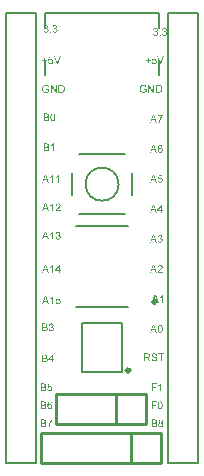
<source format=gto>
G04*
G04 #@! TF.GenerationSoftware,Altium Limited,Altium Designer,19.0.4 (130)*
G04*
G04 Layer_Color=65535*
%FSLAX25Y25*%
%MOIN*%
G70*
G01*
G75*
%ADD10C,0.01181*%
%ADD11C,0.00500*%
%ADD12C,0.00787*%
%ADD13C,0.01000*%
%ADD14C,0.00800*%
G36*
X451851Y297601D02*
X451880D01*
X451950Y297594D01*
X452028Y297583D01*
X452109Y297564D01*
X452198Y297542D01*
X452283Y297512D01*
X452287D01*
X452294Y297509D01*
X452306Y297505D01*
X452320Y297498D01*
X452361Y297475D01*
X452413Y297449D01*
X452468Y297412D01*
X452528Y297368D01*
X452583Y297320D01*
X452635Y297261D01*
X452642Y297253D01*
X452657Y297231D01*
X452679Y297198D01*
X452709Y297150D01*
X452739Y297091D01*
X452772Y297017D01*
X452805Y296935D01*
X452831Y296843D01*
X452524Y296761D01*
Y296765D01*
X452520Y296769D01*
X452517Y296780D01*
X452513Y296795D01*
X452502Y296828D01*
X452487Y296872D01*
X452465Y296924D01*
X452439Y296972D01*
X452413Y297024D01*
X452380Y297068D01*
X452376Y297072D01*
X452365Y297087D01*
X452343Y297105D01*
X452317Y297131D01*
X452283Y297161D01*
X452239Y297190D01*
X452191Y297220D01*
X452135Y297246D01*
X452128Y297250D01*
X452109Y297257D01*
X452076Y297268D01*
X452032Y297283D01*
X451980Y297294D01*
X451921Y297305D01*
X451854Y297312D01*
X451784Y297316D01*
X451743D01*
X451725Y297312D01*
X451702D01*
X451647Y297309D01*
X451584Y297298D01*
X451514Y297287D01*
X451447Y297268D01*
X451381Y297242D01*
X451373Y297238D01*
X451351Y297231D01*
X451321Y297213D01*
X451284Y297194D01*
X451240Y297165D01*
X451192Y297135D01*
X451148Y297098D01*
X451107Y297057D01*
X451103Y297054D01*
X451088Y297039D01*
X451070Y297013D01*
X451048Y296983D01*
X451022Y296946D01*
X450996Y296902D01*
X450970Y296854D01*
X450944Y296802D01*
Y296798D01*
X450940Y296791D01*
X450937Y296780D01*
X450929Y296761D01*
X450922Y296739D01*
X450914Y296713D01*
X450903Y296684D01*
X450896Y296650D01*
X450877Y296572D01*
X450863Y296484D01*
X450851Y296391D01*
X450848Y296288D01*
Y296284D01*
Y296273D01*
Y296254D01*
X450851Y296232D01*
Y296202D01*
X450855Y296165D01*
X450859Y296129D01*
X450863Y296088D01*
X450877Y295995D01*
X450896Y295899D01*
X450925Y295803D01*
X450962Y295710D01*
Y295707D01*
X450970Y295699D01*
X450974Y295688D01*
X450985Y295673D01*
X451011Y295633D01*
X451051Y295581D01*
X451099Y295525D01*
X451159Y295470D01*
X451229Y295418D01*
X451307Y295370D01*
X451310D01*
X451318Y295366D01*
X451329Y295359D01*
X451347Y295352D01*
X451366Y295344D01*
X451392Y295337D01*
X451451Y295315D01*
X451525Y295296D01*
X451606Y295278D01*
X451695Y295263D01*
X451788Y295259D01*
X451825D01*
X451847Y295263D01*
X451869D01*
X451925Y295270D01*
X451991Y295278D01*
X452061Y295292D01*
X452139Y295315D01*
X452217Y295340D01*
X452220D01*
X452228Y295344D01*
X452235Y295348D01*
X452250Y295355D01*
X452291Y295374D01*
X452335Y295396D01*
X452387Y295422D01*
X452443Y295451D01*
X452494Y295485D01*
X452539Y295522D01*
Y296003D01*
X451784D01*
Y296306D01*
X452872D01*
Y295355D01*
X452868Y295352D01*
X452861Y295348D01*
X452846Y295337D01*
X452827Y295322D01*
X452805Y295307D01*
X452779Y295289D01*
X452746Y295266D01*
X452713Y295244D01*
X452635Y295196D01*
X452546Y295144D01*
X452454Y295096D01*
X452354Y295056D01*
X452350D01*
X452343Y295052D01*
X452328Y295048D01*
X452309Y295041D01*
X452283Y295033D01*
X452254Y295022D01*
X452220Y295015D01*
X452187Y295007D01*
X452106Y294989D01*
X452013Y294970D01*
X451913Y294959D01*
X451810Y294956D01*
X451773D01*
X451747Y294959D01*
X451714D01*
X451673Y294963D01*
X451628Y294970D01*
X451580Y294974D01*
X451473Y294996D01*
X451358Y295022D01*
X451240Y295063D01*
X451181Y295085D01*
X451122Y295115D01*
X451118Y295118D01*
X451107Y295122D01*
X451092Y295133D01*
X451070Y295144D01*
X451044Y295163D01*
X451018Y295181D01*
X450948Y295233D01*
X450874Y295300D01*
X450796Y295381D01*
X450722Y295474D01*
X450655Y295581D01*
Y295585D01*
X450648Y295596D01*
X450641Y295610D01*
X450630Y295636D01*
X450618Y295662D01*
X450607Y295699D01*
X450593Y295736D01*
X450578Y295781D01*
X450563Y295829D01*
X450548Y295884D01*
X450537Y295940D01*
X450526Y295999D01*
X450507Y296129D01*
X450500Y296265D01*
Y296269D01*
Y296284D01*
Y296302D01*
X450504Y296328D01*
Y296362D01*
X450507Y296402D01*
X450515Y296443D01*
X450519Y296491D01*
X450530Y296543D01*
X450537Y296598D01*
X450567Y296717D01*
X450604Y296839D01*
X450655Y296961D01*
X450659Y296965D01*
X450663Y296976D01*
X450670Y296991D01*
X450685Y297013D01*
X450700Y297042D01*
X450718Y297072D01*
X450770Y297142D01*
X450833Y297224D01*
X450911Y297301D01*
X450999Y297379D01*
X451051Y297412D01*
X451103Y297446D01*
X451107Y297449D01*
X451118Y297453D01*
X451133Y297461D01*
X451155Y297472D01*
X451185Y297483D01*
X451218Y297498D01*
X451255Y297512D01*
X451299Y297527D01*
X451347Y297542D01*
X451399Y297553D01*
X451455Y297568D01*
X451514Y297579D01*
X451643Y297597D01*
X451710Y297605D01*
X451828D01*
X451851Y297601D01*
D02*
G37*
G36*
X455384Y295000D02*
X455032D01*
X453693Y297009D01*
Y295000D01*
X453368D01*
Y297560D01*
X453715D01*
X455058Y295548D01*
Y297560D01*
X455384D01*
Y295000D01*
D02*
G37*
G36*
X457005Y297557D02*
X457079Y297553D01*
X457153Y297546D01*
X457227Y297534D01*
X457290Y297523D01*
X457293D01*
X457301Y297520D01*
X457312D01*
X457327Y297512D01*
X457367Y297501D01*
X457419Y297483D01*
X457478Y297457D01*
X457541Y297424D01*
X457604Y297387D01*
X457663Y297338D01*
X457667Y297335D01*
X457671Y297331D01*
X457682Y297320D01*
X457696Y297309D01*
X457733Y297272D01*
X457778Y297220D01*
X457826Y297157D01*
X457878Y297083D01*
X457926Y296998D01*
X457967Y296902D01*
Y296898D01*
X457970Y296891D01*
X457978Y296876D01*
X457981Y296854D01*
X457993Y296828D01*
X458000Y296798D01*
X458007Y296765D01*
X458018Y296724D01*
X458030Y296684D01*
X458037Y296635D01*
X458055Y296532D01*
X458067Y296417D01*
X458070Y296291D01*
Y296288D01*
Y296280D01*
Y296262D01*
Y296243D01*
X458067Y296217D01*
Y296188D01*
X458063Y296117D01*
X458052Y296036D01*
X458041Y295951D01*
X458022Y295862D01*
X458000Y295773D01*
Y295770D01*
X457996Y295762D01*
X457993Y295751D01*
X457989Y295736D01*
X457974Y295696D01*
X457952Y295644D01*
X457930Y295585D01*
X457900Y295525D01*
X457863Y295462D01*
X457826Y295403D01*
X457822Y295396D01*
X457807Y295377D01*
X457785Y295352D01*
X457756Y295318D01*
X457722Y295281D01*
X457682Y295244D01*
X457641Y295203D01*
X457593Y295170D01*
X457585Y295166D01*
X457571Y295155D01*
X457545Y295141D01*
X457508Y295122D01*
X457463Y295100D01*
X457412Y295081D01*
X457352Y295059D01*
X457286Y295041D01*
X457278D01*
X457267Y295037D01*
X457256Y295033D01*
X457219Y295030D01*
X457167Y295022D01*
X457108Y295015D01*
X457038Y295007D01*
X456960Y295004D01*
X456875Y295000D01*
X455954D01*
Y297560D01*
X456938D01*
X457005Y297557D01*
D02*
G37*
G36*
X452032Y288057D02*
X452062D01*
X452129Y288049D01*
X452203Y288042D01*
X452280Y288027D01*
X452358Y288009D01*
X452428Y287983D01*
X452432D01*
X452436Y287979D01*
X452458Y287968D01*
X452491Y287949D01*
X452528Y287924D01*
X452572Y287890D01*
X452621Y287849D01*
X452665Y287798D01*
X452706Y287742D01*
X452709Y287735D01*
X452720Y287713D01*
X452739Y287683D01*
X452758Y287639D01*
X452776Y287587D01*
X452795Y287531D01*
X452806Y287468D01*
X452809Y287405D01*
Y287398D01*
Y287380D01*
X452806Y287346D01*
X452798Y287306D01*
X452787Y287258D01*
X452769Y287206D01*
X452746Y287154D01*
X452717Y287098D01*
X452713Y287091D01*
X452702Y287076D01*
X452680Y287047D01*
X452650Y287017D01*
X452613Y286980D01*
X452569Y286939D01*
X452513Y286902D01*
X452450Y286865D01*
X452454D01*
X452461Y286862D01*
X452473Y286858D01*
X452487Y286851D01*
X452532Y286836D01*
X452584Y286810D01*
X452639Y286776D01*
X452702Y286736D01*
X452758Y286688D01*
X452809Y286629D01*
X452813Y286621D01*
X452828Y286599D01*
X452850Y286566D01*
X452872Y286521D01*
X452894Y286462D01*
X452917Y286399D01*
X452931Y286325D01*
X452935Y286244D01*
Y286240D01*
Y286236D01*
Y286214D01*
X452931Y286177D01*
X452924Y286133D01*
X452917Y286081D01*
X452902Y286025D01*
X452883Y285966D01*
X452857Y285907D01*
X452854Y285900D01*
X452843Y285881D01*
X452828Y285855D01*
X452806Y285818D01*
X452776Y285781D01*
X452746Y285740D01*
X452709Y285700D01*
X452669Y285666D01*
X452665Y285663D01*
X452650Y285652D01*
X452624Y285637D01*
X452591Y285622D01*
X452550Y285600D01*
X452502Y285578D01*
X452450Y285559D01*
X452388Y285541D01*
X452380D01*
X452358Y285533D01*
X452321Y285530D01*
X452273Y285522D01*
X452214Y285515D01*
X452143Y285507D01*
X452066Y285504D01*
X451977Y285500D01*
X451000D01*
Y288060D01*
X452006D01*
X452032Y288057D01*
D02*
G37*
G36*
X454182Y288068D02*
X454230Y288060D01*
X454286Y288049D01*
X454345Y288035D01*
X454408Y288016D01*
X454467Y287986D01*
X454471D01*
X454474Y287983D01*
X454493Y287972D01*
X454522Y287953D01*
X454559Y287927D01*
X454600Y287890D01*
X454644Y287849D01*
X454685Y287801D01*
X454726Y287746D01*
X454730Y287738D01*
X454744Y287720D01*
X454759Y287687D01*
X454785Y287639D01*
X454807Y287583D01*
X454837Y287520D01*
X454863Y287446D01*
X454885Y287365D01*
Y287361D01*
X454889Y287354D01*
X454892Y287343D01*
X454896Y287324D01*
X454900Y287302D01*
X454904Y287276D01*
X454911Y287243D01*
X454915Y287206D01*
X454922Y287165D01*
X454926Y287121D01*
X454929Y287069D01*
X454937Y287017D01*
X454941Y286958D01*
Y286899D01*
X454944Y286832D01*
Y286762D01*
Y286758D01*
Y286743D01*
Y286717D01*
Y286688D01*
X454941Y286647D01*
Y286603D01*
X454937Y286555D01*
X454933Y286503D01*
X454922Y286384D01*
X454904Y286262D01*
X454881Y286144D01*
X454867Y286088D01*
X454848Y286033D01*
Y286029D01*
X454844Y286022D01*
X454837Y286007D01*
X454830Y285988D01*
X454822Y285963D01*
X454807Y285937D01*
X454778Y285874D01*
X454741Y285807D01*
X454693Y285733D01*
X454637Y285666D01*
X454570Y285604D01*
X454567D01*
X454563Y285596D01*
X454552Y285589D01*
X454537Y285581D01*
X454519Y285570D01*
X454500Y285556D01*
X454445Y285530D01*
X454378Y285504D01*
X454300Y285478D01*
X454208Y285463D01*
X454108Y285456D01*
X454071D01*
X454045Y285459D01*
X454015Y285463D01*
X453978Y285470D01*
X453938Y285478D01*
X453893Y285489D01*
X453849Y285504D01*
X453801Y285519D01*
X453753Y285541D01*
X453705Y285567D01*
X453657Y285596D01*
X453609Y285633D01*
X453564Y285674D01*
X453523Y285718D01*
X453520Y285722D01*
X453512Y285733D01*
X453501Y285752D01*
X453483Y285781D01*
X453464Y285814D01*
X453446Y285859D01*
X453420Y285911D01*
X453398Y285970D01*
X453375Y286036D01*
X453353Y286114D01*
X453331Y286199D01*
X453312Y286296D01*
X453294Y286399D01*
X453283Y286510D01*
X453275Y286632D01*
X453272Y286762D01*
Y286765D01*
Y286780D01*
Y286806D01*
Y286836D01*
X453275Y286876D01*
Y286921D01*
X453279Y286969D01*
X453283Y287024D01*
X453294Y287139D01*
X453312Y287261D01*
X453335Y287383D01*
X453349Y287439D01*
X453364Y287494D01*
Y287498D01*
X453368Y287505D01*
X453375Y287520D01*
X453383Y287539D01*
X453390Y287565D01*
X453405Y287591D01*
X453435Y287653D01*
X453472Y287720D01*
X453520Y287790D01*
X453575Y287861D01*
X453642Y287920D01*
X453646D01*
X453649Y287927D01*
X453660Y287935D01*
X453675Y287942D01*
X453694Y287957D01*
X453716Y287968D01*
X453771Y287998D01*
X453838Y288023D01*
X453916Y288049D01*
X454008Y288064D01*
X454108Y288071D01*
X454141D01*
X454182Y288068D01*
D02*
G37*
G36*
X455909Y248634D02*
X455958Y248627D01*
X456017Y248616D01*
X456083Y248597D01*
X456150Y248575D01*
X456216Y248546D01*
X456220D01*
X456224Y248542D01*
X456246Y248531D01*
X456279Y248509D01*
X456316Y248483D01*
X456361Y248446D01*
X456405Y248405D01*
X456450Y248357D01*
X456487Y248301D01*
X456490Y248294D01*
X456501Y248275D01*
X456516Y248242D01*
X456535Y248201D01*
X456553Y248153D01*
X456568Y248098D01*
X456579Y248035D01*
X456583Y247972D01*
Y247965D01*
Y247942D01*
X456579Y247913D01*
X456572Y247872D01*
X456561Y247824D01*
X456542Y247772D01*
X456520Y247721D01*
X456490Y247669D01*
X456487Y247661D01*
X456475Y247646D01*
X456453Y247621D01*
X456424Y247591D01*
X456387Y247558D01*
X456342Y247521D01*
X456290Y247487D01*
X456228Y247454D01*
X456231D01*
X456239Y247450D01*
X456250Y247447D01*
X456265Y247443D01*
X456305Y247428D01*
X456357Y247406D01*
X456416Y247376D01*
X456475Y247339D01*
X456531Y247291D01*
X456583Y247236D01*
X456587Y247228D01*
X456601Y247206D01*
X456624Y247169D01*
X456646Y247121D01*
X456668Y247062D01*
X456690Y246992D01*
X456705Y246910D01*
X456709Y246821D01*
Y246818D01*
Y246807D01*
Y246788D01*
X456705Y246766D01*
X456701Y246736D01*
X456694Y246703D01*
X456686Y246666D01*
X456679Y246625D01*
X456649Y246536D01*
X456627Y246488D01*
X456605Y246444D01*
X456575Y246396D01*
X456542Y246348D01*
X456505Y246300D01*
X456461Y246255D01*
X456457Y246252D01*
X456450Y246244D01*
X456435Y246233D01*
X456416Y246218D01*
X456394Y246200D01*
X456364Y246181D01*
X456331Y246159D01*
X456290Y246141D01*
X456250Y246118D01*
X456202Y246096D01*
X456154Y246078D01*
X456098Y246059D01*
X456039Y246044D01*
X455976Y246033D01*
X455913Y246026D01*
X455843Y246022D01*
X455809D01*
X455787Y246026D01*
X455758Y246030D01*
X455724Y246033D01*
X455687Y246041D01*
X455647Y246048D01*
X455558Y246070D01*
X455465Y246107D01*
X455417Y246129D01*
X455373Y246155D01*
X455329Y246189D01*
X455284Y246222D01*
X455280Y246226D01*
X455273Y246233D01*
X455262Y246244D01*
X455251Y246259D01*
X455232Y246277D01*
X455214Y246303D01*
X455192Y246329D01*
X455169Y246363D01*
X455147Y246400D01*
X455125Y246437D01*
X455084Y246525D01*
X455051Y246629D01*
X455040Y246685D01*
X455032Y246744D01*
X455347Y246784D01*
Y246781D01*
X455351Y246773D01*
X455354Y246759D01*
X455358Y246740D01*
X455362Y246718D01*
X455369Y246692D01*
X455388Y246636D01*
X455414Y246570D01*
X455447Y246507D01*
X455484Y246448D01*
X455528Y246396D01*
X455536Y246392D01*
X455550Y246377D01*
X455580Y246359D01*
X455617Y246340D01*
X455661Y246318D01*
X455717Y246300D01*
X455780Y246285D01*
X455847Y246281D01*
X455869D01*
X455884Y246285D01*
X455924Y246289D01*
X455976Y246300D01*
X456035Y246318D01*
X456098Y246344D01*
X456161Y246381D01*
X456220Y246433D01*
X456228Y246440D01*
X456246Y246462D01*
X456268Y246496D01*
X456298Y246540D01*
X456327Y246596D01*
X456350Y246659D01*
X456368Y246733D01*
X456376Y246814D01*
Y246818D01*
Y246825D01*
Y246836D01*
X456372Y246851D01*
X456368Y246892D01*
X456357Y246940D01*
X456342Y246999D01*
X456316Y247058D01*
X456279Y247117D01*
X456231Y247173D01*
X456224Y247180D01*
X456205Y247195D01*
X456176Y247217D01*
X456135Y247243D01*
X456083Y247269D01*
X456020Y247291D01*
X455950Y247306D01*
X455872Y247313D01*
X455839D01*
X455813Y247310D01*
X455780Y247306D01*
X455743Y247299D01*
X455698Y247291D01*
X455650Y247280D01*
X455687Y247558D01*
X455706D01*
X455721Y247554D01*
X455769D01*
X455809Y247561D01*
X455858Y247569D01*
X455913Y247580D01*
X455976Y247598D01*
X456035Y247624D01*
X456098Y247658D01*
X456102D01*
X456106Y247661D01*
X456124Y247676D01*
X456150Y247702D01*
X456180Y247735D01*
X456209Y247783D01*
X456235Y247839D01*
X456253Y247902D01*
X456261Y247939D01*
Y247979D01*
Y247983D01*
Y247987D01*
Y248009D01*
X456253Y248039D01*
X456246Y248079D01*
X456231Y248124D01*
X456213Y248172D01*
X456183Y248220D01*
X456143Y248264D01*
X456139Y248268D01*
X456120Y248283D01*
X456094Y248301D01*
X456061Y248324D01*
X456017Y248342D01*
X455965Y248361D01*
X455906Y248375D01*
X455839Y248379D01*
X455809D01*
X455776Y248372D01*
X455732Y248364D01*
X455684Y248349D01*
X455636Y248331D01*
X455584Y248301D01*
X455536Y248264D01*
X455532Y248261D01*
X455517Y248242D01*
X455495Y248216D01*
X455469Y248179D01*
X455443Y248131D01*
X455417Y248072D01*
X455395Y248002D01*
X455380Y247920D01*
X455066Y247976D01*
Y247979D01*
X455069Y247991D01*
X455073Y248005D01*
X455077Y248028D01*
X455084Y248054D01*
X455095Y248083D01*
X455118Y248153D01*
X455155Y248235D01*
X455199Y248316D01*
X455255Y248394D01*
X455325Y248464D01*
X455329Y248468D01*
X455336Y248472D01*
X455347Y248479D01*
X455362Y248490D01*
X455380Y248505D01*
X455406Y248520D01*
X455432Y248534D01*
X455465Y248553D01*
X455539Y248583D01*
X455624Y248612D01*
X455724Y248631D01*
X455776Y248638D01*
X455869D01*
X455909Y248634D01*
D02*
G37*
G36*
X454222Y246067D02*
X453908D01*
Y248068D01*
X453904Y248065D01*
X453886Y248050D01*
X453863Y248028D01*
X453826Y248002D01*
X453786Y247968D01*
X453734Y247931D01*
X453675Y247891D01*
X453608Y247850D01*
X453604D01*
X453601Y247846D01*
X453578Y247832D01*
X453541Y247813D01*
X453497Y247791D01*
X453445Y247765D01*
X453390Y247739D01*
X453334Y247713D01*
X453279Y247691D01*
Y247994D01*
X453282D01*
X453290Y248002D01*
X453305Y248005D01*
X453323Y248017D01*
X453345Y248028D01*
X453371Y248042D01*
X453434Y248079D01*
X453508Y248120D01*
X453582Y248172D01*
X453660Y248231D01*
X453737Y248294D01*
X453741Y248298D01*
X453745Y248301D01*
X453756Y248312D01*
X453771Y248324D01*
X453804Y248361D01*
X453849Y248405D01*
X453893Y248457D01*
X453941Y248516D01*
X453982Y248575D01*
X454019Y248638D01*
X454222D01*
Y246067D01*
D02*
G37*
G36*
X452894D02*
X452509D01*
X452209Y246844D01*
X451136D01*
X450859Y246067D01*
X450500D01*
X451477Y248627D01*
X451847D01*
X452894Y246067D01*
D02*
G37*
G36*
X453652Y218068D02*
X453700Y218060D01*
X453760Y218049D01*
X453826Y218031D01*
X453893Y218009D01*
X453960Y217979D01*
X453963D01*
X453967Y217975D01*
X453989Y217964D01*
X454022Y217942D01*
X454059Y217916D01*
X454104Y217879D01*
X454148Y217838D01*
X454193Y217790D01*
X454230Y217735D01*
X454233Y217727D01*
X454244Y217709D01*
X454259Y217676D01*
X454278Y217635D01*
X454296Y217587D01*
X454311Y217531D01*
X454322Y217468D01*
X454326Y217406D01*
Y217398D01*
Y217376D01*
X454322Y217346D01*
X454315Y217306D01*
X454304Y217257D01*
X454285Y217206D01*
X454263Y217154D01*
X454233Y217102D01*
X454230Y217095D01*
X454218Y217080D01*
X454196Y217054D01*
X454167Y217024D01*
X454130Y216991D01*
X454085Y216954D01*
X454034Y216921D01*
X453971Y216887D01*
X453974D01*
X453982Y216884D01*
X453993Y216880D01*
X454008Y216876D01*
X454048Y216862D01*
X454100Y216839D01*
X454159Y216810D01*
X454218Y216773D01*
X454274Y216725D01*
X454326Y216669D01*
X454329Y216662D01*
X454344Y216640D01*
X454366Y216603D01*
X454389Y216554D01*
X454411Y216495D01*
X454433Y216425D01*
X454448Y216344D01*
X454452Y216255D01*
Y216251D01*
Y216240D01*
Y216221D01*
X454448Y216199D01*
X454444Y216170D01*
X454437Y216136D01*
X454429Y216099D01*
X454422Y216059D01*
X454392Y215970D01*
X454370Y215922D01*
X454348Y215877D01*
X454318Y215829D01*
X454285Y215781D01*
X454248Y215733D01*
X454204Y215689D01*
X454200Y215685D01*
X454193Y215678D01*
X454178Y215667D01*
X454159Y215652D01*
X454137Y215633D01*
X454108Y215615D01*
X454074Y215593D01*
X454034Y215574D01*
X453993Y215552D01*
X453945Y215530D01*
X453897Y215511D01*
X453841Y215493D01*
X453782Y215478D01*
X453719Y215467D01*
X453656Y215459D01*
X453586Y215456D01*
X453552D01*
X453530Y215459D01*
X453501Y215463D01*
X453467Y215467D01*
X453430Y215474D01*
X453390Y215481D01*
X453301Y215504D01*
X453208Y215541D01*
X453160Y215563D01*
X453116Y215589D01*
X453071Y215622D01*
X453027Y215655D01*
X453023Y215659D01*
X453016Y215667D01*
X453005Y215678D01*
X452994Y215692D01*
X452975Y215711D01*
X452957Y215737D01*
X452935Y215763D01*
X452912Y215796D01*
X452890Y215833D01*
X452868Y215870D01*
X452827Y215959D01*
X452794Y216062D01*
X452783Y216118D01*
X452775Y216177D01*
X453090Y216218D01*
Y216214D01*
X453094Y216207D01*
X453097Y216192D01*
X453101Y216173D01*
X453105Y216151D01*
X453112Y216125D01*
X453131Y216070D01*
X453157Y216003D01*
X453190Y215940D01*
X453227Y215881D01*
X453271Y215829D01*
X453279Y215826D01*
X453294Y215811D01*
X453323Y215792D01*
X453360Y215774D01*
X453405Y215752D01*
X453460Y215733D01*
X453523Y215718D01*
X453589Y215715D01*
X453612D01*
X453626Y215718D01*
X453667Y215722D01*
X453719Y215733D01*
X453778Y215752D01*
X453841Y215777D01*
X453904Y215814D01*
X453963Y215866D01*
X453971Y215874D01*
X453989Y215896D01*
X454011Y215929D01*
X454041Y215974D01*
X454071Y216029D01*
X454093Y216092D01*
X454111Y216166D01*
X454119Y216247D01*
Y216251D01*
Y216259D01*
Y216270D01*
X454115Y216284D01*
X454111Y216325D01*
X454100Y216373D01*
X454085Y216432D01*
X454059Y216492D01*
X454022Y216551D01*
X453974Y216606D01*
X453967Y216614D01*
X453948Y216629D01*
X453919Y216651D01*
X453878Y216677D01*
X453826Y216703D01*
X453763Y216725D01*
X453693Y216740D01*
X453615Y216747D01*
X453582D01*
X453556Y216743D01*
X453523Y216740D01*
X453486Y216732D01*
X453441Y216725D01*
X453393Y216714D01*
X453430Y216991D01*
X453449D01*
X453464Y216987D01*
X453512D01*
X453552Y216995D01*
X453601Y217002D01*
X453656Y217013D01*
X453719Y217032D01*
X453778Y217058D01*
X453841Y217091D01*
X453845D01*
X453849Y217095D01*
X453867Y217109D01*
X453893Y217135D01*
X453923Y217169D01*
X453952Y217217D01*
X453978Y217272D01*
X453997Y217335D01*
X454004Y217372D01*
Y217413D01*
Y217417D01*
Y217420D01*
Y217442D01*
X453997Y217472D01*
X453989Y217513D01*
X453974Y217557D01*
X453956Y217605D01*
X453926Y217653D01*
X453886Y217698D01*
X453882Y217702D01*
X453863Y217716D01*
X453837Y217735D01*
X453804Y217757D01*
X453760Y217776D01*
X453708Y217794D01*
X453649Y217809D01*
X453582Y217812D01*
X453552D01*
X453519Y217805D01*
X453475Y217798D01*
X453427Y217783D01*
X453379Y217764D01*
X453327Y217735D01*
X453279Y217698D01*
X453275Y217694D01*
X453260Y217676D01*
X453238Y217650D01*
X453212Y217613D01*
X453186Y217565D01*
X453160Y217505D01*
X453138Y217435D01*
X453123Y217354D01*
X452809Y217409D01*
Y217413D01*
X452812Y217424D01*
X452816Y217439D01*
X452820Y217461D01*
X452827Y217487D01*
X452838Y217516D01*
X452861Y217587D01*
X452898Y217668D01*
X452942Y217750D01*
X452997Y217827D01*
X453068Y217898D01*
X453071Y217901D01*
X453079Y217905D01*
X453090Y217912D01*
X453105Y217923D01*
X453123Y217938D01*
X453149Y217953D01*
X453175Y217968D01*
X453208Y217986D01*
X453282Y218016D01*
X453368Y218046D01*
X453467Y218064D01*
X453519Y218072D01*
X453612D01*
X453652Y218068D01*
D02*
G37*
G36*
X451532Y218057D02*
X451562D01*
X451628Y218049D01*
X451702Y218042D01*
X451780Y218027D01*
X451858Y218009D01*
X451928Y217983D01*
X451932D01*
X451936Y217979D01*
X451958Y217968D01*
X451991Y217949D01*
X452028Y217923D01*
X452072Y217890D01*
X452121Y217849D01*
X452165Y217798D01*
X452206Y217742D01*
X452209Y217735D01*
X452220Y217713D01*
X452239Y217683D01*
X452257Y217639D01*
X452276Y217587D01*
X452294Y217531D01*
X452306Y217468D01*
X452309Y217406D01*
Y217398D01*
Y217380D01*
X452306Y217346D01*
X452298Y217306D01*
X452287Y217257D01*
X452269Y217206D01*
X452246Y217154D01*
X452217Y217098D01*
X452213Y217091D01*
X452202Y217076D01*
X452180Y217047D01*
X452150Y217017D01*
X452113Y216980D01*
X452069Y216939D01*
X452013Y216902D01*
X451950Y216865D01*
X451954D01*
X451962Y216862D01*
X451973Y216858D01*
X451987Y216850D01*
X452032Y216836D01*
X452084Y216810D01*
X452139Y216776D01*
X452202Y216736D01*
X452257Y216688D01*
X452309Y216629D01*
X452313Y216621D01*
X452328Y216599D01*
X452350Y216566D01*
X452372Y216521D01*
X452394Y216462D01*
X452417Y216399D01*
X452431Y216325D01*
X452435Y216244D01*
Y216240D01*
Y216236D01*
Y216214D01*
X452431Y216177D01*
X452424Y216133D01*
X452417Y216081D01*
X452402Y216025D01*
X452383Y215966D01*
X452357Y215907D01*
X452354Y215900D01*
X452343Y215881D01*
X452328Y215855D01*
X452306Y215818D01*
X452276Y215781D01*
X452246Y215740D01*
X452209Y215700D01*
X452169Y215667D01*
X452165Y215663D01*
X452150Y215652D01*
X452124Y215637D01*
X452091Y215622D01*
X452050Y215600D01*
X452002Y215578D01*
X451950Y215559D01*
X451888Y215541D01*
X451880D01*
X451858Y215533D01*
X451821Y215530D01*
X451773Y215522D01*
X451714Y215515D01*
X451643Y215507D01*
X451566Y215504D01*
X451477Y215500D01*
X450500D01*
Y218060D01*
X451506D01*
X451532Y218057D01*
D02*
G37*
G36*
X454060Y206057D02*
X454408D01*
Y205768D01*
X454060D01*
Y205154D01*
X453745D01*
Y205768D01*
X452632D01*
Y206057D01*
X453804Y207715D01*
X454060D01*
Y206057D01*
D02*
G37*
G36*
X451499Y207711D02*
X451529D01*
X451596Y207703D01*
X451670Y207696D01*
X451747Y207681D01*
X451825Y207663D01*
X451895Y207637D01*
X451899D01*
X451903Y207633D01*
X451925Y207622D01*
X451958Y207604D01*
X451995Y207578D01*
X452040Y207544D01*
X452088Y207504D01*
X452132Y207452D01*
X452173Y207396D01*
X452177Y207389D01*
X452188Y207367D01*
X452206Y207337D01*
X452225Y207293D01*
X452243Y207241D01*
X452262Y207185D01*
X452273Y207122D01*
X452276Y207060D01*
Y207052D01*
Y207034D01*
X452273Y207000D01*
X452265Y206960D01*
X452254Y206912D01*
X452236Y206860D01*
X452213Y206808D01*
X452184Y206752D01*
X452180Y206745D01*
X452169Y206730D01*
X452147Y206701D01*
X452117Y206671D01*
X452080Y206634D01*
X452036Y206593D01*
X451980Y206556D01*
X451918Y206519D01*
X451921D01*
X451929Y206516D01*
X451940Y206512D01*
X451955Y206505D01*
X451999Y206490D01*
X452051Y206464D01*
X452106Y206431D01*
X452169Y206390D01*
X452225Y206342D01*
X452276Y206283D01*
X452280Y206275D01*
X452295Y206253D01*
X452317Y206220D01*
X452339Y206175D01*
X452361Y206116D01*
X452384Y206053D01*
X452398Y205979D01*
X452402Y205898D01*
Y205894D01*
Y205890D01*
Y205868D01*
X452398Y205831D01*
X452391Y205787D01*
X452384Y205735D01*
X452369Y205679D01*
X452350Y205620D01*
X452324Y205561D01*
X452321Y205554D01*
X452310Y205535D01*
X452295Y205509D01*
X452273Y205472D01*
X452243Y205435D01*
X452213Y205395D01*
X452177Y205354D01*
X452136Y205321D01*
X452132Y205317D01*
X452117Y205306D01*
X452091Y205291D01*
X452058Y205276D01*
X452017Y205254D01*
X451969Y205232D01*
X451918Y205213D01*
X451855Y205195D01*
X451847D01*
X451825Y205187D01*
X451788Y205184D01*
X451740Y205176D01*
X451681Y205169D01*
X451610Y205161D01*
X451533Y205158D01*
X451444Y205154D01*
X450467D01*
Y207715D01*
X451474D01*
X451499Y207711D01*
D02*
G37*
G36*
X453848Y197727D02*
X452823D01*
X452686Y197036D01*
X452690Y197039D01*
X452697Y197043D01*
X452708Y197050D01*
X452727Y197061D01*
X452749Y197073D01*
X452775Y197087D01*
X452834Y197117D01*
X452908Y197146D01*
X452990Y197172D01*
X453078Y197191D01*
X453123Y197198D01*
X453204D01*
X453226Y197195D01*
X453256Y197191D01*
X453289Y197187D01*
X453326Y197180D01*
X453367Y197169D01*
X453456Y197143D01*
X453504Y197124D01*
X453552Y197098D01*
X453600Y197073D01*
X453648Y197043D01*
X453693Y197006D01*
X453737Y196965D01*
X453741Y196961D01*
X453748Y196954D01*
X453759Y196943D01*
X453774Y196924D01*
X453792Y196899D01*
X453811Y196873D01*
X453833Y196839D01*
X453855Y196802D01*
X453874Y196762D01*
X453896Y196717D01*
X453915Y196666D01*
X453933Y196614D01*
X453948Y196558D01*
X453959Y196495D01*
X453966Y196432D01*
X453970Y196366D01*
Y196362D01*
Y196351D01*
Y196333D01*
X453966Y196307D01*
X453963Y196277D01*
X453959Y196244D01*
X453952Y196203D01*
X453944Y196162D01*
X453922Y196066D01*
X453885Y195966D01*
X453863Y195914D01*
X453833Y195866D01*
X453804Y195815D01*
X453767Y195766D01*
X453763Y195763D01*
X453756Y195752D01*
X453741Y195737D01*
X453722Y195718D01*
X453696Y195696D01*
X453667Y195667D01*
X453630Y195641D01*
X453589Y195611D01*
X453545Y195581D01*
X453493Y195555D01*
X453437Y195530D01*
X453378Y195504D01*
X453315Y195485D01*
X453245Y195470D01*
X453171Y195459D01*
X453093Y195456D01*
X453060D01*
X453034Y195459D01*
X453004Y195463D01*
X452971Y195467D01*
X452930Y195470D01*
X452890Y195482D01*
X452797Y195504D01*
X452705Y195537D01*
X452657Y195559D01*
X452608Y195585D01*
X452564Y195615D01*
X452520Y195648D01*
X452516Y195652D01*
X452509Y195655D01*
X452501Y195670D01*
X452486Y195685D01*
X452468Y195703D01*
X452449Y195726D01*
X452427Y195755D01*
X452409Y195789D01*
X452387Y195822D01*
X452364Y195863D01*
X452324Y195951D01*
X452290Y196055D01*
X452279Y196110D01*
X452272Y196170D01*
X452601Y196196D01*
Y196192D01*
Y196185D01*
X452605Y196173D01*
X452608Y196155D01*
X452620Y196114D01*
X452634Y196059D01*
X452657Y196003D01*
X452686Y195940D01*
X452723Y195885D01*
X452768Y195833D01*
X452775Y195829D01*
X452790Y195815D01*
X452819Y195796D01*
X452860Y195774D01*
X452905Y195752D01*
X452960Y195733D01*
X453023Y195718D01*
X453093Y195715D01*
X453115D01*
X453130Y195718D01*
X453175Y195722D01*
X453226Y195737D01*
X453289Y195755D01*
X453352Y195785D01*
X453419Y195829D01*
X453448Y195855D01*
X453478Y195885D01*
X453482Y195888D01*
X453485Y195892D01*
X453493Y195903D01*
X453504Y195914D01*
X453530Y195955D01*
X453559Y196007D01*
X453585Y196070D01*
X453611Y196148D01*
X453630Y196240D01*
X453637Y196288D01*
Y196340D01*
Y196344D01*
Y196351D01*
Y196366D01*
X453633Y196384D01*
Y196406D01*
X453630Y196432D01*
X453619Y196492D01*
X453600Y196562D01*
X453574Y196632D01*
X453537Y196699D01*
X453485Y196762D01*
Y196765D01*
X453478Y196769D01*
X453460Y196788D01*
X453426Y196813D01*
X453382Y196843D01*
X453323Y196869D01*
X453256Y196895D01*
X453178Y196913D01*
X453134Y196921D01*
X453064D01*
X453034Y196917D01*
X452997Y196913D01*
X452953Y196902D01*
X452908Y196891D01*
X452860Y196873D01*
X452812Y196851D01*
X452808Y196847D01*
X452794Y196839D01*
X452771Y196821D01*
X452742Y196802D01*
X452712Y196776D01*
X452682Y196743D01*
X452649Y196710D01*
X452623Y196669D01*
X452327Y196710D01*
X452575Y198027D01*
X453848D01*
Y197727D01*
D02*
G37*
G36*
X451032Y198057D02*
X451062D01*
X451128Y198049D01*
X451202Y198042D01*
X451280Y198027D01*
X451358Y198009D01*
X451428Y197983D01*
X451432D01*
X451436Y197979D01*
X451458Y197968D01*
X451491Y197949D01*
X451528Y197924D01*
X451573Y197890D01*
X451621Y197850D01*
X451665Y197798D01*
X451706Y197742D01*
X451709Y197735D01*
X451721Y197713D01*
X451739Y197683D01*
X451757Y197639D01*
X451776Y197587D01*
X451794Y197531D01*
X451806Y197468D01*
X451809Y197406D01*
Y197398D01*
Y197380D01*
X451806Y197346D01*
X451798Y197306D01*
X451787Y197257D01*
X451769Y197206D01*
X451746Y197154D01*
X451717Y197098D01*
X451713Y197091D01*
X451702Y197076D01*
X451680Y197047D01*
X451650Y197017D01*
X451613Y196980D01*
X451569Y196939D01*
X451513Y196902D01*
X451450Y196865D01*
X451454D01*
X451462Y196862D01*
X451473Y196858D01*
X451487Y196851D01*
X451532Y196836D01*
X451584Y196810D01*
X451639Y196776D01*
X451702Y196736D01*
X451757Y196688D01*
X451809Y196628D01*
X451813Y196621D01*
X451828Y196599D01*
X451850Y196566D01*
X451872Y196521D01*
X451894Y196462D01*
X451917Y196399D01*
X451931Y196325D01*
X451935Y196244D01*
Y196240D01*
Y196236D01*
Y196214D01*
X451931Y196177D01*
X451924Y196133D01*
X451917Y196081D01*
X451902Y196025D01*
X451883Y195966D01*
X451857Y195907D01*
X451854Y195900D01*
X451843Y195881D01*
X451828Y195855D01*
X451806Y195818D01*
X451776Y195781D01*
X451746Y195740D01*
X451709Y195700D01*
X451669Y195667D01*
X451665Y195663D01*
X451650Y195652D01*
X451624Y195637D01*
X451591Y195622D01*
X451550Y195600D01*
X451502Y195578D01*
X451450Y195559D01*
X451388Y195541D01*
X451380D01*
X451358Y195533D01*
X451321Y195530D01*
X451273Y195522D01*
X451214Y195515D01*
X451143Y195507D01*
X451066Y195504D01*
X450977Y195500D01*
X450000D01*
Y198060D01*
X451006D01*
X451032Y198057D01*
D02*
G37*
G36*
X453952Y185779D02*
X453948Y185775D01*
X453940Y185768D01*
X453926Y185753D01*
X453911Y185731D01*
X453889Y185705D01*
X453859Y185676D01*
X453829Y185639D01*
X453796Y185594D01*
X453763Y185550D01*
X453722Y185498D01*
X453682Y185439D01*
X453641Y185380D01*
X453596Y185313D01*
X453552Y185243D01*
X453508Y185165D01*
X453463Y185087D01*
X453460Y185084D01*
X453452Y185069D01*
X453441Y185047D01*
X453422Y185013D01*
X453404Y184973D01*
X453382Y184928D01*
X453356Y184876D01*
X453330Y184817D01*
X453300Y184751D01*
X453267Y184684D01*
X453237Y184610D01*
X453208Y184532D01*
X453149Y184373D01*
X453093Y184203D01*
Y184199D01*
X453090Y184188D01*
X453086Y184170D01*
X453078Y184148D01*
X453071Y184118D01*
X453064Y184081D01*
X453053Y184040D01*
X453045Y183996D01*
X453034Y183944D01*
X453023Y183888D01*
X453004Y183770D01*
X452986Y183641D01*
X452975Y183500D01*
X452653D01*
Y183504D01*
Y183515D01*
Y183530D01*
X452657Y183552D01*
Y183581D01*
X452660Y183618D01*
X452664Y183659D01*
X452668Y183703D01*
X452675Y183755D01*
X452682Y183807D01*
X452694Y183870D01*
X452705Y183933D01*
X452716Y184000D01*
X452731Y184073D01*
X452768Y184225D01*
Y184229D01*
X452771Y184244D01*
X452779Y184266D01*
X452790Y184299D01*
X452801Y184336D01*
X452816Y184381D01*
X452831Y184432D01*
X452853Y184488D01*
X452875Y184551D01*
X452897Y184614D01*
X452953Y184754D01*
X453019Y184902D01*
X453093Y185050D01*
X453097Y185054D01*
X453104Y185069D01*
X453115Y185087D01*
X453130Y185117D01*
X453149Y185150D01*
X453175Y185191D01*
X453200Y185235D01*
X453230Y185283D01*
X453300Y185391D01*
X453374Y185502D01*
X453460Y185616D01*
X453548Y185724D01*
X452294D01*
Y186027D01*
X453952D01*
Y185779D01*
D02*
G37*
G36*
X451032Y186057D02*
X451062D01*
X451128Y186049D01*
X451202Y186042D01*
X451280Y186027D01*
X451358Y186009D01*
X451428Y185983D01*
X451432D01*
X451436Y185979D01*
X451458Y185968D01*
X451491Y185949D01*
X451528Y185924D01*
X451573Y185890D01*
X451621Y185849D01*
X451665Y185798D01*
X451706Y185742D01*
X451709Y185735D01*
X451721Y185713D01*
X451739Y185683D01*
X451757Y185639D01*
X451776Y185587D01*
X451794Y185531D01*
X451806Y185468D01*
X451809Y185406D01*
Y185398D01*
Y185380D01*
X451806Y185346D01*
X451798Y185306D01*
X451787Y185257D01*
X451769Y185206D01*
X451746Y185154D01*
X451717Y185098D01*
X451713Y185091D01*
X451702Y185076D01*
X451680Y185047D01*
X451650Y185017D01*
X451613Y184980D01*
X451569Y184939D01*
X451513Y184902D01*
X451450Y184865D01*
X451454D01*
X451462Y184862D01*
X451473Y184858D01*
X451487Y184851D01*
X451532Y184836D01*
X451584Y184810D01*
X451639Y184776D01*
X451702Y184736D01*
X451757Y184688D01*
X451809Y184628D01*
X451813Y184621D01*
X451828Y184599D01*
X451850Y184566D01*
X451872Y184521D01*
X451894Y184462D01*
X451917Y184399D01*
X451931Y184325D01*
X451935Y184244D01*
Y184240D01*
Y184236D01*
Y184214D01*
X451931Y184177D01*
X451924Y184133D01*
X451917Y184081D01*
X451902Y184025D01*
X451883Y183966D01*
X451857Y183907D01*
X451854Y183900D01*
X451843Y183881D01*
X451828Y183855D01*
X451806Y183818D01*
X451776Y183781D01*
X451746Y183740D01*
X451709Y183700D01*
X451669Y183667D01*
X451665Y183663D01*
X451650Y183652D01*
X451624Y183637D01*
X451591Y183622D01*
X451550Y183600D01*
X451502Y183578D01*
X451450Y183559D01*
X451388Y183541D01*
X451380D01*
X451358Y183533D01*
X451321Y183530D01*
X451273Y183522D01*
X451214Y183515D01*
X451143Y183507D01*
X451066Y183504D01*
X450977Y183500D01*
X450000D01*
Y186060D01*
X451006D01*
X451032Y186057D01*
D02*
G37*
G36*
X454863Y317568D02*
X454911Y317560D01*
X454970Y317549D01*
X455037Y317531D01*
X455103Y317509D01*
X455170Y317479D01*
X455174D01*
X455177Y317475D01*
X455199Y317464D01*
X455233Y317442D01*
X455270Y317416D01*
X455314Y317379D01*
X455359Y317338D01*
X455403Y317290D01*
X455440Y317235D01*
X455444Y317227D01*
X455455Y317209D01*
X455470Y317176D01*
X455488Y317135D01*
X455507Y317087D01*
X455521Y317031D01*
X455533Y316968D01*
X455536Y316905D01*
Y316898D01*
Y316876D01*
X455533Y316846D01*
X455525Y316806D01*
X455514Y316757D01*
X455496Y316706D01*
X455473Y316654D01*
X455444Y316602D01*
X455440Y316595D01*
X455429Y316580D01*
X455407Y316554D01*
X455377Y316524D01*
X455340Y316491D01*
X455296Y316454D01*
X455244Y316421D01*
X455181Y316388D01*
X455185D01*
X455192Y316384D01*
X455203Y316380D01*
X455218Y316376D01*
X455259Y316362D01*
X455310Y316339D01*
X455370Y316310D01*
X455429Y316273D01*
X455484Y316225D01*
X455536Y316169D01*
X455540Y316162D01*
X455555Y316140D01*
X455577Y316103D01*
X455599Y316055D01*
X455621Y315995D01*
X455644Y315925D01*
X455658Y315844D01*
X455662Y315755D01*
Y315751D01*
Y315740D01*
Y315722D01*
X455658Y315699D01*
X455655Y315670D01*
X455647Y315636D01*
X455640Y315599D01*
X455632Y315559D01*
X455603Y315470D01*
X455581Y315422D01*
X455558Y315377D01*
X455529Y315329D01*
X455496Y315281D01*
X455458Y315233D01*
X455414Y315189D01*
X455410Y315185D01*
X455403Y315178D01*
X455388Y315166D01*
X455370Y315152D01*
X455347Y315133D01*
X455318Y315115D01*
X455285Y315092D01*
X455244Y315074D01*
X455203Y315052D01*
X455155Y315030D01*
X455107Y315011D01*
X455052Y314993D01*
X454992Y314978D01*
X454929Y314967D01*
X454867Y314959D01*
X454796Y314956D01*
X454763D01*
X454741Y314959D01*
X454711Y314963D01*
X454678Y314967D01*
X454641Y314974D01*
X454600Y314982D01*
X454511Y315004D01*
X454419Y315041D01*
X454371Y315063D01*
X454326Y315089D01*
X454282Y315122D01*
X454238Y315155D01*
X454234Y315159D01*
X454226Y315166D01*
X454215Y315178D01*
X454204Y315192D01*
X454186Y315211D01*
X454167Y315237D01*
X454145Y315263D01*
X454123Y315296D01*
X454101Y315333D01*
X454078Y315370D01*
X454038Y315459D01*
X454004Y315562D01*
X453993Y315618D01*
X453986Y315677D01*
X454300Y315718D01*
Y315714D01*
X454304Y315707D01*
X454308Y315692D01*
X454312Y315673D01*
X454315Y315651D01*
X454323Y315625D01*
X454341Y315570D01*
X454367Y315503D01*
X454400Y315440D01*
X454437Y315381D01*
X454482Y315329D01*
X454489Y315326D01*
X454504Y315311D01*
X454533Y315292D01*
X454570Y315274D01*
X454615Y315252D01*
X454670Y315233D01*
X454733Y315218D01*
X454800Y315215D01*
X454822D01*
X454837Y315218D01*
X454878Y315222D01*
X454929Y315233D01*
X454989Y315252D01*
X455052Y315278D01*
X455114Y315315D01*
X455174Y315366D01*
X455181Y315374D01*
X455199Y315396D01*
X455222Y315429D01*
X455251Y315474D01*
X455281Y315529D01*
X455303Y315592D01*
X455322Y315666D01*
X455329Y315747D01*
Y315751D01*
Y315758D01*
Y315770D01*
X455325Y315784D01*
X455322Y315825D01*
X455310Y315873D01*
X455296Y315932D01*
X455270Y315992D01*
X455233Y316051D01*
X455185Y316106D01*
X455177Y316114D01*
X455159Y316128D01*
X455129Y316151D01*
X455089Y316177D01*
X455037Y316202D01*
X454974Y316225D01*
X454904Y316240D01*
X454826Y316247D01*
X454792D01*
X454767Y316243D01*
X454733Y316240D01*
X454696Y316232D01*
X454652Y316225D01*
X454604Y316214D01*
X454641Y316491D01*
X454659D01*
X454674Y316487D01*
X454722D01*
X454763Y316495D01*
X454811Y316502D01*
X454867Y316513D01*
X454929Y316532D01*
X454989Y316558D01*
X455052Y316591D01*
X455055D01*
X455059Y316595D01*
X455077Y316610D01*
X455103Y316635D01*
X455133Y316669D01*
X455162Y316717D01*
X455188Y316772D01*
X455207Y316835D01*
X455214Y316872D01*
Y316913D01*
Y316917D01*
Y316920D01*
Y316943D01*
X455207Y316972D01*
X455199Y317013D01*
X455185Y317057D01*
X455166Y317105D01*
X455137Y317153D01*
X455096Y317198D01*
X455092Y317201D01*
X455074Y317216D01*
X455048Y317235D01*
X455015Y317257D01*
X454970Y317276D01*
X454918Y317294D01*
X454859Y317309D01*
X454792Y317313D01*
X454763D01*
X454730Y317305D01*
X454685Y317298D01*
X454637Y317283D01*
X454589Y317264D01*
X454537Y317235D01*
X454489Y317198D01*
X454485Y317194D01*
X454471Y317176D01*
X454448Y317150D01*
X454423Y317113D01*
X454397Y317065D01*
X454371Y317005D01*
X454349Y316935D01*
X454334Y316854D01*
X454019Y316909D01*
Y316913D01*
X454023Y316924D01*
X454027Y316939D01*
X454030Y316961D01*
X454038Y316987D01*
X454049Y317017D01*
X454071Y317087D01*
X454108Y317168D01*
X454152Y317250D01*
X454208Y317327D01*
X454278Y317398D01*
X454282Y317401D01*
X454289Y317405D01*
X454300Y317412D01*
X454315Y317424D01*
X454334Y317438D01*
X454360Y317453D01*
X454386Y317468D01*
X454419Y317486D01*
X454493Y317516D01*
X454578Y317546D01*
X454678Y317564D01*
X454730Y317571D01*
X454822D01*
X454863Y317568D01*
D02*
G37*
G36*
X451877D02*
X451925Y317560D01*
X451984Y317549D01*
X452051Y317531D01*
X452117Y317509D01*
X452184Y317479D01*
X452188D01*
X452191Y317475D01*
X452214Y317464D01*
X452247Y317442D01*
X452284Y317416D01*
X452328Y317379D01*
X452373Y317338D01*
X452417Y317290D01*
X452454Y317235D01*
X452458Y317227D01*
X452469Y317209D01*
X452484Y317176D01*
X452502Y317135D01*
X452521Y317087D01*
X452535Y317031D01*
X452547Y316968D01*
X452550Y316905D01*
Y316898D01*
Y316876D01*
X452547Y316846D01*
X452539Y316806D01*
X452528Y316757D01*
X452510Y316706D01*
X452487Y316654D01*
X452458Y316602D01*
X452454Y316595D01*
X452443Y316580D01*
X452421Y316554D01*
X452391Y316524D01*
X452354Y316491D01*
X452310Y316454D01*
X452258Y316421D01*
X452195Y316388D01*
X452199D01*
X452206Y316384D01*
X452217Y316380D01*
X452232Y316376D01*
X452273Y316362D01*
X452325Y316339D01*
X452384Y316310D01*
X452443Y316273D01*
X452498Y316225D01*
X452550Y316169D01*
X452554Y316162D01*
X452569Y316140D01*
X452591Y316103D01*
X452613Y316055D01*
X452635Y315995D01*
X452658Y315925D01*
X452672Y315844D01*
X452676Y315755D01*
Y315751D01*
Y315740D01*
Y315722D01*
X452672Y315699D01*
X452669Y315670D01*
X452661Y315636D01*
X452654Y315599D01*
X452646Y315559D01*
X452617Y315470D01*
X452595Y315422D01*
X452572Y315377D01*
X452543Y315329D01*
X452510Y315281D01*
X452473Y315233D01*
X452428Y315189D01*
X452424Y315185D01*
X452417Y315178D01*
X452402Y315166D01*
X452384Y315152D01*
X452362Y315133D01*
X452332Y315115D01*
X452299Y315092D01*
X452258Y315074D01*
X452217Y315052D01*
X452169Y315030D01*
X452121Y315011D01*
X452066Y314993D01*
X452006Y314978D01*
X451943Y314967D01*
X451881Y314959D01*
X451810Y314956D01*
X451777D01*
X451755Y314959D01*
X451725Y314963D01*
X451692Y314967D01*
X451655Y314974D01*
X451614Y314982D01*
X451525Y315004D01*
X451433Y315041D01*
X451385Y315063D01*
X451340Y315089D01*
X451296Y315122D01*
X451252Y315155D01*
X451248Y315159D01*
X451240Y315166D01*
X451229Y315178D01*
X451218Y315192D01*
X451200Y315211D01*
X451181Y315237D01*
X451159Y315263D01*
X451137Y315296D01*
X451115Y315333D01*
X451092Y315370D01*
X451052Y315459D01*
X451018Y315562D01*
X451007Y315618D01*
X451000Y315677D01*
X451314Y315718D01*
Y315714D01*
X451318Y315707D01*
X451322Y315692D01*
X451326Y315673D01*
X451329Y315651D01*
X451337Y315625D01*
X451355Y315570D01*
X451381Y315503D01*
X451414Y315440D01*
X451451Y315381D01*
X451496Y315329D01*
X451503Y315326D01*
X451518Y315311D01*
X451548Y315292D01*
X451585Y315274D01*
X451629Y315252D01*
X451685Y315233D01*
X451747Y315218D01*
X451814Y315215D01*
X451836D01*
X451851Y315218D01*
X451892Y315222D01*
X451943Y315233D01*
X452003Y315252D01*
X452066Y315278D01*
X452129Y315315D01*
X452188Y315366D01*
X452195Y315374D01*
X452214Y315396D01*
X452236Y315429D01*
X452265Y315474D01*
X452295Y315529D01*
X452317Y315592D01*
X452336Y315666D01*
X452343Y315747D01*
Y315751D01*
Y315758D01*
Y315770D01*
X452339Y315784D01*
X452336Y315825D01*
X452325Y315873D01*
X452310Y315932D01*
X452284Y315992D01*
X452247Y316051D01*
X452199Y316106D01*
X452191Y316114D01*
X452173Y316128D01*
X452143Y316151D01*
X452103Y316177D01*
X452051Y316202D01*
X451988Y316225D01*
X451918Y316240D01*
X451840Y316247D01*
X451807D01*
X451781Y316243D01*
X451747Y316240D01*
X451710Y316232D01*
X451666Y316225D01*
X451618Y316214D01*
X451655Y316491D01*
X451673D01*
X451688Y316487D01*
X451736D01*
X451777Y316495D01*
X451825Y316502D01*
X451881Y316513D01*
X451943Y316532D01*
X452003Y316558D01*
X452066Y316591D01*
X452069D01*
X452073Y316595D01*
X452092Y316610D01*
X452117Y316635D01*
X452147Y316669D01*
X452177Y316717D01*
X452203Y316772D01*
X452221Y316835D01*
X452228Y316872D01*
Y316913D01*
Y316917D01*
Y316920D01*
Y316943D01*
X452221Y316972D01*
X452214Y317013D01*
X452199Y317057D01*
X452180Y317105D01*
X452151Y317153D01*
X452110Y317198D01*
X452106Y317201D01*
X452088Y317216D01*
X452062Y317235D01*
X452029Y317257D01*
X451984Y317276D01*
X451932Y317294D01*
X451873Y317309D01*
X451807Y317313D01*
X451777D01*
X451744Y317305D01*
X451699Y317298D01*
X451651Y317283D01*
X451603Y317264D01*
X451551Y317235D01*
X451503Y317198D01*
X451500Y317194D01*
X451485Y317176D01*
X451463Y317150D01*
X451437Y317113D01*
X451411Y317065D01*
X451385Y317005D01*
X451363Y316935D01*
X451348Y316854D01*
X451033Y316909D01*
Y316913D01*
X451037Y316924D01*
X451041Y316939D01*
X451044Y316961D01*
X451052Y316987D01*
X451063Y317017D01*
X451085Y317087D01*
X451122Y317168D01*
X451166Y317250D01*
X451222Y317327D01*
X451292Y317398D01*
X451296Y317401D01*
X451303Y317405D01*
X451314Y317412D01*
X451329Y317424D01*
X451348Y317438D01*
X451374Y317453D01*
X451400Y317468D01*
X451433Y317486D01*
X451507Y317516D01*
X451592Y317546D01*
X451692Y317564D01*
X451744Y317571D01*
X451836D01*
X451877Y317568D01*
D02*
G37*
G36*
X453523Y315000D02*
X453164D01*
Y315359D01*
X453523D01*
Y315000D01*
D02*
G37*
G36*
X451492Y305910D02*
X452187D01*
Y305617D01*
X451492D01*
Y304914D01*
X451196D01*
Y305617D01*
X450500D01*
Y305910D01*
X451196D01*
Y306605D01*
X451492D01*
Y305910D01*
D02*
G37*
G36*
X455743Y304500D02*
X455388D01*
X454396Y307060D01*
X454766D01*
X455432Y305199D01*
Y305196D01*
X455436Y305188D01*
X455440Y305177D01*
X455447Y305162D01*
X455451Y305140D01*
X455458Y305118D01*
X455477Y305062D01*
X455499Y304999D01*
X455521Y304929D01*
X455565Y304781D01*
Y304785D01*
X455569Y304792D01*
X455573Y304803D01*
X455576Y304818D01*
X455587Y304859D01*
X455606Y304914D01*
X455624Y304977D01*
X455647Y305048D01*
X455673Y305122D01*
X455702Y305199D01*
X456398Y307060D01*
X456742D01*
X455743Y304500D01*
D02*
G37*
G36*
X454119Y306727D02*
X453094D01*
X452957Y306035D01*
X452960Y306039D01*
X452968Y306043D01*
X452979Y306050D01*
X452997Y306061D01*
X453020Y306072D01*
X453046Y306087D01*
X453105Y306117D01*
X453179Y306147D01*
X453260Y306172D01*
X453349Y306191D01*
X453393Y306198D01*
X453475D01*
X453497Y306195D01*
X453527Y306191D01*
X453560Y306187D01*
X453597Y306180D01*
X453638Y306169D01*
X453726Y306143D01*
X453774Y306124D01*
X453823Y306098D01*
X453871Y306072D01*
X453919Y306043D01*
X453963Y306006D01*
X454008Y305965D01*
X454011Y305961D01*
X454019Y305954D01*
X454030Y305943D01*
X454045Y305925D01*
X454063Y305899D01*
X454082Y305873D01*
X454104Y305839D01*
X454126Y305802D01*
X454144Y305762D01*
X454167Y305717D01*
X454185Y305665D01*
X454204Y305614D01*
X454218Y305558D01*
X454230Y305495D01*
X454237Y305432D01*
X454241Y305366D01*
Y305362D01*
Y305351D01*
Y305332D01*
X454237Y305307D01*
X454233Y305277D01*
X454230Y305244D01*
X454222Y305203D01*
X454215Y305162D01*
X454193Y305066D01*
X454156Y304966D01*
X454133Y304914D01*
X454104Y304866D01*
X454074Y304815D01*
X454037Y304766D01*
X454034Y304763D01*
X454026Y304752D01*
X454011Y304737D01*
X453993Y304718D01*
X453967Y304696D01*
X453937Y304666D01*
X453900Y304641D01*
X453860Y304611D01*
X453815Y304581D01*
X453763Y304556D01*
X453708Y304530D01*
X453649Y304504D01*
X453586Y304485D01*
X453515Y304470D01*
X453441Y304459D01*
X453364Y304456D01*
X453331D01*
X453305Y304459D01*
X453275Y304463D01*
X453242Y304467D01*
X453201Y304470D01*
X453160Y304482D01*
X453068Y304504D01*
X452975Y304537D01*
X452927Y304559D01*
X452879Y304585D01*
X452835Y304615D01*
X452790Y304648D01*
X452787Y304652D01*
X452779Y304655D01*
X452772Y304670D01*
X452757Y304685D01*
X452739Y304703D01*
X452720Y304726D01*
X452698Y304755D01*
X452679Y304789D01*
X452657Y304822D01*
X452635Y304863D01*
X452594Y304951D01*
X452561Y305055D01*
X452550Y305111D01*
X452542Y305170D01*
X452872Y305196D01*
Y305192D01*
Y305185D01*
X452875Y305173D01*
X452879Y305155D01*
X452890Y305114D01*
X452905Y305059D01*
X452927Y305003D01*
X452957Y304940D01*
X452994Y304885D01*
X453038Y304833D01*
X453046Y304829D01*
X453060Y304815D01*
X453090Y304796D01*
X453131Y304774D01*
X453175Y304752D01*
X453231Y304733D01*
X453294Y304718D01*
X453364Y304715D01*
X453386D01*
X453401Y304718D01*
X453445Y304722D01*
X453497Y304737D01*
X453560Y304755D01*
X453623Y304785D01*
X453689Y304829D01*
X453719Y304855D01*
X453749Y304885D01*
X453752Y304889D01*
X453756Y304892D01*
X453763Y304903D01*
X453774Y304914D01*
X453800Y304955D01*
X453830Y305007D01*
X453856Y305070D01*
X453882Y305148D01*
X453900Y305240D01*
X453908Y305288D01*
Y305340D01*
Y305344D01*
Y305351D01*
Y305366D01*
X453904Y305384D01*
Y305406D01*
X453900Y305432D01*
X453889Y305492D01*
X453871Y305562D01*
X453845Y305632D01*
X453808Y305699D01*
X453756Y305762D01*
Y305765D01*
X453749Y305769D01*
X453730Y305788D01*
X453697Y305814D01*
X453652Y305843D01*
X453593Y305869D01*
X453527Y305895D01*
X453449Y305913D01*
X453405Y305921D01*
X453334D01*
X453305Y305917D01*
X453268Y305913D01*
X453223Y305902D01*
X453179Y305891D01*
X453131Y305873D01*
X453083Y305851D01*
X453079Y305847D01*
X453064Y305839D01*
X453042Y305821D01*
X453012Y305802D01*
X452983Y305777D01*
X452953Y305743D01*
X452920Y305710D01*
X452894Y305669D01*
X452598Y305710D01*
X452846Y307027D01*
X454119D01*
Y306727D01*
D02*
G37*
G36*
X454456Y275500D02*
X454141D01*
Y277502D01*
X454138Y277498D01*
X454119Y277483D01*
X454097Y277461D01*
X454060Y277435D01*
X454019Y277402D01*
X453967Y277365D01*
X453908Y277324D01*
X453842Y277283D01*
X453838D01*
X453834Y277280D01*
X453812Y277265D01*
X453775Y277246D01*
X453731Y277224D01*
X453679Y277198D01*
X453623Y277172D01*
X453568Y277147D01*
X453512Y277124D01*
Y277428D01*
X453516D01*
X453523Y277435D01*
X453538Y277439D01*
X453557Y277450D01*
X453579Y277461D01*
X453605Y277476D01*
X453668Y277513D01*
X453742Y277554D01*
X453816Y277605D01*
X453893Y277664D01*
X453971Y277727D01*
X453975Y277731D01*
X453978Y277735D01*
X453990Y277746D01*
X454004Y277757D01*
X454038Y277794D01*
X454082Y277838D01*
X454127Y277890D01*
X454175Y277949D01*
X454215Y278009D01*
X454252Y278071D01*
X454456D01*
Y275500D01*
D02*
G37*
G36*
X452032Y278057D02*
X452062D01*
X452129Y278049D01*
X452203Y278042D01*
X452280Y278027D01*
X452358Y278009D01*
X452428Y277983D01*
X452432D01*
X452436Y277979D01*
X452458Y277968D01*
X452491Y277949D01*
X452528Y277923D01*
X452572Y277890D01*
X452621Y277850D01*
X452665Y277798D01*
X452706Y277742D01*
X452709Y277735D01*
X452720Y277713D01*
X452739Y277683D01*
X452758Y277639D01*
X452776Y277587D01*
X452795Y277531D01*
X452806Y277468D01*
X452809Y277406D01*
Y277398D01*
Y277380D01*
X452806Y277346D01*
X452798Y277306D01*
X452787Y277257D01*
X452769Y277206D01*
X452746Y277154D01*
X452717Y277098D01*
X452713Y277091D01*
X452702Y277076D01*
X452680Y277047D01*
X452650Y277017D01*
X452613Y276980D01*
X452569Y276939D01*
X452513Y276902D01*
X452450Y276865D01*
X452454D01*
X452461Y276862D01*
X452473Y276858D01*
X452487Y276851D01*
X452532Y276836D01*
X452584Y276810D01*
X452639Y276777D01*
X452702Y276736D01*
X452758Y276688D01*
X452809Y276628D01*
X452813Y276621D01*
X452828Y276599D01*
X452850Y276566D01*
X452872Y276521D01*
X452894Y276462D01*
X452917Y276399D01*
X452931Y276325D01*
X452935Y276244D01*
Y276240D01*
Y276236D01*
Y276214D01*
X452931Y276177D01*
X452924Y276133D01*
X452917Y276081D01*
X452902Y276025D01*
X452883Y275966D01*
X452857Y275907D01*
X452854Y275900D01*
X452843Y275881D01*
X452828Y275855D01*
X452806Y275818D01*
X452776Y275781D01*
X452746Y275741D01*
X452709Y275700D01*
X452669Y275666D01*
X452665Y275663D01*
X452650Y275652D01*
X452624Y275637D01*
X452591Y275622D01*
X452550Y275600D01*
X452502Y275578D01*
X452450Y275559D01*
X452388Y275541D01*
X452380D01*
X452358Y275533D01*
X452321Y275530D01*
X452273Y275522D01*
X452214Y275515D01*
X452143Y275507D01*
X452066Y275504D01*
X451977Y275500D01*
X451000D01*
Y278060D01*
X452006D01*
X452032Y278057D01*
D02*
G37*
G36*
X456213Y265000D02*
X455898D01*
Y267002D01*
X455895Y266998D01*
X455876Y266983D01*
X455854Y266961D01*
X455817Y266935D01*
X455776Y266902D01*
X455724Y266865D01*
X455665Y266824D01*
X455599Y266783D01*
X455595D01*
X455591Y266780D01*
X455569Y266765D01*
X455532Y266746D01*
X455488Y266724D01*
X455436Y266698D01*
X455380Y266672D01*
X455325Y266647D01*
X455269Y266624D01*
Y266928D01*
X455273D01*
X455280Y266935D01*
X455295Y266939D01*
X455314Y266950D01*
X455336Y266961D01*
X455362Y266976D01*
X455425Y267013D01*
X455499Y267054D01*
X455573Y267105D01*
X455650Y267164D01*
X455728Y267227D01*
X455732Y267231D01*
X455735Y267235D01*
X455747Y267246D01*
X455761Y267257D01*
X455795Y267294D01*
X455839Y267338D01*
X455884Y267390D01*
X455932Y267449D01*
X455972Y267509D01*
X456009Y267571D01*
X456213D01*
Y265000D01*
D02*
G37*
G36*
X454222D02*
X453908D01*
Y267002D01*
X453904Y266998D01*
X453886Y266983D01*
X453863Y266961D01*
X453826Y266935D01*
X453786Y266902D01*
X453734Y266865D01*
X453675Y266824D01*
X453608Y266783D01*
X453604D01*
X453601Y266780D01*
X453578Y266765D01*
X453541Y266746D01*
X453497Y266724D01*
X453445Y266698D01*
X453390Y266672D01*
X453334Y266647D01*
X453279Y266624D01*
Y266928D01*
X453282D01*
X453290Y266935D01*
X453305Y266939D01*
X453323Y266950D01*
X453345Y266961D01*
X453371Y266976D01*
X453434Y267013D01*
X453508Y267054D01*
X453582Y267105D01*
X453660Y267164D01*
X453737Y267227D01*
X453741Y267231D01*
X453745Y267235D01*
X453756Y267246D01*
X453771Y267257D01*
X453804Y267294D01*
X453849Y267338D01*
X453893Y267390D01*
X453941Y267449D01*
X453982Y267509D01*
X454019Y267571D01*
X454222D01*
Y265000D01*
D02*
G37*
G36*
X452894D02*
X452509D01*
X452209Y265777D01*
X451136D01*
X450859Y265000D01*
X450500D01*
X451477Y267560D01*
X451847D01*
X452894Y265000D01*
D02*
G37*
G36*
X455939Y258068D02*
X455969Y258064D01*
X456006Y258060D01*
X456046Y258053D01*
X456087Y258046D01*
X456183Y258020D01*
X456279Y257983D01*
X456327Y257961D01*
X456376Y257935D01*
X456420Y257901D01*
X456461Y257864D01*
X456464Y257861D01*
X456472Y257857D01*
X456479Y257842D01*
X456494Y257827D01*
X456512Y257809D01*
X456531Y257783D01*
X456550Y257757D01*
X456572Y257724D01*
X456609Y257653D01*
X456646Y257565D01*
X456661Y257520D01*
X456668Y257468D01*
X456675Y257417D01*
X456679Y257361D01*
Y257354D01*
Y257335D01*
X456675Y257306D01*
X456672Y257265D01*
X456664Y257221D01*
X456649Y257169D01*
X456635Y257113D01*
X456612Y257058D01*
X456609Y257050D01*
X456601Y257032D01*
X456587Y257002D01*
X456564Y256961D01*
X456535Y256917D01*
X456498Y256862D01*
X456453Y256806D01*
X456401Y256743D01*
X456394Y256736D01*
X456376Y256714D01*
X456357Y256695D01*
X456339Y256677D01*
X456316Y256654D01*
X456287Y256625D01*
X456257Y256595D01*
X456220Y256562D01*
X456183Y256525D01*
X456139Y256484D01*
X456091Y256444D01*
X456039Y256395D01*
X455980Y256347D01*
X455921Y256295D01*
X455917Y256292D01*
X455909Y256284D01*
X455895Y256273D01*
X455876Y256259D01*
X455854Y256236D01*
X455828Y256214D01*
X455769Y256166D01*
X455706Y256111D01*
X455647Y256055D01*
X455595Y256007D01*
X455573Y255988D01*
X455554Y255970D01*
X455550Y255966D01*
X455539Y255955D01*
X455525Y255940D01*
X455506Y255918D01*
X455488Y255892D01*
X455465Y255866D01*
X455421Y255803D01*
X456683D01*
Y255500D01*
X454984D01*
Y255504D01*
Y255519D01*
Y255541D01*
X454988Y255570D01*
X454992Y255604D01*
X454999Y255641D01*
X455007Y255678D01*
X455021Y255718D01*
Y255722D01*
X455025Y255726D01*
X455032Y255748D01*
X455047Y255781D01*
X455069Y255826D01*
X455099Y255877D01*
X455136Y255937D01*
X455177Y255996D01*
X455229Y256059D01*
Y256062D01*
X455236Y256066D01*
X455255Y256088D01*
X455288Y256122D01*
X455336Y256170D01*
X455391Y256225D01*
X455462Y256292D01*
X455547Y256366D01*
X455639Y256444D01*
X455643Y256447D01*
X455658Y256458D01*
X455680Y256477D01*
X455706Y256499D01*
X455739Y256529D01*
X455780Y256562D01*
X455821Y256599D01*
X455869Y256640D01*
X455961Y256728D01*
X456054Y256817D01*
X456098Y256862D01*
X456139Y256906D01*
X456176Y256947D01*
X456205Y256987D01*
Y256991D01*
X456213Y256995D01*
X456220Y257006D01*
X456228Y257021D01*
X456253Y257061D01*
X456283Y257109D01*
X456309Y257169D01*
X456335Y257232D01*
X456350Y257302D01*
X456357Y257368D01*
Y257372D01*
Y257376D01*
X456353Y257398D01*
X456350Y257435D01*
X456339Y257476D01*
X456324Y257528D01*
X456298Y257579D01*
X456265Y257631D01*
X456220Y257683D01*
X456213Y257690D01*
X456194Y257705D01*
X456168Y257724D01*
X456128Y257750D01*
X456076Y257772D01*
X456017Y257794D01*
X455946Y257809D01*
X455869Y257812D01*
X455847D01*
X455832Y257809D01*
X455787Y257805D01*
X455735Y257794D01*
X455680Y257779D01*
X455617Y257753D01*
X455558Y257720D01*
X455502Y257676D01*
X455495Y257668D01*
X455480Y257650D01*
X455458Y257620D01*
X455436Y257576D01*
X455410Y257524D01*
X455388Y257457D01*
X455373Y257383D01*
X455366Y257298D01*
X455044Y257331D01*
Y257335D01*
X455047Y257346D01*
Y257365D01*
X455051Y257391D01*
X455058Y257420D01*
X455066Y257454D01*
X455077Y257494D01*
X455088Y257535D01*
X455118Y257624D01*
X455162Y257713D01*
X455188Y257757D01*
X455221Y257801D01*
X455255Y257842D01*
X455292Y257879D01*
X455295Y257883D01*
X455303Y257887D01*
X455314Y257898D01*
X455332Y257909D01*
X455354Y257924D01*
X455380Y257938D01*
X455410Y257957D01*
X455447Y257975D01*
X455488Y257994D01*
X455532Y258012D01*
X455580Y258027D01*
X455632Y258042D01*
X455687Y258053D01*
X455747Y258064D01*
X455809Y258068D01*
X455876Y258071D01*
X455913D01*
X455939Y258068D01*
D02*
G37*
G36*
X454222Y255500D02*
X453908D01*
Y257502D01*
X453904Y257498D01*
X453886Y257483D01*
X453863Y257461D01*
X453826Y257435D01*
X453786Y257402D01*
X453734Y257365D01*
X453675Y257324D01*
X453608Y257283D01*
X453604D01*
X453601Y257280D01*
X453578Y257265D01*
X453541Y257246D01*
X453497Y257224D01*
X453445Y257198D01*
X453390Y257172D01*
X453334Y257147D01*
X453279Y257124D01*
Y257428D01*
X453282D01*
X453290Y257435D01*
X453305Y257439D01*
X453323Y257450D01*
X453345Y257461D01*
X453371Y257476D01*
X453434Y257513D01*
X453508Y257554D01*
X453582Y257605D01*
X453660Y257664D01*
X453737Y257727D01*
X453741Y257731D01*
X453745Y257735D01*
X453756Y257746D01*
X453771Y257757D01*
X453804Y257794D01*
X453849Y257838D01*
X453893Y257890D01*
X453941Y257949D01*
X453982Y258009D01*
X454019Y258071D01*
X454222D01*
Y255500D01*
D02*
G37*
G36*
X452894D02*
X452509D01*
X452209Y256277D01*
X451136D01*
X450859Y255500D01*
X450500D01*
X451477Y258060D01*
X451847D01*
X452894Y255500D01*
D02*
G37*
G36*
X456350Y235903D02*
X456698D01*
Y235614D01*
X456350D01*
Y235000D01*
X456035D01*
Y235614D01*
X454921D01*
Y235903D01*
X456094Y237560D01*
X456350D01*
Y235903D01*
D02*
G37*
G36*
X454222Y235000D02*
X453908D01*
Y237002D01*
X453904Y236998D01*
X453886Y236983D01*
X453863Y236961D01*
X453826Y236935D01*
X453786Y236902D01*
X453734Y236865D01*
X453675Y236824D01*
X453608Y236783D01*
X453604D01*
X453601Y236780D01*
X453578Y236765D01*
X453541Y236746D01*
X453497Y236724D01*
X453445Y236698D01*
X453390Y236672D01*
X453334Y236647D01*
X453279Y236624D01*
Y236928D01*
X453282D01*
X453290Y236935D01*
X453305Y236939D01*
X453323Y236950D01*
X453345Y236961D01*
X453371Y236976D01*
X453434Y237013D01*
X453508Y237053D01*
X453582Y237105D01*
X453660Y237164D01*
X453737Y237227D01*
X453741Y237231D01*
X453745Y237235D01*
X453756Y237246D01*
X453771Y237257D01*
X453804Y237294D01*
X453849Y237338D01*
X453893Y237390D01*
X453941Y237449D01*
X453982Y237509D01*
X454019Y237572D01*
X454222D01*
Y235000D01*
D02*
G37*
G36*
X452894D02*
X452509D01*
X452209Y235777D01*
X451136D01*
X450859Y235000D01*
X450500D01*
X451477Y237560D01*
X451847D01*
X452894Y235000D01*
D02*
G37*
G36*
X456605Y226727D02*
X455580D01*
X455443Y226035D01*
X455447Y226039D01*
X455454Y226043D01*
X455465Y226050D01*
X455484Y226061D01*
X455506Y226073D01*
X455532Y226087D01*
X455591Y226117D01*
X455665Y226147D01*
X455747Y226172D01*
X455835Y226191D01*
X455880Y226198D01*
X455961D01*
X455983Y226195D01*
X456013Y226191D01*
X456046Y226187D01*
X456083Y226180D01*
X456124Y226169D01*
X456213Y226143D01*
X456261Y226124D01*
X456309Y226098D01*
X456357Y226073D01*
X456405Y226043D01*
X456450Y226006D01*
X456494Y225965D01*
X456498Y225961D01*
X456505Y225954D01*
X456516Y225943D01*
X456531Y225924D01*
X456550Y225899D01*
X456568Y225873D01*
X456590Y225839D01*
X456612Y225802D01*
X456631Y225762D01*
X456653Y225717D01*
X456672Y225665D01*
X456690Y225614D01*
X456705Y225558D01*
X456716Y225495D01*
X456723Y225432D01*
X456727Y225366D01*
Y225362D01*
Y225351D01*
Y225332D01*
X456723Y225307D01*
X456720Y225277D01*
X456716Y225244D01*
X456709Y225203D01*
X456701Y225162D01*
X456679Y225066D01*
X456642Y224966D01*
X456620Y224914D01*
X456590Y224866D01*
X456561Y224815D01*
X456524Y224766D01*
X456520Y224763D01*
X456512Y224752D01*
X456498Y224737D01*
X456479Y224718D01*
X456453Y224696D01*
X456424Y224667D01*
X456387Y224641D01*
X456346Y224611D01*
X456302Y224581D01*
X456250Y224555D01*
X456194Y224530D01*
X456135Y224504D01*
X456072Y224485D01*
X456002Y224470D01*
X455928Y224459D01*
X455850Y224456D01*
X455817D01*
X455791Y224459D01*
X455761Y224463D01*
X455728Y224467D01*
X455687Y224470D01*
X455647Y224482D01*
X455554Y224504D01*
X455462Y224537D01*
X455414Y224559D01*
X455366Y224585D01*
X455321Y224615D01*
X455277Y224648D01*
X455273Y224652D01*
X455266Y224655D01*
X455258Y224670D01*
X455243Y224685D01*
X455225Y224704D01*
X455206Y224726D01*
X455184Y224755D01*
X455166Y224789D01*
X455143Y224822D01*
X455121Y224863D01*
X455081Y224951D01*
X455047Y225055D01*
X455036Y225111D01*
X455029Y225170D01*
X455358Y225196D01*
Y225192D01*
Y225184D01*
X455362Y225173D01*
X455366Y225155D01*
X455377Y225114D01*
X455391Y225059D01*
X455414Y225003D01*
X455443Y224940D01*
X455480Y224885D01*
X455525Y224833D01*
X455532Y224829D01*
X455547Y224815D01*
X455576Y224796D01*
X455617Y224774D01*
X455661Y224752D01*
X455717Y224733D01*
X455780Y224718D01*
X455850Y224715D01*
X455872D01*
X455887Y224718D01*
X455932Y224722D01*
X455983Y224737D01*
X456046Y224755D01*
X456109Y224785D01*
X456176Y224829D01*
X456205Y224855D01*
X456235Y224885D01*
X456239Y224888D01*
X456242Y224892D01*
X456250Y224903D01*
X456261Y224914D01*
X456287Y224955D01*
X456316Y225007D01*
X456342Y225070D01*
X456368Y225148D01*
X456387Y225240D01*
X456394Y225288D01*
Y225340D01*
Y225344D01*
Y225351D01*
Y225366D01*
X456390Y225384D01*
Y225407D01*
X456387Y225432D01*
X456376Y225492D01*
X456357Y225562D01*
X456331Y225632D01*
X456294Y225699D01*
X456242Y225762D01*
Y225765D01*
X456235Y225769D01*
X456216Y225788D01*
X456183Y225814D01*
X456139Y225843D01*
X456080Y225869D01*
X456013Y225895D01*
X455935Y225913D01*
X455891Y225921D01*
X455821D01*
X455791Y225917D01*
X455754Y225913D01*
X455710Y225902D01*
X455665Y225891D01*
X455617Y225873D01*
X455569Y225851D01*
X455565Y225847D01*
X455550Y225839D01*
X455528Y225821D01*
X455499Y225802D01*
X455469Y225777D01*
X455440Y225743D01*
X455406Y225710D01*
X455380Y225669D01*
X455084Y225710D01*
X455332Y227027D01*
X456605D01*
Y226727D01*
D02*
G37*
G36*
X454222Y224500D02*
X453908D01*
Y226502D01*
X453904Y226498D01*
X453886Y226483D01*
X453863Y226461D01*
X453826Y226435D01*
X453786Y226402D01*
X453734Y226365D01*
X453675Y226324D01*
X453608Y226283D01*
X453604D01*
X453601Y226280D01*
X453578Y226265D01*
X453541Y226246D01*
X453497Y226224D01*
X453445Y226198D01*
X453390Y226172D01*
X453334Y226147D01*
X453279Y226124D01*
Y226428D01*
X453282D01*
X453290Y226435D01*
X453305Y226439D01*
X453323Y226450D01*
X453345Y226461D01*
X453371Y226476D01*
X453434Y226513D01*
X453508Y226554D01*
X453582Y226605D01*
X453660Y226664D01*
X453737Y226727D01*
X453741Y226731D01*
X453745Y226735D01*
X453756Y226746D01*
X453771Y226757D01*
X453804Y226794D01*
X453849Y226838D01*
X453893Y226890D01*
X453941Y226949D01*
X453982Y227009D01*
X454019Y227071D01*
X454222D01*
Y224500D01*
D02*
G37*
G36*
X452894D02*
X452509D01*
X452209Y225277D01*
X451136D01*
X450859Y224500D01*
X450500D01*
X451477Y227060D01*
X451847D01*
X452894Y224500D01*
D02*
G37*
G36*
X453230Y192068D02*
X453256D01*
X453286Y192064D01*
X453356Y192049D01*
X453434Y192031D01*
X453515Y192001D01*
X453596Y191957D01*
X453637Y191931D01*
X453674Y191901D01*
X453678Y191898D01*
X453682Y191894D01*
X453693Y191883D01*
X453704Y191872D01*
X453722Y191853D01*
X453737Y191831D01*
X453778Y191779D01*
X453818Y191713D01*
X453855Y191631D01*
X453889Y191539D01*
X453911Y191435D01*
X453596Y191409D01*
Y191413D01*
X453593Y191417D01*
X453589Y191439D01*
X453578Y191472D01*
X453563Y191513D01*
X453548Y191557D01*
X453526Y191602D01*
X453500Y191642D01*
X453474Y191676D01*
X453467Y191683D01*
X453452Y191698D01*
X453426Y191720D01*
X453389Y191746D01*
X453341Y191768D01*
X453289Y191790D01*
X453226Y191805D01*
X453160Y191813D01*
X453134D01*
X453104Y191809D01*
X453071Y191801D01*
X453027Y191790D01*
X452982Y191776D01*
X452938Y191757D01*
X452893Y191727D01*
X452886Y191724D01*
X452868Y191709D01*
X452842Y191683D01*
X452808Y191646D01*
X452771Y191602D01*
X452731Y191550D01*
X452694Y191483D01*
X452657Y191409D01*
Y191405D01*
X452653Y191398D01*
X452649Y191387D01*
X452642Y191372D01*
X452638Y191350D01*
X452631Y191324D01*
X452623Y191295D01*
X452616Y191258D01*
X452605Y191217D01*
X452597Y191172D01*
X452590Y191124D01*
X452586Y191072D01*
X452579Y191013D01*
X452575Y190954D01*
X452571Y190887D01*
Y190821D01*
X452575Y190825D01*
X452590Y190847D01*
X452616Y190876D01*
X452649Y190913D01*
X452686Y190958D01*
X452734Y190998D01*
X452786Y191039D01*
X452845Y191076D01*
X452849D01*
X452853Y191080D01*
X452875Y191091D01*
X452908Y191102D01*
X452953Y191121D01*
X453004Y191135D01*
X453064Y191147D01*
X453126Y191158D01*
X453193Y191161D01*
X453223D01*
X453245Y191158D01*
X453274Y191154D01*
X453304Y191150D01*
X453341Y191143D01*
X453378Y191132D01*
X453463Y191106D01*
X453508Y191087D01*
X453552Y191061D01*
X453596Y191035D01*
X453645Y191006D01*
X453689Y190969D01*
X453730Y190928D01*
X453733Y190925D01*
X453741Y190917D01*
X453752Y190906D01*
X453763Y190887D01*
X453781Y190862D01*
X453800Y190836D01*
X453818Y190802D01*
X453841Y190765D01*
X453863Y190725D01*
X453881Y190680D01*
X453900Y190629D01*
X453918Y190577D01*
X453929Y190521D01*
X453940Y190458D01*
X453948Y190395D01*
X453952Y190329D01*
Y190325D01*
Y190318D01*
Y190307D01*
Y190288D01*
X453948Y190266D01*
Y190244D01*
X453937Y190184D01*
X453926Y190114D01*
X453907Y190040D01*
X453881Y189959D01*
X453844Y189881D01*
Y189877D01*
X453841Y189874D01*
X453833Y189863D01*
X453826Y189848D01*
X453804Y189811D01*
X453770Y189763D01*
X453730Y189711D01*
X453682Y189659D01*
X453622Y189607D01*
X453559Y189563D01*
X453556D01*
X453552Y189559D01*
X453541Y189552D01*
X453526Y189548D01*
X453489Y189530D01*
X453441Y189511D01*
X453378Y189489D01*
X453308Y189474D01*
X453230Y189459D01*
X453145Y189456D01*
X453126D01*
X453108Y189459D01*
X453078D01*
X453045Y189463D01*
X453008Y189470D01*
X452964Y189481D01*
X452919Y189493D01*
X452868Y189507D01*
X452816Y189526D01*
X452764Y189548D01*
X452708Y189578D01*
X452657Y189611D01*
X452605Y189648D01*
X452553Y189692D01*
X452505Y189744D01*
X452501Y189748D01*
X452494Y189759D01*
X452483Y189774D01*
X452468Y189800D01*
X452446Y189833D01*
X452427Y189870D01*
X452405Y189918D01*
X452383Y189970D01*
X452357Y190033D01*
X452335Y190103D01*
X452316Y190181D01*
X452298Y190266D01*
X452279Y190362D01*
X452268Y190466D01*
X452261Y190577D01*
X452257Y190695D01*
Y190699D01*
Y190702D01*
Y190714D01*
Y190728D01*
X452261Y190765D01*
Y190817D01*
X452264Y190876D01*
X452272Y190947D01*
X452279Y191024D01*
X452290Y191110D01*
X452305Y191195D01*
X452324Y191287D01*
X452346Y191376D01*
X452372Y191465D01*
X452405Y191550D01*
X452442Y191631D01*
X452483Y191709D01*
X452531Y191776D01*
X452534Y191779D01*
X452542Y191787D01*
X452557Y191801D01*
X452575Y191824D01*
X452597Y191846D01*
X452627Y191868D01*
X452664Y191898D01*
X452701Y191923D01*
X452745Y191949D01*
X452794Y191979D01*
X452849Y192001D01*
X452905Y192027D01*
X452967Y192046D01*
X453034Y192060D01*
X453104Y192068D01*
X453178Y192071D01*
X453208D01*
X453230Y192068D01*
D02*
G37*
G36*
X451032Y192057D02*
X451062D01*
X451128Y192049D01*
X451202Y192042D01*
X451280Y192027D01*
X451358Y192009D01*
X451428Y191983D01*
X451432D01*
X451436Y191979D01*
X451458Y191968D01*
X451491Y191949D01*
X451528Y191923D01*
X451573Y191890D01*
X451621Y191850D01*
X451665Y191798D01*
X451706Y191742D01*
X451709Y191735D01*
X451721Y191713D01*
X451739Y191683D01*
X451757Y191639D01*
X451776Y191587D01*
X451794Y191531D01*
X451806Y191468D01*
X451809Y191405D01*
Y191398D01*
Y191380D01*
X451806Y191346D01*
X451798Y191306D01*
X451787Y191258D01*
X451769Y191206D01*
X451746Y191154D01*
X451717Y191098D01*
X451713Y191091D01*
X451702Y191076D01*
X451680Y191047D01*
X451650Y191017D01*
X451613Y190980D01*
X451569Y190939D01*
X451513Y190902D01*
X451450Y190865D01*
X451454D01*
X451462Y190862D01*
X451473Y190858D01*
X451487Y190850D01*
X451532Y190836D01*
X451584Y190810D01*
X451639Y190777D01*
X451702Y190736D01*
X451757Y190688D01*
X451809Y190629D01*
X451813Y190621D01*
X451828Y190599D01*
X451850Y190566D01*
X451872Y190521D01*
X451894Y190462D01*
X451917Y190399D01*
X451931Y190325D01*
X451935Y190244D01*
Y190240D01*
Y190236D01*
Y190214D01*
X451931Y190177D01*
X451924Y190133D01*
X451917Y190081D01*
X451902Y190025D01*
X451883Y189966D01*
X451857Y189907D01*
X451854Y189900D01*
X451843Y189881D01*
X451828Y189855D01*
X451806Y189818D01*
X451776Y189781D01*
X451746Y189741D01*
X451709Y189700D01*
X451669Y189666D01*
X451665Y189663D01*
X451650Y189652D01*
X451624Y189637D01*
X451591Y189622D01*
X451550Y189600D01*
X451502Y189578D01*
X451450Y189559D01*
X451388Y189541D01*
X451380D01*
X451358Y189533D01*
X451321Y189530D01*
X451273Y189522D01*
X451214Y189515D01*
X451143Y189507D01*
X451066Y189504D01*
X450977Y189500D01*
X450000D01*
Y192060D01*
X451006D01*
X451032Y192057D01*
D02*
G37*
G36*
X489996Y277568D02*
X490022D01*
X490052Y277564D01*
X490122Y277549D01*
X490200Y277531D01*
X490281Y277501D01*
X490363Y277457D01*
X490404Y277431D01*
X490441Y277401D01*
X490444Y277398D01*
X490448Y277394D01*
X490459Y277383D01*
X490470Y277372D01*
X490489Y277353D01*
X490503Y277331D01*
X490544Y277279D01*
X490585Y277213D01*
X490622Y277131D01*
X490655Y277039D01*
X490677Y276935D01*
X490363Y276909D01*
Y276913D01*
X490359Y276917D01*
X490355Y276939D01*
X490344Y276972D01*
X490330Y277013D01*
X490315Y277057D01*
X490293Y277102D01*
X490267Y277142D01*
X490241Y277176D01*
X490233Y277183D01*
X490218Y277198D01*
X490193Y277220D01*
X490156Y277246D01*
X490107Y277268D01*
X490056Y277290D01*
X489993Y277305D01*
X489926Y277312D01*
X489900D01*
X489871Y277309D01*
X489837Y277301D01*
X489793Y277290D01*
X489749Y277275D01*
X489704Y277257D01*
X489660Y277227D01*
X489652Y277224D01*
X489634Y277209D01*
X489608Y277183D01*
X489575Y277146D01*
X489538Y277102D01*
X489497Y277050D01*
X489460Y276983D01*
X489423Y276909D01*
Y276905D01*
X489419Y276898D01*
X489416Y276887D01*
X489408Y276872D01*
X489404Y276850D01*
X489397Y276824D01*
X489390Y276795D01*
X489382Y276758D01*
X489371Y276717D01*
X489364Y276672D01*
X489356Y276624D01*
X489353Y276572D01*
X489345Y276513D01*
X489342Y276454D01*
X489338Y276388D01*
Y276321D01*
X489342Y276325D01*
X489356Y276347D01*
X489382Y276376D01*
X489416Y276413D01*
X489453Y276458D01*
X489501Y276499D01*
X489552Y276539D01*
X489612Y276576D01*
X489615D01*
X489619Y276580D01*
X489641Y276591D01*
X489675Y276602D01*
X489719Y276621D01*
X489771Y276635D01*
X489830Y276646D01*
X489893Y276658D01*
X489959Y276661D01*
X489989D01*
X490011Y276658D01*
X490041Y276654D01*
X490070Y276650D01*
X490107Y276643D01*
X490144Y276632D01*
X490230Y276606D01*
X490274Y276587D01*
X490318Y276561D01*
X490363Y276536D01*
X490411Y276506D01*
X490455Y276469D01*
X490496Y276428D01*
X490500Y276425D01*
X490507Y276417D01*
X490518Y276406D01*
X490529Y276388D01*
X490548Y276362D01*
X490566Y276336D01*
X490585Y276302D01*
X490607Y276265D01*
X490629Y276225D01*
X490648Y276180D01*
X490666Y276129D01*
X490685Y276077D01*
X490696Y276021D01*
X490707Y275958D01*
X490714Y275895D01*
X490718Y275829D01*
Y275825D01*
Y275818D01*
Y275807D01*
Y275788D01*
X490714Y275766D01*
Y275744D01*
X490703Y275684D01*
X490692Y275614D01*
X490674Y275540D01*
X490648Y275459D01*
X490611Y275381D01*
Y275377D01*
X490607Y275374D01*
X490600Y275363D01*
X490592Y275348D01*
X490570Y275311D01*
X490537Y275263D01*
X490496Y275211D01*
X490448Y275159D01*
X490389Y275107D01*
X490326Y275063D01*
X490322D01*
X490318Y275059D01*
X490307Y275052D01*
X490293Y275048D01*
X490255Y275030D01*
X490207Y275011D01*
X490144Y274989D01*
X490074Y274974D01*
X489996Y274959D01*
X489911Y274956D01*
X489893D01*
X489874Y274959D01*
X489845D01*
X489812Y274963D01*
X489775Y274970D01*
X489730Y274981D01*
X489686Y274993D01*
X489634Y275007D01*
X489582Y275026D01*
X489530Y275048D01*
X489475Y275078D01*
X489423Y275111D01*
X489371Y275148D01*
X489319Y275192D01*
X489271Y275244D01*
X489268Y275248D01*
X489260Y275259D01*
X489249Y275274D01*
X489234Y275300D01*
X489212Y275333D01*
X489194Y275370D01*
X489171Y275418D01*
X489149Y275470D01*
X489123Y275533D01*
X489101Y275603D01*
X489083Y275681D01*
X489064Y275766D01*
X489046Y275862D01*
X489035Y275966D01*
X489027Y276077D01*
X489023Y276195D01*
Y276199D01*
Y276203D01*
Y276214D01*
Y276228D01*
X489027Y276265D01*
Y276317D01*
X489031Y276376D01*
X489038Y276447D01*
X489046Y276524D01*
X489057Y276609D01*
X489072Y276695D01*
X489090Y276787D01*
X489112Y276876D01*
X489138Y276965D01*
X489171Y277050D01*
X489208Y277131D01*
X489249Y277209D01*
X489297Y277275D01*
X489301Y277279D01*
X489308Y277287D01*
X489323Y277301D01*
X489342Y277324D01*
X489364Y277346D01*
X489393Y277368D01*
X489430Y277398D01*
X489467Y277424D01*
X489512Y277449D01*
X489560Y277479D01*
X489615Y277501D01*
X489671Y277527D01*
X489734Y277546D01*
X489800Y277560D01*
X489871Y277568D01*
X489945Y277572D01*
X489974D01*
X489996Y277568D01*
D02*
G37*
G36*
X488894Y275000D02*
X488509D01*
X488209Y275777D01*
X487136D01*
X486859Y275000D01*
X486500D01*
X487477Y277560D01*
X487847D01*
X488894Y275000D01*
D02*
G37*
G36*
X490614Y267227D02*
X489590D01*
X489453Y266535D01*
X489456Y266539D01*
X489464Y266543D01*
X489475Y266550D01*
X489493Y266561D01*
X489515Y266572D01*
X489541Y266587D01*
X489601Y266617D01*
X489675Y266647D01*
X489756Y266672D01*
X489845Y266691D01*
X489889Y266698D01*
X489971D01*
X489993Y266695D01*
X490022Y266691D01*
X490056Y266687D01*
X490093Y266680D01*
X490133Y266669D01*
X490222Y266643D01*
X490270Y266624D01*
X490318Y266598D01*
X490367Y266572D01*
X490415Y266543D01*
X490459Y266506D01*
X490503Y266465D01*
X490507Y266461D01*
X490515Y266454D01*
X490526Y266443D01*
X490540Y266424D01*
X490559Y266399D01*
X490577Y266373D01*
X490600Y266339D01*
X490622Y266302D01*
X490640Y266262D01*
X490662Y266217D01*
X490681Y266165D01*
X490699Y266114D01*
X490714Y266058D01*
X490725Y265995D01*
X490733Y265932D01*
X490736Y265866D01*
Y265862D01*
Y265851D01*
Y265832D01*
X490733Y265807D01*
X490729Y265777D01*
X490725Y265744D01*
X490718Y265703D01*
X490711Y265662D01*
X490688Y265566D01*
X490651Y265466D01*
X490629Y265414D01*
X490600Y265366D01*
X490570Y265315D01*
X490533Y265266D01*
X490529Y265263D01*
X490522Y265252D01*
X490507Y265237D01*
X490489Y265218D01*
X490463Y265196D01*
X490433Y265166D01*
X490396Y265141D01*
X490355Y265111D01*
X490311Y265081D01*
X490259Y265055D01*
X490204Y265030D01*
X490144Y265004D01*
X490082Y264985D01*
X490011Y264970D01*
X489937Y264959D01*
X489860Y264956D01*
X489826D01*
X489800Y264959D01*
X489771Y264963D01*
X489738Y264967D01*
X489697Y264970D01*
X489656Y264982D01*
X489564Y265004D01*
X489471Y265037D01*
X489423Y265059D01*
X489375Y265085D01*
X489330Y265115D01*
X489286Y265148D01*
X489282Y265152D01*
X489275Y265155D01*
X489268Y265170D01*
X489253Y265185D01*
X489234Y265203D01*
X489216Y265226D01*
X489194Y265255D01*
X489175Y265289D01*
X489153Y265322D01*
X489131Y265363D01*
X489090Y265451D01*
X489057Y265555D01*
X489046Y265611D01*
X489038Y265670D01*
X489367Y265696D01*
Y265692D01*
Y265685D01*
X489371Y265673D01*
X489375Y265655D01*
X489386Y265614D01*
X489401Y265559D01*
X489423Y265503D01*
X489453Y265440D01*
X489490Y265385D01*
X489534Y265333D01*
X489541Y265329D01*
X489556Y265315D01*
X489586Y265296D01*
X489627Y265274D01*
X489671Y265252D01*
X489726Y265233D01*
X489789Y265218D01*
X489860Y265215D01*
X489882D01*
X489897Y265218D01*
X489941Y265222D01*
X489993Y265237D01*
X490056Y265255D01*
X490119Y265285D01*
X490185Y265329D01*
X490215Y265355D01*
X490244Y265385D01*
X490248Y265388D01*
X490252Y265392D01*
X490259Y265403D01*
X490270Y265414D01*
X490296Y265455D01*
X490326Y265507D01*
X490352Y265570D01*
X490378Y265648D01*
X490396Y265740D01*
X490404Y265788D01*
Y265840D01*
Y265844D01*
Y265851D01*
Y265866D01*
X490400Y265884D01*
Y265907D01*
X490396Y265932D01*
X490385Y265992D01*
X490367Y266062D01*
X490341Y266132D01*
X490304Y266199D01*
X490252Y266262D01*
Y266265D01*
X490244Y266269D01*
X490226Y266288D01*
X490193Y266314D01*
X490148Y266343D01*
X490089Y266369D01*
X490022Y266395D01*
X489945Y266413D01*
X489900Y266421D01*
X489830D01*
X489800Y266417D01*
X489763Y266413D01*
X489719Y266402D01*
X489675Y266391D01*
X489627Y266373D01*
X489578Y266351D01*
X489575Y266347D01*
X489560Y266339D01*
X489538Y266321D01*
X489508Y266302D01*
X489478Y266277D01*
X489449Y266243D01*
X489416Y266210D01*
X489390Y266169D01*
X489094Y266210D01*
X489342Y267527D01*
X490614D01*
Y267227D01*
D02*
G37*
G36*
X488894Y265000D02*
X488509D01*
X488209Y265777D01*
X487136D01*
X486859Y265000D01*
X486500D01*
X487477Y267560D01*
X487847D01*
X488894Y265000D01*
D02*
G37*
G36*
X489919Y247568D02*
X489967Y247560D01*
X490026Y247549D01*
X490093Y247531D01*
X490159Y247509D01*
X490226Y247479D01*
X490230D01*
X490233Y247475D01*
X490255Y247464D01*
X490289Y247442D01*
X490326Y247416D01*
X490370Y247379D01*
X490415Y247338D01*
X490459Y247290D01*
X490496Y247235D01*
X490500Y247227D01*
X490511Y247209D01*
X490526Y247176D01*
X490544Y247135D01*
X490563Y247087D01*
X490577Y247031D01*
X490589Y246968D01*
X490592Y246905D01*
Y246898D01*
Y246876D01*
X490589Y246846D01*
X490581Y246806D01*
X490570Y246758D01*
X490552Y246706D01*
X490529Y246654D01*
X490500Y246602D01*
X490496Y246595D01*
X490485Y246580D01*
X490463Y246554D01*
X490433Y246524D01*
X490396Y246491D01*
X490352Y246454D01*
X490300Y246421D01*
X490237Y246388D01*
X490241D01*
X490248Y246384D01*
X490259Y246380D01*
X490274Y246376D01*
X490315Y246362D01*
X490367Y246339D01*
X490426Y246310D01*
X490485Y246273D01*
X490540Y246225D01*
X490592Y246169D01*
X490596Y246162D01*
X490611Y246140D01*
X490633Y246103D01*
X490655Y246055D01*
X490677Y245995D01*
X490699Y245925D01*
X490714Y245844D01*
X490718Y245755D01*
Y245751D01*
Y245740D01*
Y245722D01*
X490714Y245699D01*
X490711Y245670D01*
X490703Y245636D01*
X490696Y245599D01*
X490688Y245559D01*
X490659Y245470D01*
X490637Y245422D01*
X490614Y245377D01*
X490585Y245329D01*
X490552Y245281D01*
X490515Y245233D01*
X490470Y245189D01*
X490466Y245185D01*
X490459Y245178D01*
X490444Y245166D01*
X490426Y245152D01*
X490404Y245133D01*
X490374Y245115D01*
X490341Y245093D01*
X490300Y245074D01*
X490259Y245052D01*
X490211Y245030D01*
X490163Y245011D01*
X490107Y244993D01*
X490048Y244978D01*
X489985Y244967D01*
X489923Y244959D01*
X489852Y244956D01*
X489819D01*
X489797Y244959D01*
X489767Y244963D01*
X489734Y244967D01*
X489697Y244974D01*
X489656Y244982D01*
X489567Y245004D01*
X489475Y245041D01*
X489427Y245063D01*
X489382Y245089D01*
X489338Y245122D01*
X489293Y245155D01*
X489290Y245159D01*
X489282Y245166D01*
X489271Y245178D01*
X489260Y245192D01*
X489242Y245211D01*
X489223Y245237D01*
X489201Y245263D01*
X489179Y245296D01*
X489157Y245333D01*
X489134Y245370D01*
X489094Y245459D01*
X489060Y245562D01*
X489049Y245618D01*
X489042Y245677D01*
X489356Y245718D01*
Y245714D01*
X489360Y245707D01*
X489364Y245692D01*
X489367Y245673D01*
X489371Y245651D01*
X489379Y245625D01*
X489397Y245570D01*
X489423Y245503D01*
X489456Y245440D01*
X489493Y245381D01*
X489538Y245329D01*
X489545Y245326D01*
X489560Y245311D01*
X489590Y245292D01*
X489627Y245274D01*
X489671Y245252D01*
X489726Y245233D01*
X489789Y245218D01*
X489856Y245215D01*
X489878D01*
X489893Y245218D01*
X489934Y245222D01*
X489985Y245233D01*
X490045Y245252D01*
X490107Y245278D01*
X490170Y245315D01*
X490230Y245366D01*
X490237Y245374D01*
X490255Y245396D01*
X490278Y245429D01*
X490307Y245474D01*
X490337Y245529D01*
X490359Y245592D01*
X490378Y245666D01*
X490385Y245747D01*
Y245751D01*
Y245759D01*
Y245770D01*
X490381Y245784D01*
X490378Y245825D01*
X490367Y245873D01*
X490352Y245932D01*
X490326Y245992D01*
X490289Y246051D01*
X490241Y246106D01*
X490233Y246114D01*
X490215Y246129D01*
X490185Y246151D01*
X490144Y246177D01*
X490093Y246202D01*
X490030Y246225D01*
X489959Y246239D01*
X489882Y246247D01*
X489849D01*
X489823Y246243D01*
X489789Y246239D01*
X489752Y246232D01*
X489708Y246225D01*
X489660Y246214D01*
X489697Y246491D01*
X489715D01*
X489730Y246487D01*
X489778D01*
X489819Y246495D01*
X489867Y246502D01*
X489923Y246513D01*
X489985Y246532D01*
X490045Y246558D01*
X490107Y246591D01*
X490111D01*
X490115Y246595D01*
X490133Y246609D01*
X490159Y246635D01*
X490189Y246669D01*
X490218Y246717D01*
X490244Y246772D01*
X490263Y246835D01*
X490270Y246872D01*
Y246913D01*
Y246917D01*
Y246920D01*
Y246942D01*
X490263Y246972D01*
X490255Y247013D01*
X490241Y247057D01*
X490222Y247105D01*
X490193Y247153D01*
X490152Y247198D01*
X490148Y247201D01*
X490130Y247216D01*
X490104Y247235D01*
X490070Y247257D01*
X490026Y247275D01*
X489974Y247294D01*
X489915Y247309D01*
X489849Y247312D01*
X489819D01*
X489786Y247305D01*
X489741Y247298D01*
X489693Y247283D01*
X489645Y247264D01*
X489593Y247235D01*
X489545Y247198D01*
X489541Y247194D01*
X489527Y247176D01*
X489504Y247150D01*
X489478Y247113D01*
X489453Y247065D01*
X489427Y247005D01*
X489404Y246935D01*
X489390Y246854D01*
X489075Y246909D01*
Y246913D01*
X489079Y246924D01*
X489083Y246939D01*
X489086Y246961D01*
X489094Y246987D01*
X489105Y247017D01*
X489127Y247087D01*
X489164Y247168D01*
X489208Y247250D01*
X489264Y247327D01*
X489334Y247398D01*
X489338Y247401D01*
X489345Y247405D01*
X489356Y247412D01*
X489371Y247424D01*
X489390Y247438D01*
X489416Y247453D01*
X489441Y247468D01*
X489475Y247486D01*
X489549Y247516D01*
X489634Y247546D01*
X489734Y247564D01*
X489786Y247571D01*
X489878D01*
X489919Y247568D01*
D02*
G37*
G36*
X488894Y245000D02*
X488509D01*
X488209Y245777D01*
X487136D01*
X486859Y245000D01*
X486500D01*
X487477Y247560D01*
X487847D01*
X488894Y245000D01*
D02*
G37*
G36*
X489948Y237568D02*
X489978Y237564D01*
X490015Y237560D01*
X490056Y237553D01*
X490096Y237546D01*
X490193Y237520D01*
X490289Y237483D01*
X490337Y237460D01*
X490385Y237435D01*
X490429Y237401D01*
X490470Y237364D01*
X490474Y237361D01*
X490481Y237357D01*
X490489Y237342D01*
X490503Y237327D01*
X490522Y237309D01*
X490540Y237283D01*
X490559Y237257D01*
X490581Y237224D01*
X490618Y237153D01*
X490655Y237065D01*
X490670Y237020D01*
X490677Y236968D01*
X490685Y236917D01*
X490688Y236861D01*
Y236854D01*
Y236835D01*
X490685Y236806D01*
X490681Y236765D01*
X490674Y236720D01*
X490659Y236669D01*
X490644Y236613D01*
X490622Y236558D01*
X490618Y236550D01*
X490611Y236532D01*
X490596Y236502D01*
X490574Y236461D01*
X490544Y236417D01*
X490507Y236362D01*
X490463Y236306D01*
X490411Y236243D01*
X490404Y236236D01*
X490385Y236214D01*
X490367Y236195D01*
X490348Y236177D01*
X490326Y236154D01*
X490296Y236125D01*
X490267Y236095D01*
X490230Y236062D01*
X490193Y236025D01*
X490148Y235984D01*
X490100Y235944D01*
X490048Y235895D01*
X489989Y235847D01*
X489930Y235795D01*
X489926Y235792D01*
X489919Y235784D01*
X489904Y235773D01*
X489886Y235758D01*
X489863Y235736D01*
X489837Y235714D01*
X489778Y235666D01*
X489715Y235611D01*
X489656Y235555D01*
X489604Y235507D01*
X489582Y235488D01*
X489564Y235470D01*
X489560Y235466D01*
X489549Y235455D01*
X489534Y235440D01*
X489515Y235418D01*
X489497Y235392D01*
X489475Y235366D01*
X489430Y235303D01*
X490692D01*
Y235000D01*
X488994D01*
Y235004D01*
Y235018D01*
Y235041D01*
X488998Y235070D01*
X489001Y235104D01*
X489009Y235141D01*
X489016Y235178D01*
X489031Y235218D01*
Y235222D01*
X489035Y235226D01*
X489042Y235248D01*
X489057Y235281D01*
X489079Y235326D01*
X489109Y235377D01*
X489146Y235437D01*
X489186Y235496D01*
X489238Y235559D01*
Y235562D01*
X489245Y235566D01*
X489264Y235588D01*
X489297Y235622D01*
X489345Y235670D01*
X489401Y235725D01*
X489471Y235792D01*
X489556Y235866D01*
X489649Y235944D01*
X489652Y235947D01*
X489667Y235958D01*
X489689Y235977D01*
X489715Y235999D01*
X489749Y236029D01*
X489789Y236062D01*
X489830Y236099D01*
X489878Y236140D01*
X489971Y236228D01*
X490063Y236317D01*
X490107Y236362D01*
X490148Y236406D01*
X490185Y236447D01*
X490215Y236487D01*
Y236491D01*
X490222Y236495D01*
X490230Y236506D01*
X490237Y236521D01*
X490263Y236561D01*
X490293Y236610D01*
X490318Y236669D01*
X490344Y236732D01*
X490359Y236802D01*
X490367Y236869D01*
Y236872D01*
Y236876D01*
X490363Y236898D01*
X490359Y236935D01*
X490348Y236976D01*
X490333Y237028D01*
X490307Y237079D01*
X490274Y237131D01*
X490230Y237183D01*
X490222Y237190D01*
X490204Y237205D01*
X490178Y237224D01*
X490137Y237250D01*
X490085Y237272D01*
X490026Y237294D01*
X489956Y237309D01*
X489878Y237313D01*
X489856D01*
X489841Y237309D01*
X489797Y237305D01*
X489745Y237294D01*
X489689Y237279D01*
X489627Y237253D01*
X489567Y237220D01*
X489512Y237176D01*
X489504Y237168D01*
X489490Y237150D01*
X489467Y237120D01*
X489445Y237076D01*
X489419Y237024D01*
X489397Y236957D01*
X489382Y236883D01*
X489375Y236798D01*
X489053Y236831D01*
Y236835D01*
X489057Y236846D01*
Y236865D01*
X489060Y236891D01*
X489068Y236920D01*
X489075Y236954D01*
X489086Y236994D01*
X489097Y237035D01*
X489127Y237124D01*
X489171Y237213D01*
X489197Y237257D01*
X489231Y237301D01*
X489264Y237342D01*
X489301Y237379D01*
X489305Y237383D01*
X489312Y237386D01*
X489323Y237398D01*
X489342Y237409D01*
X489364Y237423D01*
X489390Y237438D01*
X489419Y237457D01*
X489456Y237475D01*
X489497Y237494D01*
X489541Y237512D01*
X489590Y237527D01*
X489641Y237542D01*
X489697Y237553D01*
X489756Y237564D01*
X489819Y237568D01*
X489886Y237572D01*
X489923D01*
X489948Y237568D01*
D02*
G37*
G36*
X488894Y235000D02*
X488509D01*
X488209Y235777D01*
X487136D01*
X486859Y235000D01*
X486500D01*
X487477Y237560D01*
X487847D01*
X488894Y235000D01*
D02*
G37*
G36*
X488033Y208101D02*
X488059D01*
X488130Y208094D01*
X488207Y208083D01*
X488289Y208064D01*
X488378Y208042D01*
X488459Y208012D01*
X488463D01*
X488470Y208009D01*
X488481Y208001D01*
X488496Y207994D01*
X488533Y207975D01*
X488581Y207942D01*
X488637Y207905D01*
X488692Y207857D01*
X488744Y207801D01*
X488792Y207738D01*
Y207735D01*
X488796Y207731D01*
X488803Y207720D01*
X488810Y207709D01*
X488829Y207672D01*
X488851Y207624D01*
X488877Y207565D01*
X488896Y207494D01*
X488914Y207420D01*
X488921Y207339D01*
X488596Y207313D01*
Y207317D01*
Y207324D01*
X488592Y207335D01*
X488588Y207354D01*
X488577Y207394D01*
X488563Y207450D01*
X488540Y207509D01*
X488507Y207568D01*
X488466Y207624D01*
X488415Y207676D01*
X488407Y207679D01*
X488389Y207694D01*
X488352Y207716D01*
X488304Y207738D01*
X488241Y207761D01*
X488167Y207783D01*
X488074Y207798D01*
X487971Y207801D01*
X487919D01*
X487897Y207798D01*
X487867Y207794D01*
X487800Y207787D01*
X487726Y207772D01*
X487652Y207753D01*
X487582Y207724D01*
X487552Y207705D01*
X487523Y207687D01*
X487515Y207683D01*
X487501Y207668D01*
X487478Y207642D01*
X487456Y207613D01*
X487430Y207572D01*
X487408Y207528D01*
X487393Y207476D01*
X487386Y207417D01*
Y207409D01*
Y207394D01*
X487390Y207368D01*
X487397Y207339D01*
X487408Y207302D01*
X487427Y207265D01*
X487449Y207228D01*
X487482Y207191D01*
X487486Y207187D01*
X487504Y207176D01*
X487519Y207165D01*
X487534Y207158D01*
X487556Y207147D01*
X487582Y207132D01*
X487615Y207121D01*
X487652Y207106D01*
X487693Y207091D01*
X487741Y207072D01*
X487793Y207058D01*
X487852Y207039D01*
X487919Y207024D01*
X487993Y207006D01*
X487996D01*
X488011Y207002D01*
X488033Y206998D01*
X488059Y206991D01*
X488093Y206984D01*
X488133Y206973D01*
X488174Y206961D01*
X488218Y206950D01*
X488315Y206925D01*
X488407Y206899D01*
X488452Y206884D01*
X488492Y206869D01*
X488529Y206858D01*
X488559Y206843D01*
X488563D01*
X488570Y206839D01*
X488581Y206832D01*
X488596Y206825D01*
X488637Y206802D01*
X488685Y206773D01*
X488740Y206732D01*
X488796Y206688D01*
X488847Y206636D01*
X488892Y206580D01*
X488896Y206573D01*
X488910Y206555D01*
X488925Y206521D01*
X488947Y206477D01*
X488966Y206425D01*
X488984Y206362D01*
X488996Y206292D01*
X488999Y206218D01*
Y206214D01*
Y206210D01*
Y206199D01*
Y206185D01*
X488992Y206144D01*
X488984Y206092D01*
X488970Y206033D01*
X488951Y205970D01*
X488921Y205903D01*
X488881Y205833D01*
Y205829D01*
X488877Y205826D01*
X488859Y205803D01*
X488833Y205770D01*
X488796Y205733D01*
X488748Y205689D01*
X488688Y205641D01*
X488622Y205596D01*
X488544Y205556D01*
X488540D01*
X488533Y205552D01*
X488522Y205548D01*
X488507Y205541D01*
X488485Y205533D01*
X488459Y205522D01*
X488400Y205507D01*
X488330Y205489D01*
X488244Y205470D01*
X488152Y205459D01*
X488052Y205456D01*
X487993D01*
X487963Y205459D01*
X487930D01*
X487893Y205463D01*
X487849Y205467D01*
X487756Y205482D01*
X487660Y205496D01*
X487564Y205522D01*
X487471Y205556D01*
X487467D01*
X487460Y205559D01*
X487449Y205567D01*
X487434Y205574D01*
X487390Y205596D01*
X487338Y205629D01*
X487279Y205674D01*
X487216Y205726D01*
X487157Y205789D01*
X487101Y205859D01*
Y205863D01*
X487094Y205870D01*
X487090Y205881D01*
X487079Y205896D01*
X487072Y205914D01*
X487060Y205937D01*
X487035Y205992D01*
X487009Y206062D01*
X486986Y206140D01*
X486972Y206229D01*
X486964Y206321D01*
X487282Y206351D01*
Y206347D01*
Y206344D01*
X487286Y206332D01*
Y206318D01*
X487293Y206284D01*
X487305Y206236D01*
X487319Y206188D01*
X487334Y206133D01*
X487360Y206081D01*
X487386Y206033D01*
X487390Y206029D01*
X487401Y206014D01*
X487419Y205988D01*
X487449Y205962D01*
X487486Y205929D01*
X487527Y205896D01*
X487582Y205863D01*
X487641Y205833D01*
X487645D01*
X487649Y205829D01*
X487660Y205826D01*
X487671Y205822D01*
X487708Y205811D01*
X487756Y205796D01*
X487815Y205781D01*
X487882Y205770D01*
X487956Y205763D01*
X488037Y205759D01*
X488070D01*
X488107Y205763D01*
X488152Y205766D01*
X488204Y205774D01*
X488263Y205781D01*
X488322Y205796D01*
X488378Y205815D01*
X488385Y205818D01*
X488404Y205826D01*
X488429Y205840D01*
X488463Y205855D01*
X488496Y205881D01*
X488533Y205907D01*
X488570Y205937D01*
X488600Y205974D01*
X488603Y205977D01*
X488611Y205992D01*
X488622Y206011D01*
X488637Y206040D01*
X488651Y206070D01*
X488662Y206107D01*
X488670Y206148D01*
X488674Y206192D01*
Y206196D01*
Y206214D01*
X488670Y206236D01*
X488666Y206266D01*
X488655Y206295D01*
X488644Y206332D01*
X488625Y206369D01*
X488600Y206403D01*
X488596Y206406D01*
X488585Y206418D01*
X488570Y206432D01*
X488544Y206455D01*
X488515Y206477D01*
X488474Y206503D01*
X488426Y206529D01*
X488370Y206551D01*
X488367Y206555D01*
X488348Y206558D01*
X488318Y206569D01*
X488300Y206573D01*
X488274Y206580D01*
X488248Y206592D01*
X488215Y206599D01*
X488178Y206610D01*
X488133Y206621D01*
X488089Y206632D01*
X488037Y206647D01*
X487978Y206662D01*
X487915Y206677D01*
X487911D01*
X487900Y206680D01*
X487882Y206684D01*
X487860Y206691D01*
X487830Y206699D01*
X487797Y206706D01*
X487723Y206728D01*
X487641Y206754D01*
X487556Y206780D01*
X487482Y206806D01*
X487449Y206821D01*
X487419Y206836D01*
X487416D01*
X487412Y206839D01*
X487390Y206854D01*
X487356Y206873D01*
X487319Y206902D01*
X487275Y206936D01*
X487231Y206976D01*
X487186Y207024D01*
X487149Y207076D01*
X487146Y207084D01*
X487134Y207102D01*
X487120Y207132D01*
X487105Y207169D01*
X487090Y207217D01*
X487075Y207272D01*
X487064Y207331D01*
X487060Y207394D01*
Y207398D01*
Y207402D01*
Y207413D01*
Y207428D01*
X487068Y207465D01*
X487075Y207513D01*
X487086Y207568D01*
X487105Y207631D01*
X487131Y207694D01*
X487168Y207757D01*
Y207761D01*
X487171Y207764D01*
X487190Y207787D01*
X487216Y207816D01*
X487249Y207853D01*
X487293Y207894D01*
X487349Y207938D01*
X487416Y207979D01*
X487490Y208016D01*
X487493D01*
X487501Y208020D01*
X487512Y208023D01*
X487527Y208031D01*
X487545Y208038D01*
X487571Y208046D01*
X487627Y208060D01*
X487697Y208075D01*
X487778Y208090D01*
X487863Y208101D01*
X487959Y208105D01*
X488008D01*
X488033Y208101D01*
D02*
G37*
G36*
X491301Y207757D02*
X490457D01*
Y205500D01*
X490117D01*
Y207757D01*
X489273D01*
Y208060D01*
X491301D01*
Y207757D01*
D02*
G37*
G36*
X485717Y208057D02*
X485751D01*
X485828Y208053D01*
X485910Y208042D01*
X485998Y208031D01*
X486080Y208012D01*
X486121Y208001D01*
X486154Y207990D01*
X486158D01*
X486161Y207986D01*
X486184Y207975D01*
X486217Y207961D01*
X486258Y207935D01*
X486302Y207901D01*
X486350Y207857D01*
X486394Y207805D01*
X486439Y207746D01*
Y207742D01*
X486443Y207738D01*
X486457Y207716D01*
X486472Y207679D01*
X486494Y207631D01*
X486513Y207576D01*
X486531Y207509D01*
X486542Y207439D01*
X486546Y207361D01*
Y207357D01*
Y207350D01*
Y207335D01*
X486542Y207317D01*
Y207291D01*
X486539Y207265D01*
X486524Y207202D01*
X486502Y207128D01*
X486472Y207050D01*
X486428Y206973D01*
X486398Y206936D01*
X486369Y206899D01*
X486365Y206895D01*
X486361Y206891D01*
X486350Y206880D01*
X486335Y206869D01*
X486317Y206854D01*
X486295Y206839D01*
X486265Y206821D01*
X486235Y206799D01*
X486198Y206780D01*
X486158Y206762D01*
X486113Y206739D01*
X486065Y206721D01*
X486010Y206706D01*
X485954Y206688D01*
X485891Y206677D01*
X485825Y206665D01*
X485832Y206662D01*
X485847Y206654D01*
X485869Y206640D01*
X485899Y206625D01*
X485965Y206584D01*
X485998Y206558D01*
X486028Y206536D01*
X486035Y206529D01*
X486054Y206510D01*
X486084Y206481D01*
X486121Y206444D01*
X486161Y206392D01*
X486209Y206336D01*
X486258Y206270D01*
X486309Y206196D01*
X486750Y205500D01*
X486328D01*
X485991Y206033D01*
Y206036D01*
X485984Y206044D01*
X485976Y206055D01*
X485965Y206070D01*
X485939Y206111D01*
X485906Y206162D01*
X485865Y206218D01*
X485825Y206277D01*
X485784Y206332D01*
X485747Y206384D01*
X485743Y206388D01*
X485732Y206403D01*
X485714Y206425D01*
X485688Y206451D01*
X485632Y206506D01*
X485603Y206532D01*
X485573Y206555D01*
X485569Y206558D01*
X485562Y206562D01*
X485547Y206569D01*
X485525Y206580D01*
X485503Y206592D01*
X485477Y206603D01*
X485418Y206621D01*
X485414D01*
X485406Y206625D01*
X485392D01*
X485373Y206628D01*
X485347Y206632D01*
X485318D01*
X485277Y206636D01*
X484840D01*
Y205500D01*
X484500D01*
Y208060D01*
X485688D01*
X485717Y208057D01*
D02*
G37*
G36*
X490226Y195500D02*
X489912D01*
Y197502D01*
X489908Y197498D01*
X489890Y197483D01*
X489867Y197461D01*
X489830Y197435D01*
X489790Y197402D01*
X489738Y197365D01*
X489679Y197324D01*
X489612Y197283D01*
X489608D01*
X489605Y197280D01*
X489583Y197265D01*
X489546Y197246D01*
X489501Y197224D01*
X489449Y197198D01*
X489394Y197172D01*
X489338Y197146D01*
X489283Y197124D01*
Y197428D01*
X489287D01*
X489294Y197435D01*
X489309Y197439D01*
X489327Y197450D01*
X489350Y197461D01*
X489375Y197476D01*
X489438Y197513D01*
X489512Y197554D01*
X489586Y197605D01*
X489664Y197664D01*
X489742Y197727D01*
X489745Y197731D01*
X489749Y197735D01*
X489760Y197746D01*
X489775Y197757D01*
X489808Y197794D01*
X489853Y197838D01*
X489897Y197890D01*
X489945Y197949D01*
X489986Y198009D01*
X490023Y198072D01*
X490226D01*
Y195500D01*
D02*
G37*
G36*
X488732Y197757D02*
X487340D01*
Y196965D01*
X488543D01*
Y196662D01*
X487340D01*
Y195500D01*
X487000D01*
Y198060D01*
X488732D01*
Y197757D01*
D02*
G37*
G36*
X491363Y316568D02*
X491411Y316560D01*
X491470Y316549D01*
X491537Y316531D01*
X491603Y316509D01*
X491670Y316479D01*
X491674D01*
X491677Y316475D01*
X491700Y316464D01*
X491733Y316442D01*
X491770Y316416D01*
X491814Y316379D01*
X491859Y316338D01*
X491903Y316290D01*
X491940Y316235D01*
X491944Y316227D01*
X491955Y316209D01*
X491970Y316176D01*
X491988Y316135D01*
X492007Y316087D01*
X492021Y316031D01*
X492032Y315968D01*
X492036Y315905D01*
Y315898D01*
Y315876D01*
X492032Y315846D01*
X492025Y315806D01*
X492014Y315757D01*
X491995Y315706D01*
X491973Y315654D01*
X491944Y315602D01*
X491940Y315595D01*
X491929Y315580D01*
X491907Y315554D01*
X491877Y315524D01*
X491840Y315491D01*
X491796Y315454D01*
X491744Y315421D01*
X491681Y315388D01*
X491685D01*
X491692Y315384D01*
X491703Y315380D01*
X491718Y315376D01*
X491759Y315362D01*
X491811Y315339D01*
X491870Y315310D01*
X491929Y315273D01*
X491984Y315225D01*
X492036Y315169D01*
X492040Y315162D01*
X492055Y315140D01*
X492077Y315103D01*
X492099Y315054D01*
X492121Y314995D01*
X492143Y314925D01*
X492158Y314844D01*
X492162Y314755D01*
Y314751D01*
Y314740D01*
Y314721D01*
X492158Y314699D01*
X492155Y314670D01*
X492147Y314636D01*
X492140Y314599D01*
X492132Y314559D01*
X492103Y314470D01*
X492081Y314422D01*
X492058Y314377D01*
X492029Y314329D01*
X491995Y314281D01*
X491959Y314233D01*
X491914Y314189D01*
X491910Y314185D01*
X491903Y314178D01*
X491888Y314166D01*
X491870Y314152D01*
X491848Y314133D01*
X491818Y314115D01*
X491785Y314092D01*
X491744Y314074D01*
X491703Y314052D01*
X491655Y314030D01*
X491607Y314011D01*
X491551Y313993D01*
X491492Y313978D01*
X491429Y313967D01*
X491366Y313959D01*
X491296Y313956D01*
X491263D01*
X491241Y313959D01*
X491211Y313963D01*
X491178Y313967D01*
X491141Y313974D01*
X491100Y313982D01*
X491011Y314004D01*
X490919Y314041D01*
X490871Y314063D01*
X490826Y314089D01*
X490782Y314122D01*
X490737Y314155D01*
X490734Y314159D01*
X490726Y314166D01*
X490715Y314178D01*
X490704Y314192D01*
X490686Y314211D01*
X490667Y314237D01*
X490645Y314263D01*
X490623Y314296D01*
X490601Y314333D01*
X490578Y314370D01*
X490538Y314459D01*
X490504Y314562D01*
X490493Y314618D01*
X490486Y314677D01*
X490800Y314718D01*
Y314714D01*
X490804Y314707D01*
X490808Y314692D01*
X490811Y314673D01*
X490815Y314651D01*
X490823Y314625D01*
X490841Y314570D01*
X490867Y314503D01*
X490900Y314440D01*
X490937Y314381D01*
X490982Y314329D01*
X490989Y314326D01*
X491004Y314311D01*
X491034Y314292D01*
X491071Y314274D01*
X491115Y314252D01*
X491170Y314233D01*
X491233Y314218D01*
X491300Y314215D01*
X491322D01*
X491337Y314218D01*
X491378Y314222D01*
X491429Y314233D01*
X491489Y314252D01*
X491551Y314278D01*
X491614Y314315D01*
X491674Y314366D01*
X491681Y314374D01*
X491700Y314396D01*
X491722Y314429D01*
X491751Y314474D01*
X491781Y314529D01*
X491803Y314592D01*
X491822Y314666D01*
X491829Y314747D01*
Y314751D01*
Y314758D01*
Y314770D01*
X491825Y314784D01*
X491822Y314825D01*
X491811Y314873D01*
X491796Y314932D01*
X491770Y314992D01*
X491733Y315051D01*
X491685Y315106D01*
X491677Y315114D01*
X491659Y315128D01*
X491629Y315151D01*
X491588Y315177D01*
X491537Y315202D01*
X491474Y315225D01*
X491403Y315240D01*
X491326Y315247D01*
X491292D01*
X491267Y315243D01*
X491233Y315240D01*
X491196Y315232D01*
X491152Y315225D01*
X491104Y315214D01*
X491141Y315491D01*
X491159D01*
X491174Y315487D01*
X491222D01*
X491263Y315495D01*
X491311Y315502D01*
X491366Y315513D01*
X491429Y315532D01*
X491489Y315558D01*
X491551Y315591D01*
X491555D01*
X491559Y315595D01*
X491577Y315610D01*
X491603Y315635D01*
X491633Y315669D01*
X491663Y315717D01*
X491688Y315772D01*
X491707Y315835D01*
X491714Y315872D01*
Y315913D01*
Y315917D01*
Y315920D01*
Y315943D01*
X491707Y315972D01*
X491700Y316013D01*
X491685Y316057D01*
X491666Y316105D01*
X491637Y316153D01*
X491596Y316198D01*
X491592Y316201D01*
X491574Y316216D01*
X491548Y316235D01*
X491514Y316257D01*
X491470Y316276D01*
X491418Y316294D01*
X491359Y316309D01*
X491292Y316313D01*
X491263D01*
X491230Y316305D01*
X491185Y316298D01*
X491137Y316283D01*
X491089Y316264D01*
X491037Y316235D01*
X490989Y316198D01*
X490985Y316194D01*
X490971Y316176D01*
X490948Y316150D01*
X490922Y316113D01*
X490897Y316065D01*
X490871Y316005D01*
X490848Y315935D01*
X490834Y315854D01*
X490519Y315909D01*
Y315913D01*
X490523Y315924D01*
X490527Y315939D01*
X490530Y315961D01*
X490538Y315987D01*
X490549Y316017D01*
X490571Y316087D01*
X490608Y316168D01*
X490652Y316250D01*
X490708Y316327D01*
X490778Y316398D01*
X490782Y316401D01*
X490789Y316405D01*
X490800Y316412D01*
X490815Y316424D01*
X490834Y316438D01*
X490860Y316453D01*
X490885Y316468D01*
X490919Y316486D01*
X490993Y316516D01*
X491078Y316546D01*
X491178Y316564D01*
X491230Y316571D01*
X491322D01*
X491363Y316568D01*
D02*
G37*
G36*
X488377D02*
X488425Y316560D01*
X488484Y316549D01*
X488551Y316531D01*
X488617Y316509D01*
X488684Y316479D01*
X488688D01*
X488691Y316475D01*
X488714Y316464D01*
X488747Y316442D01*
X488784Y316416D01*
X488828Y316379D01*
X488873Y316338D01*
X488917Y316290D01*
X488954Y316235D01*
X488958Y316227D01*
X488969Y316209D01*
X488984Y316176D01*
X489002Y316135D01*
X489021Y316087D01*
X489036Y316031D01*
X489047Y315968D01*
X489050Y315905D01*
Y315898D01*
Y315876D01*
X489047Y315846D01*
X489039Y315806D01*
X489028Y315757D01*
X489010Y315706D01*
X488987Y315654D01*
X488958Y315602D01*
X488954Y315595D01*
X488943Y315580D01*
X488921Y315554D01*
X488891Y315524D01*
X488854Y315491D01*
X488810Y315454D01*
X488758Y315421D01*
X488695Y315388D01*
X488699D01*
X488706Y315384D01*
X488717Y315380D01*
X488732Y315376D01*
X488773Y315362D01*
X488825Y315339D01*
X488884Y315310D01*
X488943Y315273D01*
X488999Y315225D01*
X489050Y315169D01*
X489054Y315162D01*
X489069Y315140D01*
X489091Y315103D01*
X489113Y315054D01*
X489135Y314995D01*
X489158Y314925D01*
X489172Y314844D01*
X489176Y314755D01*
Y314751D01*
Y314740D01*
Y314721D01*
X489172Y314699D01*
X489169Y314670D01*
X489161Y314636D01*
X489154Y314599D01*
X489147Y314559D01*
X489117Y314470D01*
X489095Y314422D01*
X489073Y314377D01*
X489043Y314329D01*
X489010Y314281D01*
X488973Y314233D01*
X488928Y314189D01*
X488925Y314185D01*
X488917Y314178D01*
X488902Y314166D01*
X488884Y314152D01*
X488862Y314133D01*
X488832Y314115D01*
X488799Y314092D01*
X488758Y314074D01*
X488717Y314052D01*
X488669Y314030D01*
X488621Y314011D01*
X488566Y313993D01*
X488506Y313978D01*
X488444Y313967D01*
X488381Y313959D01*
X488310Y313956D01*
X488277D01*
X488255Y313959D01*
X488225Y313963D01*
X488192Y313967D01*
X488155Y313974D01*
X488114Y313982D01*
X488025Y314004D01*
X487933Y314041D01*
X487885Y314063D01*
X487840Y314089D01*
X487796Y314122D01*
X487752Y314155D01*
X487748Y314159D01*
X487741Y314166D01*
X487729Y314178D01*
X487718Y314192D01*
X487700Y314211D01*
X487681Y314237D01*
X487659Y314263D01*
X487637Y314296D01*
X487615Y314333D01*
X487593Y314370D01*
X487552Y314459D01*
X487519Y314562D01*
X487507Y314618D01*
X487500Y314677D01*
X487815Y314718D01*
Y314714D01*
X487818Y314707D01*
X487822Y314692D01*
X487826Y314673D01*
X487829Y314651D01*
X487837Y314625D01*
X487855Y314570D01*
X487881Y314503D01*
X487914Y314440D01*
X487951Y314381D01*
X487996Y314329D01*
X488003Y314326D01*
X488018Y314311D01*
X488048Y314292D01*
X488085Y314274D01*
X488129Y314252D01*
X488184Y314233D01*
X488247Y314218D01*
X488314Y314215D01*
X488336D01*
X488351Y314218D01*
X488392Y314222D01*
X488444Y314233D01*
X488503Y314252D01*
X488566Y314278D01*
X488628Y314315D01*
X488688Y314366D01*
X488695Y314374D01*
X488714Y314396D01*
X488736Y314429D01*
X488765Y314474D01*
X488795Y314529D01*
X488817Y314592D01*
X488836Y314666D01*
X488843Y314747D01*
Y314751D01*
Y314758D01*
Y314770D01*
X488839Y314784D01*
X488836Y314825D01*
X488825Y314873D01*
X488810Y314932D01*
X488784Y314992D01*
X488747Y315051D01*
X488699Y315106D01*
X488691Y315114D01*
X488673Y315128D01*
X488643Y315151D01*
X488603Y315177D01*
X488551Y315202D01*
X488488Y315225D01*
X488418Y315240D01*
X488340Y315247D01*
X488307D01*
X488281Y315243D01*
X488247Y315240D01*
X488210Y315232D01*
X488166Y315225D01*
X488118Y315214D01*
X488155Y315491D01*
X488173D01*
X488188Y315487D01*
X488236D01*
X488277Y315495D01*
X488325Y315502D01*
X488381Y315513D01*
X488444Y315532D01*
X488503Y315558D01*
X488566Y315591D01*
X488569D01*
X488573Y315595D01*
X488591Y315610D01*
X488617Y315635D01*
X488647Y315669D01*
X488677Y315717D01*
X488702Y315772D01*
X488721Y315835D01*
X488728Y315872D01*
Y315913D01*
Y315917D01*
Y315920D01*
Y315943D01*
X488721Y315972D01*
X488714Y316013D01*
X488699Y316057D01*
X488680Y316105D01*
X488651Y316153D01*
X488610Y316198D01*
X488606Y316201D01*
X488588Y316216D01*
X488562Y316235D01*
X488529Y316257D01*
X488484Y316276D01*
X488432Y316294D01*
X488373Y316309D01*
X488307Y316313D01*
X488277D01*
X488244Y316305D01*
X488199Y316298D01*
X488151Y316283D01*
X488103Y316264D01*
X488051Y316235D01*
X488003Y316198D01*
X487999Y316194D01*
X487985Y316176D01*
X487962Y316150D01*
X487937Y316113D01*
X487911Y316065D01*
X487885Y316005D01*
X487863Y315935D01*
X487848Y315854D01*
X487533Y315909D01*
Y315913D01*
X487537Y315924D01*
X487541Y315939D01*
X487544Y315961D01*
X487552Y315987D01*
X487563Y316017D01*
X487585Y316087D01*
X487622Y316168D01*
X487667Y316250D01*
X487722Y316327D01*
X487792Y316398D01*
X487796Y316401D01*
X487803Y316405D01*
X487815Y316412D01*
X487829Y316424D01*
X487848Y316438D01*
X487874Y316453D01*
X487900Y316468D01*
X487933Y316486D01*
X488007Y316516D01*
X488092Y316546D01*
X488192Y316564D01*
X488244Y316571D01*
X488336D01*
X488377Y316568D01*
D02*
G37*
G36*
X490023Y314000D02*
X489665D01*
Y314359D01*
X490023D01*
Y314000D01*
D02*
G37*
G36*
X485992Y305910D02*
X486687D01*
Y305617D01*
X485992D01*
Y304914D01*
X485696D01*
Y305617D01*
X485000D01*
Y305910D01*
X485696D01*
Y306605D01*
X485992D01*
Y305910D01*
D02*
G37*
G36*
X490243Y304500D02*
X489888D01*
X488896Y307060D01*
X489266D01*
X489932Y305199D01*
Y305196D01*
X489936Y305188D01*
X489939Y305177D01*
X489947Y305162D01*
X489951Y305140D01*
X489958Y305118D01*
X489977Y305062D01*
X489999Y304999D01*
X490021Y304929D01*
X490065Y304781D01*
Y304785D01*
X490069Y304792D01*
X490073Y304803D01*
X490076Y304818D01*
X490088Y304859D01*
X490106Y304914D01*
X490125Y304977D01*
X490147Y305048D01*
X490173Y305122D01*
X490202Y305199D01*
X490898Y307060D01*
X491242D01*
X490243Y304500D01*
D02*
G37*
G36*
X488619Y306727D02*
X487594D01*
X487457Y306035D01*
X487461Y306039D01*
X487468Y306043D01*
X487479Y306050D01*
X487498Y306061D01*
X487520Y306072D01*
X487546Y306087D01*
X487605Y306117D01*
X487679Y306147D01*
X487760Y306172D01*
X487849Y306191D01*
X487893Y306198D01*
X487975D01*
X487997Y306195D01*
X488027Y306191D01*
X488060Y306187D01*
X488097Y306180D01*
X488138Y306169D01*
X488226Y306143D01*
X488274Y306124D01*
X488323Y306098D01*
X488371Y306072D01*
X488419Y306043D01*
X488463Y306006D01*
X488508Y305965D01*
X488511Y305961D01*
X488519Y305954D01*
X488530Y305943D01*
X488545Y305925D01*
X488563Y305899D01*
X488582Y305873D01*
X488604Y305839D01*
X488626Y305802D01*
X488645Y305762D01*
X488667Y305717D01*
X488685Y305665D01*
X488704Y305614D01*
X488719Y305558D01*
X488730Y305495D01*
X488737Y305432D01*
X488741Y305366D01*
Y305362D01*
Y305351D01*
Y305332D01*
X488737Y305307D01*
X488733Y305277D01*
X488730Y305244D01*
X488722Y305203D01*
X488715Y305162D01*
X488693Y305066D01*
X488656Y304966D01*
X488633Y304914D01*
X488604Y304866D01*
X488574Y304815D01*
X488537Y304766D01*
X488533Y304763D01*
X488526Y304752D01*
X488511Y304737D01*
X488493Y304718D01*
X488467Y304696D01*
X488437Y304666D01*
X488400Y304641D01*
X488360Y304611D01*
X488315Y304581D01*
X488263Y304556D01*
X488208Y304530D01*
X488149Y304504D01*
X488086Y304485D01*
X488016Y304470D01*
X487942Y304459D01*
X487864Y304456D01*
X487830D01*
X487805Y304459D01*
X487775Y304463D01*
X487742Y304467D01*
X487701Y304470D01*
X487660Y304482D01*
X487568Y304504D01*
X487475Y304537D01*
X487427Y304559D01*
X487379Y304585D01*
X487335Y304615D01*
X487290Y304648D01*
X487287Y304652D01*
X487279Y304655D01*
X487272Y304670D01*
X487257Y304685D01*
X487239Y304703D01*
X487220Y304726D01*
X487198Y304755D01*
X487179Y304789D01*
X487157Y304822D01*
X487135Y304863D01*
X487094Y304951D01*
X487061Y305055D01*
X487050Y305111D01*
X487042Y305170D01*
X487372Y305196D01*
Y305192D01*
Y305185D01*
X487375Y305173D01*
X487379Y305155D01*
X487390Y305114D01*
X487405Y305059D01*
X487427Y305003D01*
X487457Y304940D01*
X487494Y304885D01*
X487538Y304833D01*
X487546Y304829D01*
X487560Y304815D01*
X487590Y304796D01*
X487631Y304774D01*
X487675Y304752D01*
X487731Y304733D01*
X487793Y304718D01*
X487864Y304715D01*
X487886D01*
X487901Y304718D01*
X487945Y304722D01*
X487997Y304737D01*
X488060Y304755D01*
X488123Y304785D01*
X488189Y304829D01*
X488219Y304855D01*
X488249Y304885D01*
X488252Y304889D01*
X488256Y304892D01*
X488263Y304903D01*
X488274Y304914D01*
X488300Y304955D01*
X488330Y305007D01*
X488356Y305070D01*
X488382Y305148D01*
X488400Y305240D01*
X488408Y305288D01*
Y305340D01*
Y305344D01*
Y305351D01*
Y305366D01*
X488404Y305384D01*
Y305406D01*
X488400Y305432D01*
X488389Y305492D01*
X488371Y305562D01*
X488345Y305632D01*
X488308Y305699D01*
X488256Y305762D01*
Y305765D01*
X488249Y305769D01*
X488230Y305788D01*
X488197Y305814D01*
X488152Y305843D01*
X488093Y305869D01*
X488027Y305895D01*
X487949Y305913D01*
X487905Y305921D01*
X487834D01*
X487805Y305917D01*
X487768Y305913D01*
X487723Y305902D01*
X487679Y305891D01*
X487631Y305873D01*
X487583Y305851D01*
X487579Y305847D01*
X487564Y305839D01*
X487542Y305821D01*
X487512Y305802D01*
X487483Y305777D01*
X487453Y305743D01*
X487420Y305710D01*
X487394Y305669D01*
X487098Y305710D01*
X487346Y307027D01*
X488619D01*
Y306727D01*
D02*
G37*
G36*
X484421Y297601D02*
X484451D01*
X484521Y297594D01*
X484599Y297583D01*
X484680Y297564D01*
X484769Y297542D01*
X484854Y297512D01*
X484858D01*
X484865Y297509D01*
X484876Y297505D01*
X484891Y297498D01*
X484932Y297475D01*
X484984Y297449D01*
X485039Y297412D01*
X485099Y297368D01*
X485154Y297320D01*
X485206Y297261D01*
X485213Y297253D01*
X485228Y297231D01*
X485250Y297198D01*
X485280Y297150D01*
X485309Y297091D01*
X485343Y297017D01*
X485376Y296935D01*
X485402Y296843D01*
X485095Y296761D01*
Y296765D01*
X485091Y296769D01*
X485087Y296780D01*
X485084Y296795D01*
X485073Y296828D01*
X485058Y296872D01*
X485036Y296924D01*
X485010Y296972D01*
X484984Y297024D01*
X484950Y297068D01*
X484947Y297072D01*
X484936Y297087D01*
X484913Y297105D01*
X484888Y297131D01*
X484854Y297161D01*
X484810Y297190D01*
X484762Y297220D01*
X484706Y297246D01*
X484699Y297250D01*
X484680Y297257D01*
X484647Y297268D01*
X484603Y297283D01*
X484551Y297294D01*
X484492Y297305D01*
X484425Y297312D01*
X484355Y297316D01*
X484314D01*
X484296Y297312D01*
X484273D01*
X484218Y297309D01*
X484155Y297298D01*
X484085Y297287D01*
X484018Y297268D01*
X483952Y297242D01*
X483944Y297238D01*
X483922Y297231D01*
X483892Y297213D01*
X483855Y297194D01*
X483811Y297165D01*
X483763Y297135D01*
X483718Y297098D01*
X483678Y297057D01*
X483674Y297054D01*
X483659Y297039D01*
X483641Y297013D01*
X483618Y296983D01*
X483593Y296946D01*
X483567Y296902D01*
X483541Y296854D01*
X483515Y296802D01*
Y296798D01*
X483511Y296791D01*
X483507Y296780D01*
X483500Y296761D01*
X483493Y296739D01*
X483485Y296713D01*
X483474Y296684D01*
X483467Y296650D01*
X483448Y296572D01*
X483433Y296484D01*
X483422Y296391D01*
X483419Y296288D01*
Y296284D01*
Y296273D01*
Y296254D01*
X483422Y296232D01*
Y296202D01*
X483426Y296165D01*
X483430Y296129D01*
X483433Y296088D01*
X483448Y295995D01*
X483467Y295899D01*
X483496Y295803D01*
X483533Y295710D01*
Y295707D01*
X483541Y295699D01*
X483544Y295688D01*
X483556Y295673D01*
X483581Y295633D01*
X483622Y295581D01*
X483670Y295525D01*
X483730Y295470D01*
X483800Y295418D01*
X483878Y295370D01*
X483881D01*
X483889Y295366D01*
X483900Y295359D01*
X483918Y295352D01*
X483937Y295344D01*
X483963Y295337D01*
X484022Y295315D01*
X484096Y295296D01*
X484177Y295278D01*
X484266Y295263D01*
X484359Y295259D01*
X484396D01*
X484418Y295263D01*
X484440D01*
X484495Y295270D01*
X484562Y295278D01*
X484632Y295292D01*
X484710Y295315D01*
X484788Y295340D01*
X484791D01*
X484799Y295344D01*
X484806Y295348D01*
X484821Y295355D01*
X484862Y295374D01*
X484906Y295396D01*
X484958Y295422D01*
X485013Y295451D01*
X485065Y295485D01*
X485110Y295522D01*
Y296003D01*
X484355D01*
Y296306D01*
X485443D01*
Y295355D01*
X485439Y295352D01*
X485431Y295348D01*
X485417Y295337D01*
X485398Y295322D01*
X485376Y295307D01*
X485350Y295289D01*
X485317Y295266D01*
X485284Y295244D01*
X485206Y295196D01*
X485117Y295144D01*
X485024Y295096D01*
X484925Y295056D01*
X484921D01*
X484913Y295052D01*
X484899Y295048D01*
X484880Y295041D01*
X484854Y295033D01*
X484825Y295022D01*
X484791Y295015D01*
X484758Y295007D01*
X484677Y294989D01*
X484584Y294970D01*
X484484Y294959D01*
X484381Y294956D01*
X484344D01*
X484318Y294959D01*
X484284D01*
X484244Y294963D01*
X484199Y294970D01*
X484151Y294974D01*
X484044Y294996D01*
X483929Y295022D01*
X483811Y295063D01*
X483752Y295085D01*
X483693Y295115D01*
X483689Y295118D01*
X483678Y295122D01*
X483663Y295133D01*
X483641Y295144D01*
X483615Y295163D01*
X483589Y295181D01*
X483519Y295233D01*
X483445Y295300D01*
X483367Y295381D01*
X483293Y295474D01*
X483226Y295581D01*
Y295585D01*
X483219Y295596D01*
X483212Y295610D01*
X483200Y295636D01*
X483189Y295662D01*
X483178Y295699D01*
X483163Y295736D01*
X483149Y295781D01*
X483134Y295829D01*
X483119Y295884D01*
X483108Y295940D01*
X483097Y295999D01*
X483078Y296129D01*
X483071Y296265D01*
Y296269D01*
Y296284D01*
Y296302D01*
X483075Y296328D01*
Y296362D01*
X483078Y296402D01*
X483086Y296443D01*
X483089Y296491D01*
X483101Y296543D01*
X483108Y296598D01*
X483138Y296717D01*
X483175Y296839D01*
X483226Y296961D01*
X483230Y296965D01*
X483234Y296976D01*
X483241Y296991D01*
X483256Y297013D01*
X483271Y297042D01*
X483289Y297072D01*
X483341Y297142D01*
X483404Y297224D01*
X483482Y297301D01*
X483570Y297379D01*
X483622Y297412D01*
X483674Y297446D01*
X483678Y297449D01*
X483689Y297453D01*
X483704Y297461D01*
X483726Y297472D01*
X483755Y297483D01*
X483789Y297498D01*
X483826Y297512D01*
X483870Y297527D01*
X483918Y297542D01*
X483970Y297553D01*
X484025Y297568D01*
X484085Y297579D01*
X484214Y297597D01*
X484281Y297605D01*
X484399D01*
X484421Y297601D01*
D02*
G37*
G36*
X487955Y295000D02*
X487603D01*
X486264Y297009D01*
Y295000D01*
X485938D01*
Y297560D01*
X486286D01*
X487629Y295548D01*
Y297560D01*
X487955D01*
Y295000D01*
D02*
G37*
G36*
X489575Y297557D02*
X489649Y297553D01*
X489723Y297546D01*
X489797Y297534D01*
X489860Y297523D01*
X489864D01*
X489872Y297520D01*
X489883D01*
X489897Y297512D01*
X489938Y297501D01*
X489990Y297483D01*
X490049Y297457D01*
X490112Y297424D01*
X490175Y297387D01*
X490234Y297338D01*
X490238Y297335D01*
X490241Y297331D01*
X490253Y297320D01*
X490267Y297309D01*
X490304Y297272D01*
X490349Y297220D01*
X490397Y297157D01*
X490449Y297083D01*
X490497Y296998D01*
X490538Y296902D01*
Y296898D01*
X490541Y296891D01*
X490549Y296876D01*
X490552Y296854D01*
X490563Y296828D01*
X490571Y296798D01*
X490578Y296765D01*
X490589Y296724D01*
X490600Y296684D01*
X490608Y296635D01*
X490626Y296532D01*
X490637Y296417D01*
X490641Y296291D01*
Y296288D01*
Y296280D01*
Y296262D01*
Y296243D01*
X490637Y296217D01*
Y296188D01*
X490634Y296117D01*
X490623Y296036D01*
X490612Y295951D01*
X490593Y295862D01*
X490571Y295773D01*
Y295770D01*
X490567Y295762D01*
X490563Y295751D01*
X490560Y295736D01*
X490545Y295696D01*
X490523Y295644D01*
X490500Y295585D01*
X490471Y295525D01*
X490434Y295462D01*
X490397Y295403D01*
X490393Y295396D01*
X490378Y295377D01*
X490356Y295352D01*
X490327Y295318D01*
X490293Y295281D01*
X490253Y295244D01*
X490212Y295203D01*
X490164Y295170D01*
X490156Y295166D01*
X490142Y295155D01*
X490116Y295141D01*
X490079Y295122D01*
X490034Y295100D01*
X489983Y295081D01*
X489923Y295059D01*
X489857Y295041D01*
X489849D01*
X489838Y295037D01*
X489827Y295033D01*
X489790Y295030D01*
X489738Y295022D01*
X489679Y295015D01*
X489609Y295007D01*
X489531Y295004D01*
X489446Y295000D01*
X488525D01*
Y297560D01*
X489509D01*
X489575Y297557D01*
D02*
G37*
G36*
X490718Y287279D02*
X490714Y287276D01*
X490707Y287268D01*
X490692Y287253D01*
X490677Y287231D01*
X490655Y287205D01*
X490625Y287176D01*
X490596Y287139D01*
X490563Y287094D01*
X490529Y287050D01*
X490489Y286998D01*
X490448Y286939D01*
X490407Y286880D01*
X490363Y286813D01*
X490318Y286743D01*
X490274Y286665D01*
X490230Y286587D01*
X490226Y286584D01*
X490218Y286569D01*
X490207Y286547D01*
X490189Y286513D01*
X490170Y286473D01*
X490148Y286428D01*
X490122Y286376D01*
X490096Y286317D01*
X490067Y286251D01*
X490033Y286184D01*
X490004Y286110D01*
X489974Y286032D01*
X489915Y285873D01*
X489860Y285703D01*
Y285699D01*
X489856Y285688D01*
X489852Y285670D01*
X489845Y285648D01*
X489837Y285618D01*
X489830Y285581D01*
X489819Y285540D01*
X489812Y285496D01*
X489800Y285444D01*
X489789Y285388D01*
X489771Y285270D01*
X489752Y285141D01*
X489741Y285000D01*
X489419D01*
Y285004D01*
Y285015D01*
Y285030D01*
X489423Y285052D01*
Y285081D01*
X489427Y285118D01*
X489430Y285159D01*
X489434Y285204D01*
X489441Y285255D01*
X489449Y285307D01*
X489460Y285370D01*
X489471Y285433D01*
X489482Y285500D01*
X489497Y285574D01*
X489534Y285725D01*
Y285729D01*
X489538Y285744D01*
X489545Y285766D01*
X489556Y285799D01*
X489567Y285836D01*
X489582Y285881D01*
X489597Y285932D01*
X489619Y285988D01*
X489641Y286051D01*
X489664Y286114D01*
X489719Y286254D01*
X489786Y286402D01*
X489860Y286550D01*
X489863Y286554D01*
X489871Y286569D01*
X489882Y286587D01*
X489897Y286617D01*
X489915Y286650D01*
X489941Y286691D01*
X489967Y286735D01*
X489996Y286783D01*
X490067Y286891D01*
X490141Y287002D01*
X490226Y287116D01*
X490315Y287224D01*
X489060D01*
Y287527D01*
X490718D01*
Y287279D01*
D02*
G37*
G36*
X488894Y285000D02*
X488509D01*
X488209Y285777D01*
X487136D01*
X486859Y285000D01*
X486500D01*
X487477Y287560D01*
X487847D01*
X488894Y285000D01*
D02*
G37*
G36*
X490359Y255903D02*
X490707D01*
Y255614D01*
X490359D01*
Y255000D01*
X490045D01*
Y255614D01*
X488931D01*
Y255903D01*
X490104Y257560D01*
X490359D01*
Y255903D01*
D02*
G37*
G36*
X488894Y255000D02*
X488509D01*
X488209Y255777D01*
X487136D01*
X486859Y255000D01*
X486500D01*
X487477Y257560D01*
X487847D01*
X488894Y255000D01*
D02*
G37*
G36*
X490722Y225000D02*
X490408D01*
Y227002D01*
X490404Y226998D01*
X490385Y226983D01*
X490363Y226961D01*
X490326Y226935D01*
X490286Y226902D01*
X490234Y226865D01*
X490175Y226824D01*
X490108Y226783D01*
X490104D01*
X490101Y226780D01*
X490078Y226765D01*
X490041Y226746D01*
X489997Y226724D01*
X489945Y226698D01*
X489890Y226672D01*
X489834Y226646D01*
X489779Y226624D01*
Y226928D01*
X489782D01*
X489790Y226935D01*
X489805Y226939D01*
X489823Y226950D01*
X489845Y226961D01*
X489871Y226976D01*
X489934Y227013D01*
X490008Y227053D01*
X490082Y227105D01*
X490160Y227165D01*
X490238Y227227D01*
X490241Y227231D01*
X490245Y227235D01*
X490256Y227246D01*
X490271Y227257D01*
X490304Y227294D01*
X490348Y227338D01*
X490393Y227390D01*
X490441Y227449D01*
X490482Y227509D01*
X490519Y227572D01*
X490722D01*
Y225000D01*
D02*
G37*
G36*
X489394D02*
X489009D01*
X488709Y225777D01*
X487636D01*
X487359Y225000D01*
X487000D01*
X487977Y227560D01*
X488347D01*
X489394Y225000D01*
D02*
G37*
G36*
X488894Y215000D02*
X488509D01*
X488209Y215777D01*
X487136D01*
X486859Y215000D01*
X486500D01*
X487477Y217560D01*
X487847D01*
X488894Y215000D01*
D02*
G37*
G36*
X489948Y217568D02*
X489996Y217560D01*
X490052Y217549D01*
X490111Y217534D01*
X490174Y217516D01*
X490233Y217486D01*
X490237D01*
X490241Y217483D01*
X490259Y217472D01*
X490289Y217453D01*
X490326Y217427D01*
X490367Y217390D01*
X490411Y217350D01*
X490452Y217301D01*
X490492Y217246D01*
X490496Y217238D01*
X490511Y217220D01*
X490526Y217187D01*
X490552Y217139D01*
X490574Y217083D01*
X490603Y217020D01*
X490629Y216946D01*
X490651Y216865D01*
Y216861D01*
X490655Y216854D01*
X490659Y216843D01*
X490662Y216824D01*
X490666Y216802D01*
X490670Y216776D01*
X490677Y216743D01*
X490681Y216706D01*
X490688Y216665D01*
X490692Y216621D01*
X490696Y216569D01*
X490703Y216517D01*
X490707Y216458D01*
Y216399D01*
X490711Y216332D01*
Y216262D01*
Y216258D01*
Y216243D01*
Y216217D01*
Y216188D01*
X490707Y216147D01*
Y216103D01*
X490703Y216055D01*
X490699Y216003D01*
X490688Y215884D01*
X490670Y215762D01*
X490648Y215644D01*
X490633Y215588D01*
X490614Y215533D01*
Y215529D01*
X490611Y215522D01*
X490603Y215507D01*
X490596Y215488D01*
X490589Y215462D01*
X490574Y215437D01*
X490544Y215374D01*
X490507Y215307D01*
X490459Y215233D01*
X490404Y215166D01*
X490337Y215104D01*
X490333D01*
X490330Y215096D01*
X490318Y215089D01*
X490304Y215081D01*
X490285Y215070D01*
X490267Y215055D01*
X490211Y215030D01*
X490144Y215004D01*
X490067Y214978D01*
X489974Y214963D01*
X489874Y214956D01*
X489837D01*
X489812Y214959D01*
X489782Y214963D01*
X489745Y214970D01*
X489704Y214978D01*
X489660Y214989D01*
X489615Y215004D01*
X489567Y215019D01*
X489519Y215041D01*
X489471Y215067D01*
X489423Y215096D01*
X489375Y215133D01*
X489330Y215174D01*
X489290Y215218D01*
X489286Y215222D01*
X489279Y215233D01*
X489268Y215252D01*
X489249Y215281D01*
X489231Y215315D01*
X489212Y215359D01*
X489186Y215411D01*
X489164Y215470D01*
X489142Y215536D01*
X489120Y215614D01*
X489097Y215699D01*
X489079Y215795D01*
X489060Y215899D01*
X489049Y216010D01*
X489042Y216132D01*
X489038Y216262D01*
Y216265D01*
Y216280D01*
Y216306D01*
Y216336D01*
X489042Y216376D01*
Y216421D01*
X489046Y216469D01*
X489049Y216524D01*
X489060Y216639D01*
X489079Y216761D01*
X489101Y216883D01*
X489116Y216939D01*
X489131Y216994D01*
Y216998D01*
X489134Y217005D01*
X489142Y217020D01*
X489149Y217039D01*
X489157Y217065D01*
X489171Y217091D01*
X489201Y217153D01*
X489238Y217220D01*
X489286Y217290D01*
X489342Y217361D01*
X489408Y217420D01*
X489412D01*
X489416Y217427D01*
X489427Y217435D01*
X489441Y217442D01*
X489460Y217457D01*
X489482Y217468D01*
X489538Y217497D01*
X489604Y217523D01*
X489682Y217549D01*
X489775Y217564D01*
X489874Y217571D01*
X489908D01*
X489948Y217568D01*
D02*
G37*
G36*
X488732Y191757D02*
X487340D01*
Y190965D01*
X488543D01*
Y190662D01*
X487340D01*
Y189500D01*
X487000D01*
Y192060D01*
X488732D01*
Y191757D01*
D02*
G37*
G36*
X489953Y192068D02*
X490001Y192060D01*
X490056Y192049D01*
X490115Y192034D01*
X490178Y192016D01*
X490238Y191986D01*
X490241D01*
X490245Y191983D01*
X490263Y191972D01*
X490293Y191953D01*
X490330Y191927D01*
X490371Y191890D01*
X490415Y191850D01*
X490456Y191801D01*
X490496Y191746D01*
X490500Y191738D01*
X490515Y191720D01*
X490530Y191687D01*
X490556Y191639D01*
X490578Y191583D01*
X490608Y191520D01*
X490633Y191446D01*
X490656Y191365D01*
Y191361D01*
X490659Y191354D01*
X490663Y191343D01*
X490667Y191324D01*
X490670Y191302D01*
X490674Y191276D01*
X490682Y191243D01*
X490685Y191206D01*
X490693Y191165D01*
X490696Y191121D01*
X490700Y191069D01*
X490707Y191017D01*
X490711Y190958D01*
Y190899D01*
X490715Y190832D01*
Y190762D01*
Y190758D01*
Y190743D01*
Y190717D01*
Y190688D01*
X490711Y190647D01*
Y190603D01*
X490707Y190554D01*
X490704Y190503D01*
X490693Y190384D01*
X490674Y190262D01*
X490652Y190144D01*
X490637Y190088D01*
X490619Y190033D01*
Y190029D01*
X490615Y190022D01*
X490608Y190007D01*
X490600Y189988D01*
X490593Y189962D01*
X490578Y189937D01*
X490548Y189874D01*
X490511Y189807D01*
X490463Y189733D01*
X490408Y189666D01*
X490341Y189604D01*
X490337D01*
X490334Y189596D01*
X490323Y189589D01*
X490308Y189581D01*
X490289Y189570D01*
X490271Y189556D01*
X490215Y189530D01*
X490149Y189504D01*
X490071Y189478D01*
X489979Y189463D01*
X489879Y189456D01*
X489842D01*
X489816Y189459D01*
X489786Y189463D01*
X489749Y189470D01*
X489708Y189478D01*
X489664Y189489D01*
X489620Y189504D01*
X489572Y189518D01*
X489523Y189541D01*
X489475Y189567D01*
X489427Y189596D01*
X489379Y189633D01*
X489335Y189674D01*
X489294Y189718D01*
X489290Y189722D01*
X489283Y189733D01*
X489272Y189752D01*
X489253Y189781D01*
X489235Y189814D01*
X489216Y189859D01*
X489190Y189911D01*
X489168Y189970D01*
X489146Y190036D01*
X489124Y190114D01*
X489102Y190199D01*
X489083Y190296D01*
X489065Y190399D01*
X489053Y190510D01*
X489046Y190632D01*
X489042Y190762D01*
Y190765D01*
Y190780D01*
Y190806D01*
Y190836D01*
X489046Y190876D01*
Y190921D01*
X489050Y190969D01*
X489053Y191024D01*
X489065Y191139D01*
X489083Y191261D01*
X489105Y191383D01*
X489120Y191439D01*
X489135Y191494D01*
Y191498D01*
X489139Y191505D01*
X489146Y191520D01*
X489153Y191539D01*
X489161Y191565D01*
X489176Y191590D01*
X489205Y191653D01*
X489242Y191720D01*
X489290Y191790D01*
X489346Y191861D01*
X489412Y191920D01*
X489416D01*
X489420Y191927D01*
X489431Y191935D01*
X489446Y191942D01*
X489464Y191957D01*
X489486Y191968D01*
X489542Y191998D01*
X489608Y192023D01*
X489686Y192049D01*
X489779Y192064D01*
X489879Y192071D01*
X489912D01*
X489953Y192068D01*
D02*
G37*
G36*
X488032Y186057D02*
X488062D01*
X488129Y186049D01*
X488202Y186042D01*
X488280Y186027D01*
X488358Y186009D01*
X488428Y185983D01*
X488432D01*
X488436Y185979D01*
X488458Y185968D01*
X488491Y185949D01*
X488528Y185924D01*
X488573Y185890D01*
X488621Y185849D01*
X488665Y185798D01*
X488706Y185742D01*
X488709Y185735D01*
X488721Y185713D01*
X488739Y185683D01*
X488758Y185639D01*
X488776Y185587D01*
X488795Y185531D01*
X488806Y185468D01*
X488809Y185406D01*
Y185398D01*
Y185380D01*
X488806Y185346D01*
X488798Y185306D01*
X488787Y185257D01*
X488769Y185206D01*
X488746Y185154D01*
X488717Y185098D01*
X488713Y185091D01*
X488702Y185076D01*
X488680Y185047D01*
X488650Y185017D01*
X488613Y184980D01*
X488569Y184939D01*
X488513Y184902D01*
X488450Y184865D01*
X488454D01*
X488461Y184862D01*
X488473Y184858D01*
X488487Y184851D01*
X488532Y184836D01*
X488584Y184810D01*
X488639Y184776D01*
X488702Y184736D01*
X488758Y184688D01*
X488809Y184628D01*
X488813Y184621D01*
X488828Y184599D01*
X488850Y184566D01*
X488872Y184521D01*
X488894Y184462D01*
X488917Y184399D01*
X488931Y184325D01*
X488935Y184244D01*
Y184240D01*
Y184236D01*
Y184214D01*
X488931Y184177D01*
X488924Y184133D01*
X488917Y184081D01*
X488902Y184025D01*
X488883Y183966D01*
X488857Y183907D01*
X488854Y183900D01*
X488843Y183881D01*
X488828Y183855D01*
X488806Y183818D01*
X488776Y183781D01*
X488746Y183740D01*
X488709Y183700D01*
X488669Y183667D01*
X488665Y183663D01*
X488650Y183652D01*
X488624Y183637D01*
X488591Y183622D01*
X488550Y183600D01*
X488502Y183578D01*
X488450Y183559D01*
X488387Y183541D01*
X488380D01*
X488358Y183533D01*
X488321Y183530D01*
X488273Y183522D01*
X488214Y183515D01*
X488143Y183507D01*
X488066Y183504D01*
X487977Y183500D01*
X487000D01*
Y186060D01*
X488006D01*
X488032Y186057D01*
D02*
G37*
G36*
X490160Y186068D02*
X490189Y186064D01*
X490223Y186060D01*
X490260Y186057D01*
X490297Y186046D01*
X490385Y186023D01*
X490474Y185990D01*
X490519Y185968D01*
X490563Y185942D01*
X490604Y185909D01*
X490645Y185875D01*
X490648Y185872D01*
X490652Y185868D01*
X490663Y185857D01*
X490678Y185842D01*
X490693Y185820D01*
X490711Y185798D01*
X490748Y185742D01*
X490785Y185672D01*
X490818Y185591D01*
X490844Y185498D01*
X490848Y185450D01*
X490852Y185398D01*
Y185394D01*
Y185391D01*
Y185369D01*
X490848Y185335D01*
X490841Y185294D01*
X490830Y185243D01*
X490811Y185191D01*
X490789Y185139D01*
X490756Y185087D01*
X490752Y185080D01*
X490737Y185065D01*
X490715Y185043D01*
X490685Y185013D01*
X490645Y184980D01*
X490596Y184947D01*
X490541Y184913D01*
X490474Y184884D01*
X490478D01*
X490485Y184880D01*
X490496Y184876D01*
X490511Y184869D01*
X490556Y184851D01*
X490608Y184825D01*
X490663Y184788D01*
X490722Y184747D01*
X490778Y184695D01*
X490830Y184636D01*
Y184632D01*
X490833Y184628D01*
X490848Y184606D01*
X490870Y184569D01*
X490892Y184521D01*
X490915Y184462D01*
X490937Y184392D01*
X490952Y184314D01*
X490955Y184229D01*
Y184225D01*
Y184214D01*
Y184196D01*
X490952Y184173D01*
X490948Y184148D01*
X490944Y184114D01*
X490937Y184077D01*
X490926Y184037D01*
X490900Y183951D01*
X490881Y183903D01*
X490855Y183859D01*
X490830Y183811D01*
X490800Y183766D01*
X490763Y183722D01*
X490722Y183678D01*
X490719Y183674D01*
X490711Y183667D01*
X490700Y183655D01*
X490682Y183644D01*
X490656Y183626D01*
X490630Y183607D01*
X490596Y183589D01*
X490559Y183567D01*
X490519Y183544D01*
X490471Y183526D01*
X490419Y183507D01*
X490367Y183489D01*
X490308Y183478D01*
X490245Y183467D01*
X490182Y183459D01*
X490112Y183456D01*
X490075D01*
X490049Y183459D01*
X490016Y183463D01*
X489979Y183467D01*
X489938Y183474D01*
X489893Y183485D01*
X489793Y183511D01*
X489742Y183530D01*
X489694Y183548D01*
X489642Y183574D01*
X489590Y183604D01*
X489542Y183637D01*
X489498Y183678D01*
X489494Y183681D01*
X489486Y183689D01*
X489475Y183700D01*
X489461Y183718D01*
X489446Y183740D01*
X489424Y183766D01*
X489405Y183796D01*
X489383Y183833D01*
X489361Y183870D01*
X489342Y183914D01*
X489305Y184007D01*
X489290Y184062D01*
X489279Y184118D01*
X489272Y184177D01*
X489268Y184236D01*
Y184240D01*
Y184247D01*
Y184262D01*
X489272Y184277D01*
Y184299D01*
X489276Y184325D01*
X489283Y184384D01*
X489298Y184451D01*
X489320Y184518D01*
X489353Y184588D01*
X489394Y184654D01*
Y184658D01*
X489401Y184662D01*
X489416Y184680D01*
X489446Y184710D01*
X489486Y184747D01*
X489538Y184784D01*
X489601Y184825D01*
X489671Y184858D01*
X489756Y184884D01*
X489753D01*
X489749Y184888D01*
X489738Y184891D01*
X489723Y184899D01*
X489690Y184913D01*
X489645Y184936D01*
X489597Y184965D01*
X489549Y185002D01*
X489505Y185043D01*
X489464Y185087D01*
X489461Y185095D01*
X489449Y185109D01*
X489435Y185139D01*
X489420Y185176D01*
X489401Y185224D01*
X489387Y185280D01*
X489375Y185343D01*
X489372Y185409D01*
Y185413D01*
Y185420D01*
Y185435D01*
X489375Y185457D01*
X489379Y185479D01*
X489383Y185509D01*
X489398Y185572D01*
X489420Y185646D01*
X489457Y185724D01*
X489479Y185764D01*
X489505Y185805D01*
X489538Y185842D01*
X489572Y185879D01*
X489575Y185883D01*
X489583Y185887D01*
X489594Y185898D01*
X489608Y185909D01*
X489627Y185924D01*
X489653Y185938D01*
X489682Y185957D01*
X489712Y185975D01*
X489749Y185994D01*
X489790Y186012D01*
X489834Y186027D01*
X489882Y186042D01*
X489986Y186064D01*
X490045Y186068D01*
X490104Y186072D01*
X490138D01*
X490160Y186068D01*
D02*
G37*
%LPC*%
G36*
X456886Y297257D02*
X456294D01*
Y295303D01*
X456901D01*
X456927Y295307D01*
X456982Y295311D01*
X457045Y295315D01*
X457112Y295322D01*
X457178Y295333D01*
X457234Y295348D01*
X457241Y295352D01*
X457260Y295355D01*
X457286Y295366D01*
X457319Y295381D01*
X457356Y295403D01*
X457393Y295426D01*
X457430Y295451D01*
X457467Y295481D01*
X457471Y295488D01*
X457486Y295503D01*
X457508Y295529D01*
X457534Y295566D01*
X457563Y295614D01*
X457597Y295670D01*
X457626Y295733D01*
X457652Y295803D01*
Y295807D01*
X457656Y295814D01*
X457659Y295825D01*
X457663Y295840D01*
X457667Y295858D01*
X457674Y295884D01*
X457682Y295910D01*
X457689Y295940D01*
X457700Y296014D01*
X457711Y296099D01*
X457719Y296195D01*
X457722Y296299D01*
Y296302D01*
Y296317D01*
Y296336D01*
X457719Y296365D01*
Y296399D01*
X457715Y296436D01*
X457711Y296480D01*
X457708Y296524D01*
X457689Y296624D01*
X457667Y296728D01*
X457634Y296824D01*
X457611Y296872D01*
X457589Y296913D01*
Y296917D01*
X457582Y296924D01*
X457574Y296935D01*
X457567Y296950D01*
X457537Y296987D01*
X457500Y297031D01*
X457452Y297079D01*
X457397Y297128D01*
X457334Y297168D01*
X457267Y297201D01*
X457260Y297205D01*
X457241Y297209D01*
X457208Y297220D01*
X457160Y297231D01*
X457101Y297238D01*
X457027Y297250D01*
X456982Y297253D01*
X456934D01*
X456886Y297257D01*
D02*
G37*
G36*
X451947Y287757D02*
X451340D01*
Y286987D01*
X451969D01*
X452017Y286991D01*
X452069Y286995D01*
X452121Y286999D01*
X452173Y287006D01*
X452214Y287013D01*
X452221Y287017D01*
X452236Y287021D01*
X452258Y287032D01*
X452288Y287047D01*
X452317Y287061D01*
X452351Y287084D01*
X452384Y287113D01*
X452410Y287143D01*
X452413Y287146D01*
X452421Y287158D01*
X452432Y287180D01*
X452443Y287206D01*
X452454Y287235D01*
X452465Y287272D01*
X452473Y287317D01*
X452476Y287365D01*
Y287372D01*
Y287387D01*
X452473Y287409D01*
X452469Y287439D01*
X452461Y287476D01*
X452450Y287513D01*
X452436Y287550D01*
X452413Y287587D01*
X452410Y287591D01*
X452402Y287602D01*
X452388Y287620D01*
X452369Y287639D01*
X452343Y287661D01*
X452314Y287683D01*
X452277Y287705D01*
X452236Y287720D01*
X452232D01*
X452214Y287727D01*
X452188Y287731D01*
X452147Y287738D01*
X452092Y287746D01*
X452029Y287750D01*
X451947Y287757D01*
D02*
G37*
G36*
X452014Y286684D02*
X451340D01*
Y285803D01*
X452069D01*
X452147Y285807D01*
X452180Y285811D01*
X452210Y285814D01*
X452214D01*
X452228Y285818D01*
X452251Y285822D01*
X452277Y285829D01*
X452339Y285852D01*
X452402Y285881D01*
X452406Y285885D01*
X452417Y285892D01*
X452432Y285903D01*
X452450Y285918D01*
X452469Y285940D01*
X452495Y285963D01*
X452513Y285992D01*
X452535Y286025D01*
X452539Y286029D01*
X452543Y286040D01*
X452550Y286062D01*
X452561Y286088D01*
X452572Y286118D01*
X452580Y286155D01*
X452584Y286199D01*
X452587Y286244D01*
Y286251D01*
Y286266D01*
X452584Y286296D01*
X452576Y286329D01*
X452569Y286366D01*
X452554Y286406D01*
X452535Y286447D01*
X452510Y286488D01*
X452506Y286492D01*
X452495Y286506D01*
X452480Y286525D01*
X452458Y286547D01*
X452428Y286573D01*
X452391Y286599D01*
X452351Y286621D01*
X452302Y286640D01*
X452295Y286643D01*
X452280Y286647D01*
X452247Y286654D01*
X452206Y286662D01*
X452154Y286669D01*
X452092Y286677D01*
X452014Y286684D01*
D02*
G37*
G36*
X454104Y287812D02*
X454082D01*
X454067Y287809D01*
X454027Y287801D01*
X453978Y287790D01*
X453923Y287768D01*
X453864Y287735D01*
X453834Y287713D01*
X453805Y287690D01*
X453779Y287661D01*
X453753Y287628D01*
Y287624D01*
X453745Y287616D01*
X453738Y287602D01*
X453727Y287583D01*
X453716Y287554D01*
X453701Y287520D01*
X453690Y287479D01*
X453675Y287431D01*
X453660Y287376D01*
X453646Y287313D01*
X453631Y287243D01*
X453620Y287165D01*
X453609Y287076D01*
X453601Y286980D01*
X453597Y286876D01*
X453594Y286762D01*
Y286754D01*
Y286736D01*
Y286702D01*
X453597Y286658D01*
Y286610D01*
X453601Y286551D01*
X453605Y286488D01*
X453612Y286421D01*
X453631Y286277D01*
X453642Y286207D01*
X453657Y286140D01*
X453671Y286077D01*
X453694Y286018D01*
X453716Y285966D01*
X453742Y285922D01*
Y285918D01*
X453749Y285914D01*
X453768Y285889D01*
X453801Y285855D01*
X453842Y285818D01*
X453897Y285781D01*
X453960Y285748D01*
X454030Y285722D01*
X454067Y285718D01*
X454108Y285715D01*
X454130D01*
X454145Y285718D01*
X454182Y285726D01*
X454234Y285740D01*
X454289Y285766D01*
X454352Y285803D01*
X454382Y285826D01*
X454411Y285855D01*
X454441Y285885D01*
X454471Y285922D01*
Y285926D01*
X454478Y285933D01*
X454485Y285944D01*
X454493Y285963D01*
X454508Y285988D01*
X454519Y286022D01*
X454533Y286059D01*
X454548Y286103D01*
X454559Y286159D01*
X454574Y286218D01*
X454589Y286288D01*
X454600Y286362D01*
X454607Y286451D01*
X454615Y286543D01*
X454622Y286647D01*
Y286762D01*
Y286765D01*
Y286769D01*
Y286788D01*
Y286821D01*
X454619Y286865D01*
Y286913D01*
X454615Y286973D01*
X454611Y287035D01*
X454604Y287106D01*
X454585Y287246D01*
X454574Y287317D01*
X454559Y287383D01*
X454545Y287446D01*
X454522Y287505D01*
X454500Y287557D01*
X454474Y287602D01*
Y287605D01*
X454467Y287609D01*
X454459Y287620D01*
X454448Y287635D01*
X454415Y287668D01*
X454374Y287709D01*
X454319Y287746D01*
X454256Y287779D01*
X454223Y287794D01*
X454186Y287805D01*
X454145Y287809D01*
X454104Y287812D01*
D02*
G37*
G36*
X451654Y248361D02*
Y248357D01*
X451651Y248349D01*
Y248335D01*
X451643Y248320D01*
X451640Y248294D01*
X451632Y248268D01*
X451617Y248205D01*
X451599Y248131D01*
X451573Y248050D01*
X451547Y247961D01*
X451514Y247868D01*
X451236Y247121D01*
X452102D01*
X451836Y247824D01*
Y247828D01*
X451832Y247839D01*
X451825Y247857D01*
X451817Y247880D01*
X451806Y247905D01*
X451795Y247939D01*
X451784Y247976D01*
X451769Y248013D01*
X451740Y248098D01*
X451710Y248187D01*
X451680Y248275D01*
X451654Y248361D01*
D02*
G37*
G36*
X451447Y217757D02*
X450840D01*
Y216987D01*
X451469D01*
X451517Y216991D01*
X451569Y216995D01*
X451621Y216999D01*
X451673Y217006D01*
X451714Y217013D01*
X451721Y217017D01*
X451736Y217021D01*
X451758Y217032D01*
X451788Y217047D01*
X451817Y217061D01*
X451851Y217084D01*
X451884Y217113D01*
X451910Y217143D01*
X451913Y217146D01*
X451921Y217158D01*
X451932Y217180D01*
X451943Y217206D01*
X451954Y217235D01*
X451965Y217272D01*
X451973Y217317D01*
X451976Y217365D01*
Y217372D01*
Y217387D01*
X451973Y217409D01*
X451969Y217439D01*
X451962Y217476D01*
X451950Y217513D01*
X451936Y217550D01*
X451913Y217587D01*
X451910Y217590D01*
X451902Y217602D01*
X451888Y217620D01*
X451869Y217639D01*
X451843Y217661D01*
X451814Y217683D01*
X451777Y217705D01*
X451736Y217720D01*
X451732D01*
X451714Y217727D01*
X451688Y217731D01*
X451647Y217739D01*
X451591Y217746D01*
X451529Y217750D01*
X451447Y217757D01*
D02*
G37*
G36*
X451514Y216684D02*
X450840D01*
Y215803D01*
X451569D01*
X451647Y215807D01*
X451680Y215811D01*
X451710Y215814D01*
X451714D01*
X451728Y215818D01*
X451751Y215822D01*
X451777Y215829D01*
X451839Y215851D01*
X451902Y215881D01*
X451906Y215885D01*
X451917Y215892D01*
X451932Y215903D01*
X451950Y215918D01*
X451969Y215940D01*
X451995Y215963D01*
X452013Y215992D01*
X452036Y216025D01*
X452039Y216029D01*
X452043Y216040D01*
X452050Y216062D01*
X452061Y216088D01*
X452072Y216118D01*
X452080Y216155D01*
X452084Y216199D01*
X452087Y216244D01*
Y216251D01*
Y216266D01*
X452084Y216296D01*
X452076Y216329D01*
X452069Y216366D01*
X452054Y216406D01*
X452036Y216447D01*
X452010Y216488D01*
X452006Y216492D01*
X451995Y216506D01*
X451980Y216525D01*
X451958Y216547D01*
X451928Y216573D01*
X451891Y216599D01*
X451851Y216621D01*
X451802Y216640D01*
X451795Y216643D01*
X451780Y216647D01*
X451747Y216654D01*
X451706Y216662D01*
X451654Y216669D01*
X451591Y216677D01*
X451514Y216684D01*
D02*
G37*
G36*
X453745Y207204D02*
X452939Y206057D01*
X453745D01*
Y207204D01*
D02*
G37*
G36*
X451414Y207411D02*
X450808D01*
Y206642D01*
X451437D01*
X451485Y206645D01*
X451536Y206649D01*
X451588Y206653D01*
X451640Y206660D01*
X451681Y206667D01*
X451688Y206671D01*
X451703Y206675D01*
X451725Y206686D01*
X451755Y206701D01*
X451784Y206715D01*
X451818Y206738D01*
X451851Y206767D01*
X451877Y206797D01*
X451881Y206801D01*
X451888Y206812D01*
X451899Y206834D01*
X451910Y206860D01*
X451921Y206889D01*
X451932Y206926D01*
X451940Y206971D01*
X451943Y207019D01*
Y207026D01*
Y207041D01*
X451940Y207063D01*
X451936Y207093D01*
X451929Y207130D01*
X451918Y207167D01*
X451903Y207204D01*
X451881Y207241D01*
X451877Y207245D01*
X451869Y207256D01*
X451855Y207274D01*
X451836Y207293D01*
X451810Y207315D01*
X451781Y207337D01*
X451744Y207359D01*
X451703Y207374D01*
X451699D01*
X451681Y207382D01*
X451655Y207385D01*
X451614Y207393D01*
X451559Y207400D01*
X451496Y207404D01*
X451414Y207411D01*
D02*
G37*
G36*
X451481Y206338D02*
X450808D01*
Y205457D01*
X451536D01*
X451614Y205461D01*
X451647Y205465D01*
X451677Y205469D01*
X451681D01*
X451695Y205472D01*
X451718Y205476D01*
X451744Y205483D01*
X451806Y205506D01*
X451869Y205535D01*
X451873Y205539D01*
X451884Y205546D01*
X451899Y205557D01*
X451918Y205572D01*
X451936Y205594D01*
X451962Y205617D01*
X451980Y205646D01*
X452003Y205679D01*
X452006Y205683D01*
X452010Y205694D01*
X452017Y205716D01*
X452029Y205742D01*
X452040Y205772D01*
X452047Y205809D01*
X452051Y205853D01*
X452054Y205898D01*
Y205905D01*
Y205920D01*
X452051Y205950D01*
X452043Y205983D01*
X452036Y206020D01*
X452021Y206061D01*
X452003Y206101D01*
X451977Y206142D01*
X451973Y206146D01*
X451962Y206160D01*
X451947Y206179D01*
X451925Y206201D01*
X451895Y206227D01*
X451858Y206253D01*
X451818Y206275D01*
X451769Y206294D01*
X451762Y206297D01*
X451747Y206301D01*
X451714Y206309D01*
X451673Y206316D01*
X451621Y206323D01*
X451559Y206331D01*
X451481Y206338D01*
D02*
G37*
G36*
X450947Y197757D02*
X450340D01*
Y196987D01*
X450969D01*
X451018Y196991D01*
X451069Y196995D01*
X451121Y196999D01*
X451173Y197006D01*
X451214Y197013D01*
X451221Y197017D01*
X451236Y197021D01*
X451258Y197032D01*
X451288Y197047D01*
X451317Y197061D01*
X451350Y197084D01*
X451384Y197113D01*
X451410Y197143D01*
X451413Y197146D01*
X451421Y197158D01*
X451432Y197180D01*
X451443Y197206D01*
X451454Y197235D01*
X451465Y197272D01*
X451473Y197317D01*
X451476Y197365D01*
Y197372D01*
Y197387D01*
X451473Y197409D01*
X451469Y197439D01*
X451462Y197476D01*
X451450Y197513D01*
X451436Y197550D01*
X451413Y197587D01*
X451410Y197590D01*
X451402Y197602D01*
X451388Y197620D01*
X451369Y197639D01*
X451343Y197661D01*
X451313Y197683D01*
X451276Y197705D01*
X451236Y197720D01*
X451232D01*
X451214Y197727D01*
X451188Y197731D01*
X451147Y197739D01*
X451091Y197746D01*
X451029Y197750D01*
X450947Y197757D01*
D02*
G37*
G36*
X451014Y196684D02*
X450340D01*
Y195803D01*
X451069D01*
X451147Y195807D01*
X451180Y195811D01*
X451210Y195815D01*
X451214D01*
X451228Y195818D01*
X451251Y195822D01*
X451276Y195829D01*
X451339Y195852D01*
X451402Y195881D01*
X451406Y195885D01*
X451417Y195892D01*
X451432Y195903D01*
X451450Y195918D01*
X451469Y195940D01*
X451495Y195963D01*
X451513Y195992D01*
X451536Y196025D01*
X451539Y196029D01*
X451543Y196040D01*
X451550Y196062D01*
X451561Y196088D01*
X451573Y196118D01*
X451580Y196155D01*
X451584Y196199D01*
X451587Y196244D01*
Y196251D01*
Y196266D01*
X451584Y196295D01*
X451576Y196329D01*
X451569Y196366D01*
X451554Y196406D01*
X451536Y196447D01*
X451510Y196488D01*
X451506Y196492D01*
X451495Y196506D01*
X451480Y196525D01*
X451458Y196547D01*
X451428Y196573D01*
X451391Y196599D01*
X451350Y196621D01*
X451302Y196640D01*
X451295Y196643D01*
X451280Y196647D01*
X451247Y196654D01*
X451206Y196662D01*
X451154Y196669D01*
X451091Y196677D01*
X451014Y196684D01*
D02*
G37*
G36*
X450947Y185757D02*
X450340D01*
Y184987D01*
X450969D01*
X451018Y184991D01*
X451069Y184995D01*
X451121Y184999D01*
X451173Y185006D01*
X451214Y185013D01*
X451221Y185017D01*
X451236Y185021D01*
X451258Y185032D01*
X451288Y185047D01*
X451317Y185061D01*
X451350Y185084D01*
X451384Y185113D01*
X451410Y185143D01*
X451413Y185146D01*
X451421Y185158D01*
X451432Y185180D01*
X451443Y185206D01*
X451454Y185235D01*
X451465Y185272D01*
X451473Y185317D01*
X451476Y185365D01*
Y185372D01*
Y185387D01*
X451473Y185409D01*
X451469Y185439D01*
X451462Y185476D01*
X451450Y185513D01*
X451436Y185550D01*
X451413Y185587D01*
X451410Y185591D01*
X451402Y185602D01*
X451388Y185620D01*
X451369Y185639D01*
X451343Y185661D01*
X451313Y185683D01*
X451276Y185705D01*
X451236Y185720D01*
X451232D01*
X451214Y185727D01*
X451188Y185731D01*
X451147Y185739D01*
X451091Y185746D01*
X451029Y185750D01*
X450947Y185757D01*
D02*
G37*
G36*
X451014Y184684D02*
X450340D01*
Y183803D01*
X451069D01*
X451147Y183807D01*
X451180Y183811D01*
X451210Y183815D01*
X451214D01*
X451228Y183818D01*
X451251Y183822D01*
X451276Y183829D01*
X451339Y183852D01*
X451402Y183881D01*
X451406Y183885D01*
X451417Y183892D01*
X451432Y183903D01*
X451450Y183918D01*
X451469Y183940D01*
X451495Y183963D01*
X451513Y183992D01*
X451536Y184025D01*
X451539Y184029D01*
X451543Y184040D01*
X451550Y184062D01*
X451561Y184088D01*
X451573Y184118D01*
X451580Y184155D01*
X451584Y184199D01*
X451587Y184244D01*
Y184251D01*
Y184266D01*
X451584Y184295D01*
X451576Y184329D01*
X451569Y184366D01*
X451554Y184406D01*
X451536Y184447D01*
X451510Y184488D01*
X451506Y184492D01*
X451495Y184506D01*
X451480Y184525D01*
X451458Y184547D01*
X451428Y184573D01*
X451391Y184599D01*
X451350Y184621D01*
X451302Y184640D01*
X451295Y184643D01*
X451280Y184647D01*
X451247Y184654D01*
X451206Y184662D01*
X451154Y184669D01*
X451091Y184677D01*
X451014Y184684D01*
D02*
G37*
G36*
X451947Y277757D02*
X451340D01*
Y276987D01*
X451969D01*
X452017Y276991D01*
X452069Y276995D01*
X452121Y276998D01*
X452173Y277006D01*
X452214Y277013D01*
X452221Y277017D01*
X452236Y277021D01*
X452258Y277032D01*
X452288Y277047D01*
X452317Y277061D01*
X452351Y277084D01*
X452384Y277113D01*
X452410Y277143D01*
X452413Y277147D01*
X452421Y277158D01*
X452432Y277180D01*
X452443Y277206D01*
X452454Y277235D01*
X452465Y277272D01*
X452473Y277317D01*
X452476Y277365D01*
Y277372D01*
Y277387D01*
X452473Y277409D01*
X452469Y277439D01*
X452461Y277476D01*
X452450Y277513D01*
X452436Y277550D01*
X452413Y277587D01*
X452410Y277590D01*
X452402Y277602D01*
X452388Y277620D01*
X452369Y277639D01*
X452343Y277661D01*
X452314Y277683D01*
X452277Y277705D01*
X452236Y277720D01*
X452232D01*
X452214Y277727D01*
X452188Y277731D01*
X452147Y277738D01*
X452092Y277746D01*
X452029Y277750D01*
X451947Y277757D01*
D02*
G37*
G36*
X452014Y276684D02*
X451340D01*
Y275803D01*
X452069D01*
X452147Y275807D01*
X452180Y275811D01*
X452210Y275815D01*
X452214D01*
X452228Y275818D01*
X452251Y275822D01*
X452277Y275829D01*
X452339Y275851D01*
X452402Y275881D01*
X452406Y275885D01*
X452417Y275892D01*
X452432Y275903D01*
X452450Y275918D01*
X452469Y275940D01*
X452495Y275962D01*
X452513Y275992D01*
X452535Y276025D01*
X452539Y276029D01*
X452543Y276040D01*
X452550Y276062D01*
X452561Y276088D01*
X452572Y276118D01*
X452580Y276155D01*
X452584Y276199D01*
X452587Y276244D01*
Y276251D01*
Y276266D01*
X452584Y276295D01*
X452576Y276329D01*
X452569Y276366D01*
X452554Y276407D01*
X452535Y276447D01*
X452510Y276488D01*
X452506Y276492D01*
X452495Y276506D01*
X452480Y276525D01*
X452458Y276547D01*
X452428Y276573D01*
X452391Y276599D01*
X452351Y276621D01*
X452302Y276640D01*
X452295Y276643D01*
X452280Y276647D01*
X452247Y276654D01*
X452206Y276662D01*
X452154Y276669D01*
X452092Y276677D01*
X452014Y276684D01*
D02*
G37*
G36*
X451654Y267294D02*
Y267290D01*
X451651Y267283D01*
Y267268D01*
X451643Y267253D01*
X451640Y267227D01*
X451632Y267201D01*
X451617Y267139D01*
X451599Y267065D01*
X451573Y266983D01*
X451547Y266894D01*
X451514Y266802D01*
X451236Y266055D01*
X452102D01*
X451836Y266757D01*
Y266761D01*
X451832Y266772D01*
X451825Y266791D01*
X451817Y266813D01*
X451806Y266839D01*
X451795Y266872D01*
X451784Y266909D01*
X451769Y266946D01*
X451740Y267031D01*
X451710Y267120D01*
X451680Y267209D01*
X451654Y267294D01*
D02*
G37*
G36*
Y257794D02*
Y257790D01*
X451651Y257783D01*
Y257768D01*
X451643Y257753D01*
X451640Y257727D01*
X451632Y257701D01*
X451617Y257639D01*
X451599Y257565D01*
X451573Y257483D01*
X451547Y257394D01*
X451514Y257302D01*
X451236Y256555D01*
X452102D01*
X451836Y257258D01*
Y257261D01*
X451832Y257272D01*
X451825Y257291D01*
X451817Y257313D01*
X451806Y257339D01*
X451795Y257372D01*
X451784Y257409D01*
X451769Y257446D01*
X451740Y257531D01*
X451710Y257620D01*
X451680Y257709D01*
X451654Y257794D01*
D02*
G37*
G36*
X456035Y237050D02*
X455229Y235903D01*
X456035D01*
Y237050D01*
D02*
G37*
G36*
X451654Y237294D02*
Y237290D01*
X451651Y237283D01*
Y237268D01*
X451643Y237253D01*
X451640Y237227D01*
X451632Y237201D01*
X451617Y237139D01*
X451599Y237065D01*
X451573Y236983D01*
X451547Y236894D01*
X451514Y236802D01*
X451236Y236054D01*
X452102D01*
X451836Y236757D01*
Y236761D01*
X451832Y236772D01*
X451825Y236791D01*
X451817Y236813D01*
X451806Y236839D01*
X451795Y236872D01*
X451784Y236909D01*
X451769Y236946D01*
X451740Y237031D01*
X451710Y237120D01*
X451680Y237209D01*
X451654Y237294D01*
D02*
G37*
G36*
Y226794D02*
Y226790D01*
X451651Y226783D01*
Y226768D01*
X451643Y226753D01*
X451640Y226727D01*
X451632Y226701D01*
X451617Y226639D01*
X451599Y226565D01*
X451573Y226483D01*
X451547Y226394D01*
X451514Y226302D01*
X451236Y225554D01*
X452102D01*
X451836Y226257D01*
Y226261D01*
X451832Y226272D01*
X451825Y226291D01*
X451817Y226313D01*
X451806Y226339D01*
X451795Y226372D01*
X451784Y226409D01*
X451769Y226446D01*
X451740Y226531D01*
X451710Y226620D01*
X451680Y226709D01*
X451654Y226794D01*
D02*
G37*
G36*
X453130Y190884D02*
X453108D01*
X453093Y190880D01*
X453056Y190876D01*
X453004Y190865D01*
X452949Y190847D01*
X452886Y190817D01*
X452827Y190780D01*
X452768Y190728D01*
X452760Y190721D01*
X452745Y190702D01*
X452719Y190669D01*
X452694Y190621D01*
X452668Y190566D01*
X452642Y190495D01*
X452627Y190418D01*
X452620Y190329D01*
Y190321D01*
Y190303D01*
X452623Y190270D01*
X452627Y190229D01*
X452634Y190181D01*
X452649Y190129D01*
X452664Y190074D01*
X452686Y190018D01*
X452690Y190011D01*
X452701Y189992D01*
X452716Y189966D01*
X452738Y189933D01*
X452764Y189900D01*
X452797Y189859D01*
X452834Y189826D01*
X452879Y189792D01*
X452886Y189789D01*
X452901Y189781D01*
X452927Y189766D01*
X452960Y189755D01*
X452997Y189741D01*
X453041Y189726D01*
X453090Y189718D01*
X453141Y189715D01*
X453160D01*
X453175Y189718D01*
X453212Y189722D01*
X453260Y189733D01*
X453311Y189755D01*
X453371Y189781D01*
X453430Y189822D01*
X453460Y189844D01*
X453485Y189874D01*
Y189877D01*
X453493Y189881D01*
X453508Y189903D01*
X453530Y189940D01*
X453559Y189988D01*
X453585Y190051D01*
X453608Y190125D01*
X453622Y190210D01*
X453630Y190310D01*
Y190314D01*
Y190321D01*
Y190336D01*
X453626Y190355D01*
Y190377D01*
X453622Y190403D01*
X453611Y190462D01*
X453596Y190529D01*
X453571Y190599D01*
X453534Y190665D01*
X453485Y190728D01*
X453478Y190736D01*
X453460Y190754D01*
X453430Y190777D01*
X453389Y190806D01*
X453337Y190836D01*
X453278Y190858D01*
X453208Y190876D01*
X453130Y190884D01*
D02*
G37*
G36*
X450947Y191757D02*
X450340D01*
Y190987D01*
X450969D01*
X451018Y190991D01*
X451069Y190995D01*
X451121Y190998D01*
X451173Y191006D01*
X451214Y191013D01*
X451221Y191017D01*
X451236Y191021D01*
X451258Y191032D01*
X451288Y191047D01*
X451317Y191061D01*
X451350Y191084D01*
X451384Y191113D01*
X451410Y191143D01*
X451413Y191147D01*
X451421Y191158D01*
X451432Y191180D01*
X451443Y191206D01*
X451454Y191235D01*
X451465Y191272D01*
X451473Y191317D01*
X451476Y191365D01*
Y191372D01*
Y191387D01*
X451473Y191409D01*
X451469Y191439D01*
X451462Y191476D01*
X451450Y191513D01*
X451436Y191550D01*
X451413Y191587D01*
X451410Y191590D01*
X451402Y191602D01*
X451388Y191620D01*
X451369Y191639D01*
X451343Y191661D01*
X451313Y191683D01*
X451276Y191705D01*
X451236Y191720D01*
X451232D01*
X451214Y191727D01*
X451188Y191731D01*
X451147Y191738D01*
X451091Y191746D01*
X451029Y191750D01*
X450947Y191757D01*
D02*
G37*
G36*
X451014Y190684D02*
X450340D01*
Y189803D01*
X451069D01*
X451147Y189807D01*
X451180Y189811D01*
X451210Y189814D01*
X451214D01*
X451228Y189818D01*
X451251Y189822D01*
X451276Y189829D01*
X451339Y189851D01*
X451402Y189881D01*
X451406Y189885D01*
X451417Y189892D01*
X451432Y189903D01*
X451450Y189918D01*
X451469Y189940D01*
X451495Y189962D01*
X451513Y189992D01*
X451536Y190025D01*
X451539Y190029D01*
X451543Y190040D01*
X451550Y190062D01*
X451561Y190088D01*
X451573Y190118D01*
X451580Y190155D01*
X451584Y190199D01*
X451587Y190244D01*
Y190251D01*
Y190266D01*
X451584Y190296D01*
X451576Y190329D01*
X451569Y190366D01*
X451554Y190407D01*
X451536Y190447D01*
X451510Y190488D01*
X451506Y190492D01*
X451495Y190506D01*
X451480Y190525D01*
X451458Y190547D01*
X451428Y190573D01*
X451391Y190599D01*
X451350Y190621D01*
X451302Y190640D01*
X451295Y190643D01*
X451280Y190647D01*
X451247Y190654D01*
X451206Y190662D01*
X451154Y190669D01*
X451091Y190677D01*
X451014Y190684D01*
D02*
G37*
G36*
X489897Y276384D02*
X489874D01*
X489860Y276380D01*
X489823Y276376D01*
X489771Y276365D01*
X489715Y276347D01*
X489652Y276317D01*
X489593Y276280D01*
X489534Y276228D01*
X489527Y276221D01*
X489512Y276203D01*
X489486Y276169D01*
X489460Y276121D01*
X489434Y276066D01*
X489408Y275995D01*
X489393Y275918D01*
X489386Y275829D01*
Y275821D01*
Y275803D01*
X489390Y275770D01*
X489393Y275729D01*
X489401Y275681D01*
X489416Y275629D01*
X489430Y275573D01*
X489453Y275518D01*
X489456Y275511D01*
X489467Y275492D01*
X489482Y275466D01*
X489504Y275433D01*
X489530Y275400D01*
X489564Y275359D01*
X489601Y275326D01*
X489645Y275292D01*
X489652Y275289D01*
X489667Y275281D01*
X489693Y275266D01*
X489726Y275255D01*
X489763Y275240D01*
X489808Y275226D01*
X489856Y275218D01*
X489908Y275215D01*
X489926D01*
X489941Y275218D01*
X489978Y275222D01*
X490026Y275233D01*
X490078Y275255D01*
X490137Y275281D01*
X490196Y275322D01*
X490226Y275344D01*
X490252Y275374D01*
Y275377D01*
X490259Y275381D01*
X490274Y275403D01*
X490296Y275440D01*
X490326Y275488D01*
X490352Y275551D01*
X490374Y275625D01*
X490389Y275710D01*
X490396Y275810D01*
Y275814D01*
Y275821D01*
Y275836D01*
X490392Y275855D01*
Y275877D01*
X490389Y275903D01*
X490378Y275962D01*
X490363Y276029D01*
X490337Y276099D01*
X490300Y276166D01*
X490252Y276228D01*
X490244Y276236D01*
X490226Y276254D01*
X490196Y276276D01*
X490156Y276306D01*
X490104Y276336D01*
X490045Y276358D01*
X489974Y276376D01*
X489897Y276384D01*
D02*
G37*
G36*
X487654Y277294D02*
Y277290D01*
X487651Y277283D01*
Y277268D01*
X487643Y277253D01*
X487640Y277227D01*
X487632Y277202D01*
X487617Y277139D01*
X487599Y277065D01*
X487573Y276983D01*
X487547Y276894D01*
X487514Y276802D01*
X487236Y276055D01*
X488102D01*
X487836Y276758D01*
Y276761D01*
X487832Y276772D01*
X487825Y276791D01*
X487817Y276813D01*
X487806Y276839D01*
X487795Y276872D01*
X487784Y276909D01*
X487769Y276946D01*
X487740Y277031D01*
X487710Y277120D01*
X487680Y277209D01*
X487654Y277294D01*
D02*
G37*
G36*
Y267294D02*
Y267290D01*
X487651Y267283D01*
Y267268D01*
X487643Y267253D01*
X487640Y267227D01*
X487632Y267201D01*
X487617Y267139D01*
X487599Y267065D01*
X487573Y266983D01*
X487547Y266894D01*
X487514Y266802D01*
X487236Y266055D01*
X488102D01*
X487836Y266757D01*
Y266761D01*
X487832Y266772D01*
X487825Y266791D01*
X487817Y266813D01*
X487806Y266839D01*
X487795Y266872D01*
X487784Y266909D01*
X487769Y266946D01*
X487740Y267031D01*
X487710Y267120D01*
X487680Y267209D01*
X487654Y267294D01*
D02*
G37*
G36*
Y247294D02*
Y247290D01*
X487651Y247283D01*
Y247268D01*
X487643Y247253D01*
X487640Y247227D01*
X487632Y247201D01*
X487617Y247139D01*
X487599Y247065D01*
X487573Y246983D01*
X487547Y246894D01*
X487514Y246802D01*
X487236Y246055D01*
X488102D01*
X487836Y246758D01*
Y246761D01*
X487832Y246772D01*
X487825Y246791D01*
X487817Y246813D01*
X487806Y246839D01*
X487795Y246872D01*
X487784Y246909D01*
X487769Y246946D01*
X487740Y247031D01*
X487710Y247120D01*
X487680Y247209D01*
X487654Y247294D01*
D02*
G37*
G36*
Y237294D02*
Y237290D01*
X487651Y237283D01*
Y237268D01*
X487643Y237253D01*
X487640Y237227D01*
X487632Y237201D01*
X487617Y237139D01*
X487599Y237065D01*
X487573Y236983D01*
X487547Y236894D01*
X487514Y236802D01*
X487236Y236054D01*
X488102D01*
X487836Y236757D01*
Y236761D01*
X487832Y236772D01*
X487825Y236791D01*
X487817Y236813D01*
X487806Y236839D01*
X487795Y236872D01*
X487784Y236909D01*
X487769Y236946D01*
X487740Y237031D01*
X487710Y237120D01*
X487680Y237209D01*
X487654Y237294D01*
D02*
G37*
G36*
X485647Y207775D02*
X484840D01*
Y206928D01*
X485603D01*
X485647Y206932D01*
X485699Y206936D01*
X485758Y206939D01*
X485817Y206947D01*
X485876Y206958D01*
X485928Y206973D01*
X485936Y206976D01*
X485950Y206984D01*
X485973Y206995D01*
X486002Y207010D01*
X486035Y207032D01*
X486069Y207058D01*
X486102Y207091D01*
X486128Y207128D01*
X486132Y207132D01*
X486139Y207147D01*
X486150Y207169D01*
X486165Y207198D01*
X486176Y207232D01*
X486187Y207269D01*
X486195Y207313D01*
X486198Y207357D01*
Y207361D01*
Y207365D01*
X486195Y207387D01*
X486191Y207420D01*
X486184Y207465D01*
X486165Y207509D01*
X486143Y207561D01*
X486109Y207609D01*
X486065Y207657D01*
X486058Y207661D01*
X486039Y207676D01*
X486010Y207694D01*
X485961Y207716D01*
X485906Y207738D01*
X485832Y207757D01*
X485747Y207772D01*
X485647Y207775D01*
D02*
G37*
G36*
X489457Y297257D02*
X488865D01*
Y295303D01*
X489472D01*
X489498Y295307D01*
X489553Y295311D01*
X489616Y295315D01*
X489683Y295322D01*
X489749Y295333D01*
X489805Y295348D01*
X489812Y295352D01*
X489831Y295355D01*
X489857Y295366D01*
X489890Y295381D01*
X489927Y295403D01*
X489964Y295426D01*
X490001Y295451D01*
X490038Y295481D01*
X490042Y295488D01*
X490057Y295503D01*
X490079Y295529D01*
X490105Y295566D01*
X490134Y295614D01*
X490168Y295670D01*
X490197Y295733D01*
X490223Y295803D01*
Y295807D01*
X490227Y295814D01*
X490230Y295825D01*
X490234Y295840D01*
X490238Y295858D01*
X490245Y295884D01*
X490253Y295910D01*
X490260Y295940D01*
X490271Y296014D01*
X490282Y296099D01*
X490290Y296195D01*
X490293Y296299D01*
Y296302D01*
Y296317D01*
Y296336D01*
X490290Y296365D01*
Y296399D01*
X490286Y296436D01*
X490282Y296480D01*
X490278Y296524D01*
X490260Y296624D01*
X490238Y296728D01*
X490204Y296824D01*
X490182Y296872D01*
X490160Y296913D01*
Y296917D01*
X490153Y296924D01*
X490145Y296935D01*
X490138Y296950D01*
X490108Y296987D01*
X490071Y297031D01*
X490023Y297079D01*
X489968Y297128D01*
X489905Y297168D01*
X489838Y297201D01*
X489831Y297205D01*
X489812Y297209D01*
X489779Y297220D01*
X489731Y297231D01*
X489672Y297238D01*
X489598Y297250D01*
X489553Y297253D01*
X489505D01*
X489457Y297257D01*
D02*
G37*
G36*
X487654Y287294D02*
Y287290D01*
X487651Y287283D01*
Y287268D01*
X487643Y287253D01*
X487640Y287227D01*
X487632Y287201D01*
X487617Y287139D01*
X487599Y287065D01*
X487573Y286983D01*
X487547Y286894D01*
X487514Y286802D01*
X487236Y286054D01*
X488102D01*
X487836Y286757D01*
Y286761D01*
X487832Y286772D01*
X487825Y286791D01*
X487817Y286813D01*
X487806Y286839D01*
X487795Y286872D01*
X487784Y286909D01*
X487769Y286946D01*
X487740Y287031D01*
X487710Y287120D01*
X487680Y287209D01*
X487654Y287294D01*
D02*
G37*
G36*
X490045Y257050D02*
X489238Y255903D01*
X490045D01*
Y257050D01*
D02*
G37*
G36*
X487654Y257294D02*
Y257290D01*
X487651Y257283D01*
Y257268D01*
X487643Y257253D01*
X487640Y257227D01*
X487632Y257202D01*
X487617Y257139D01*
X487599Y257065D01*
X487573Y256983D01*
X487547Y256894D01*
X487514Y256802D01*
X487236Y256054D01*
X488102D01*
X487836Y256757D01*
Y256761D01*
X487832Y256772D01*
X487825Y256791D01*
X487817Y256813D01*
X487806Y256839D01*
X487795Y256872D01*
X487784Y256909D01*
X487769Y256946D01*
X487740Y257031D01*
X487710Y257120D01*
X487680Y257209D01*
X487654Y257294D01*
D02*
G37*
G36*
X488154Y227294D02*
Y227290D01*
X488151Y227283D01*
Y227268D01*
X488143Y227253D01*
X488140Y227227D01*
X488132Y227202D01*
X488117Y227139D01*
X488099Y227065D01*
X488073Y226983D01*
X488047Y226894D01*
X488014Y226802D01*
X487736Y226055D01*
X488602D01*
X488336Y226758D01*
Y226761D01*
X488332Y226772D01*
X488325Y226791D01*
X488317Y226813D01*
X488306Y226839D01*
X488295Y226872D01*
X488284Y226909D01*
X488269Y226946D01*
X488239Y227031D01*
X488210Y227120D01*
X488180Y227209D01*
X488154Y227294D01*
D02*
G37*
G36*
X487654Y217294D02*
Y217290D01*
X487651Y217283D01*
Y217268D01*
X487643Y217253D01*
X487640Y217227D01*
X487632Y217201D01*
X487617Y217139D01*
X487599Y217065D01*
X487573Y216983D01*
X487547Y216894D01*
X487514Y216802D01*
X487236Y216055D01*
X488102D01*
X487836Y216757D01*
Y216761D01*
X487832Y216772D01*
X487825Y216791D01*
X487817Y216813D01*
X487806Y216839D01*
X487795Y216872D01*
X487784Y216909D01*
X487769Y216946D01*
X487740Y217031D01*
X487710Y217120D01*
X487680Y217209D01*
X487654Y217294D01*
D02*
G37*
G36*
X489871Y217313D02*
X489849D01*
X489834Y217309D01*
X489793Y217301D01*
X489745Y217290D01*
X489689Y217268D01*
X489630Y217235D01*
X489601Y217213D01*
X489571Y217190D01*
X489545Y217161D01*
X489519Y217127D01*
Y217124D01*
X489512Y217116D01*
X489504Y217102D01*
X489493Y217083D01*
X489482Y217054D01*
X489467Y217020D01*
X489456Y216980D01*
X489441Y216931D01*
X489427Y216876D01*
X489412Y216813D01*
X489397Y216743D01*
X489386Y216665D01*
X489375Y216576D01*
X489367Y216480D01*
X489364Y216376D01*
X489360Y216262D01*
Y216254D01*
Y216236D01*
Y216202D01*
X489364Y216158D01*
Y216110D01*
X489367Y216051D01*
X489371Y215988D01*
X489379Y215921D01*
X489397Y215777D01*
X489408Y215707D01*
X489423Y215640D01*
X489438Y215577D01*
X489460Y215518D01*
X489482Y215466D01*
X489508Y215422D01*
Y215418D01*
X489515Y215414D01*
X489534Y215388D01*
X489567Y215355D01*
X489608Y215318D01*
X489664Y215281D01*
X489726Y215248D01*
X489797Y215222D01*
X489834Y215218D01*
X489874Y215215D01*
X489897D01*
X489911Y215218D01*
X489948Y215226D01*
X490000Y215241D01*
X490056Y215266D01*
X490119Y215303D01*
X490148Y215326D01*
X490178Y215355D01*
X490207Y215385D01*
X490237Y215422D01*
Y215425D01*
X490244Y215433D01*
X490252Y215444D01*
X490259Y215462D01*
X490274Y215488D01*
X490285Y215522D01*
X490300Y215559D01*
X490315Y215603D01*
X490326Y215659D01*
X490341Y215718D01*
X490355Y215788D01*
X490367Y215862D01*
X490374Y215951D01*
X490381Y216043D01*
X490389Y216147D01*
Y216262D01*
Y216265D01*
Y216269D01*
Y216288D01*
Y216321D01*
X490385Y216365D01*
Y216413D01*
X490381Y216473D01*
X490378Y216535D01*
X490370Y216606D01*
X490352Y216746D01*
X490341Y216817D01*
X490326Y216883D01*
X490311Y216946D01*
X490289Y217005D01*
X490267Y217057D01*
X490241Y217102D01*
Y217105D01*
X490233Y217109D01*
X490226Y217120D01*
X490215Y217135D01*
X490181Y217168D01*
X490141Y217209D01*
X490085Y217246D01*
X490022Y217279D01*
X489989Y217294D01*
X489952Y217305D01*
X489911Y217309D01*
X489871Y217313D01*
D02*
G37*
G36*
X489875Y191813D02*
X489853D01*
X489838Y191809D01*
X489797Y191801D01*
X489749Y191790D01*
X489694Y191768D01*
X489634Y191735D01*
X489605Y191713D01*
X489575Y191690D01*
X489549Y191661D01*
X489523Y191628D01*
Y191624D01*
X489516Y191616D01*
X489509Y191602D01*
X489498Y191583D01*
X489486Y191553D01*
X489472Y191520D01*
X489461Y191480D01*
X489446Y191431D01*
X489431Y191376D01*
X489416Y191313D01*
X489401Y191243D01*
X489390Y191165D01*
X489379Y191076D01*
X489372Y190980D01*
X489368Y190876D01*
X489364Y190762D01*
Y190754D01*
Y190736D01*
Y190702D01*
X489368Y190658D01*
Y190610D01*
X489372Y190551D01*
X489375Y190488D01*
X489383Y190421D01*
X489401Y190277D01*
X489412Y190207D01*
X489427Y190140D01*
X489442Y190077D01*
X489464Y190018D01*
X489486Y189966D01*
X489512Y189922D01*
Y189918D01*
X489520Y189914D01*
X489538Y189889D01*
X489572Y189855D01*
X489612Y189818D01*
X489668Y189781D01*
X489731Y189748D01*
X489801Y189722D01*
X489838Y189718D01*
X489879Y189715D01*
X489901D01*
X489916Y189718D01*
X489953Y189726D01*
X490004Y189741D01*
X490060Y189766D01*
X490123Y189803D01*
X490152Y189826D01*
X490182Y189855D01*
X490212Y189885D01*
X490241Y189922D01*
Y189926D01*
X490249Y189933D01*
X490256Y189944D01*
X490263Y189962D01*
X490278Y189988D01*
X490289Y190022D01*
X490304Y190059D01*
X490319Y190103D01*
X490330Y190159D01*
X490345Y190218D01*
X490360Y190288D01*
X490371Y190362D01*
X490378Y190451D01*
X490385Y190543D01*
X490393Y190647D01*
Y190762D01*
Y190765D01*
Y190769D01*
Y190788D01*
Y190821D01*
X490389Y190865D01*
Y190913D01*
X490385Y190973D01*
X490382Y191035D01*
X490374Y191106D01*
X490356Y191246D01*
X490345Y191317D01*
X490330Y191383D01*
X490315Y191446D01*
X490293Y191505D01*
X490271Y191557D01*
X490245Y191602D01*
Y191605D01*
X490238Y191609D01*
X490230Y191620D01*
X490219Y191635D01*
X490186Y191668D01*
X490145Y191709D01*
X490090Y191746D01*
X490027Y191779D01*
X489993Y191794D01*
X489956Y191805D01*
X489916Y191809D01*
X489875Y191813D01*
D02*
G37*
G36*
X487947Y185757D02*
X487340D01*
Y184987D01*
X487969D01*
X488018Y184991D01*
X488069Y184995D01*
X488121Y184999D01*
X488173Y185006D01*
X488214Y185013D01*
X488221Y185017D01*
X488236Y185021D01*
X488258Y185032D01*
X488288Y185047D01*
X488317Y185061D01*
X488350Y185084D01*
X488384Y185113D01*
X488410Y185143D01*
X488413Y185146D01*
X488421Y185158D01*
X488432Y185180D01*
X488443Y185206D01*
X488454Y185235D01*
X488465Y185272D01*
X488473Y185317D01*
X488476Y185365D01*
Y185372D01*
Y185387D01*
X488473Y185409D01*
X488469Y185439D01*
X488461Y185476D01*
X488450Y185513D01*
X488436Y185550D01*
X488413Y185587D01*
X488410Y185591D01*
X488402Y185602D01*
X488387Y185620D01*
X488369Y185639D01*
X488343Y185661D01*
X488313Y185683D01*
X488276Y185705D01*
X488236Y185720D01*
X488232D01*
X488214Y185727D01*
X488188Y185731D01*
X488147Y185739D01*
X488092Y185746D01*
X488029Y185750D01*
X487947Y185757D01*
D02*
G37*
G36*
X488014Y184684D02*
X487340D01*
Y183803D01*
X488069D01*
X488147Y183807D01*
X488180Y183811D01*
X488210Y183815D01*
X488214D01*
X488228Y183818D01*
X488251Y183822D01*
X488276Y183829D01*
X488339Y183852D01*
X488402Y183881D01*
X488406Y183885D01*
X488417Y183892D01*
X488432Y183903D01*
X488450Y183918D01*
X488469Y183940D01*
X488495Y183963D01*
X488513Y183992D01*
X488535Y184025D01*
X488539Y184029D01*
X488543Y184040D01*
X488550Y184062D01*
X488561Y184088D01*
X488573Y184118D01*
X488580Y184155D01*
X488584Y184199D01*
X488587Y184244D01*
Y184251D01*
Y184266D01*
X488584Y184295D01*
X488576Y184329D01*
X488569Y184366D01*
X488554Y184406D01*
X488535Y184447D01*
X488510Y184488D01*
X488506Y184492D01*
X488495Y184506D01*
X488480Y184525D01*
X488458Y184547D01*
X488428Y184573D01*
X488391Y184599D01*
X488350Y184621D01*
X488302Y184640D01*
X488295Y184643D01*
X488280Y184647D01*
X488247Y184654D01*
X488206Y184662D01*
X488154Y184669D01*
X488092Y184677D01*
X488014Y184684D01*
D02*
G37*
G36*
X490112Y185812D02*
X490082D01*
X490049Y185805D01*
X490004Y185798D01*
X489956Y185783D01*
X489904Y185764D01*
X489856Y185735D01*
X489808Y185694D01*
X489805Y185690D01*
X489790Y185676D01*
X489771Y185650D01*
X489753Y185616D01*
X489731Y185576D01*
X489712Y185528D01*
X489697Y185476D01*
X489694Y185417D01*
Y185413D01*
Y185409D01*
X489697Y185387D01*
X489701Y185354D01*
X489708Y185313D01*
X489723Y185265D01*
X489742Y185217D01*
X489771Y185165D01*
X489808Y185121D01*
X489812Y185117D01*
X489830Y185102D01*
X489856Y185084D01*
X489890Y185065D01*
X489934Y185043D01*
X489986Y185024D01*
X490045Y185010D01*
X490112Y185006D01*
X490119D01*
X490141Y185010D01*
X490175Y185013D01*
X490219Y185021D01*
X490267Y185036D01*
X490315Y185054D01*
X490367Y185084D01*
X490411Y185121D01*
X490415Y185124D01*
X490430Y185143D01*
X490448Y185165D01*
X490471Y185198D01*
X490493Y185239D01*
X490511Y185287D01*
X490526Y185343D01*
X490530Y185402D01*
Y185406D01*
Y185409D01*
Y185431D01*
X490522Y185465D01*
X490515Y185505D01*
X490500Y185550D01*
X490478Y185598D01*
X490448Y185646D01*
X490408Y185694D01*
X490404Y185698D01*
X490385Y185713D01*
X490360Y185731D01*
X490326Y185753D01*
X490282Y185775D01*
X490234Y185794D01*
X490175Y185809D01*
X490112Y185812D01*
D02*
G37*
G36*
X490101Y184751D02*
X490078D01*
X490064Y184747D01*
X490023Y184743D01*
X489971Y184732D01*
X489912Y184714D01*
X489853Y184688D01*
X489790Y184651D01*
X489734Y184603D01*
X489727Y184595D01*
X489712Y184577D01*
X489690Y184543D01*
X489664Y184503D01*
X489634Y184447D01*
X489612Y184384D01*
X489597Y184314D01*
X489590Y184236D01*
Y184229D01*
Y184214D01*
X489594Y184188D01*
X489597Y184155D01*
X489605Y184114D01*
X489616Y184070D01*
X489631Y184025D01*
X489649Y183977D01*
X489653Y183974D01*
X489660Y183955D01*
X489675Y183933D01*
X489697Y183907D01*
X489723Y183874D01*
X489756Y183840D01*
X489793Y183811D01*
X489838Y183781D01*
X489845Y183777D01*
X489860Y183770D01*
X489886Y183759D01*
X489919Y183748D01*
X489960Y183737D01*
X490008Y183726D01*
X490060Y183718D01*
X490112Y183715D01*
X490134D01*
X490149Y183718D01*
X490193Y183722D01*
X490245Y183733D01*
X490304Y183752D01*
X490367Y183774D01*
X490426Y183811D01*
X490485Y183859D01*
X490493Y183866D01*
X490508Y183885D01*
X490533Y183918D01*
X490559Y183959D01*
X490585Y184011D01*
X490611Y184073D01*
X490626Y184148D01*
X490633Y184225D01*
Y184229D01*
Y184236D01*
Y184247D01*
X490630Y184262D01*
X490626Y184303D01*
X490615Y184358D01*
X490596Y184414D01*
X490570Y184477D01*
X490533Y184540D01*
X490482Y184599D01*
X490474Y184606D01*
X490456Y184621D01*
X490422Y184647D01*
X490378Y184677D01*
X490323Y184703D01*
X490256Y184728D01*
X490182Y184743D01*
X490101Y184751D01*
D02*
G37*
%LPD*%
D10*
X488571Y225370D02*
G03*
X488571Y225370I-591J0D01*
G01*
X479752Y202520D02*
G03*
X479752Y202520I-591J0D01*
G01*
D11*
X476012Y264500D02*
G03*
X476012Y264500I-5512J0D01*
G01*
X461839Y223417D02*
X479161D01*
X461839Y250583D02*
X479161D01*
X462970Y254461D02*
X478029D01*
X480539Y260735D02*
Y268265D01*
X460461Y260735D02*
Y268265D01*
X462970Y274539D02*
X478029D01*
D12*
X492500Y171500D02*
Y321500D01*
X502500Y171500D02*
Y314000D01*
Y321500D01*
X492500D02*
X502500D01*
X492500Y171500D02*
X502500D01*
X438500D02*
Y321500D01*
X448500Y171500D02*
Y314000D01*
Y321500D01*
X438500D02*
X448500D01*
X438500Y171500D02*
X448500D01*
X489350Y316653D02*
Y321693D01*
X451634D02*
X489350D01*
X451634Y316653D02*
Y321693D01*
X489350Y301024D02*
Y305945D01*
X451634Y301024D02*
Y305945D01*
D13*
X455000Y194500D02*
X485000D01*
X455000Y184500D02*
Y194500D01*
Y184500D02*
X485000D01*
Y194500D01*
X475000Y184500D02*
Y194500D01*
X480000Y171500D02*
Y181500D01*
X490000Y171500D02*
Y181500D01*
X450000Y171500D02*
X490000D01*
X450000D02*
Y181500D01*
X490000D01*
D14*
X463807Y201732D02*
Y218268D01*
X477193D01*
X463807Y201732D02*
X477193D01*
Y218268D01*
M02*

</source>
